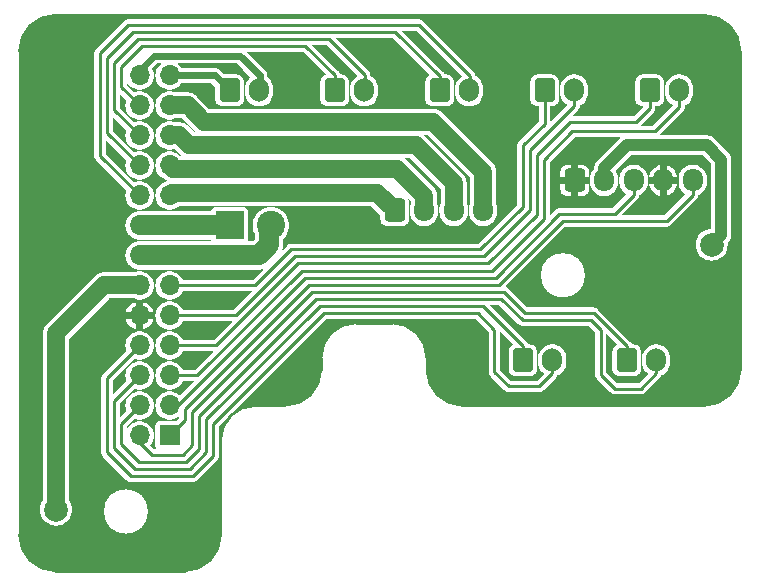
<source format=gbr>
%TF.GenerationSoftware,KiCad,Pcbnew,7.0.10*%
%TF.CreationDate,2024-04-15T19:16:32-05:00*%
%TF.ProjectId,QIDI Breakout Board,51494449-2042-4726-9561-6b6f75742042,rev?*%
%TF.SameCoordinates,PX1e84800PY243d580*%
%TF.FileFunction,Copper,L2,Bot*%
%TF.FilePolarity,Positive*%
%FSLAX46Y46*%
G04 Gerber Fmt 4.6, Leading zero omitted, Abs format (unit mm)*
G04 Created by KiCad (PCBNEW 7.0.10) date 2024-04-15 19:16:32*
%MOMM*%
%LPD*%
G01*
G04 APERTURE LIST*
G04 Aperture macros list*
%AMRoundRect*
0 Rectangle with rounded corners*
0 $1 Rounding radius*
0 $2 $3 $4 $5 $6 $7 $8 $9 X,Y pos of 4 corners*
0 Add a 4 corners polygon primitive as box body*
4,1,4,$2,$3,$4,$5,$6,$7,$8,$9,$2,$3,0*
0 Add four circle primitives for the rounded corners*
1,1,$1+$1,$2,$3*
1,1,$1+$1,$4,$5*
1,1,$1+$1,$6,$7*
1,1,$1+$1,$8,$9*
0 Add four rect primitives between the rounded corners*
20,1,$1+$1,$2,$3,$4,$5,0*
20,1,$1+$1,$4,$5,$6,$7,0*
20,1,$1+$1,$6,$7,$8,$9,0*
20,1,$1+$1,$8,$9,$2,$3,0*%
G04 Aperture macros list end*
%TA.AperFunction,ComponentPad*%
%ADD10R,1.700000X1.700000*%
%TD*%
%TA.AperFunction,ComponentPad*%
%ADD11O,1.700000X1.700000*%
%TD*%
%TA.AperFunction,ComponentPad*%
%ADD12RoundRect,0.250000X-0.600000X-0.725000X0.600000X-0.725000X0.600000X0.725000X-0.600000X0.725000X0*%
%TD*%
%TA.AperFunction,ComponentPad*%
%ADD13O,1.700000X1.950000*%
%TD*%
%TA.AperFunction,ComponentPad*%
%ADD14RoundRect,0.250000X-0.600000X-0.750000X0.600000X-0.750000X0.600000X0.750000X-0.600000X0.750000X0*%
%TD*%
%TA.AperFunction,ComponentPad*%
%ADD15O,1.700000X2.000000*%
%TD*%
%TA.AperFunction,ComponentPad*%
%ADD16R,2.400000X2.400000*%
%TD*%
%TA.AperFunction,ComponentPad*%
%ADD17C,2.400000*%
%TD*%
%TA.AperFunction,ViaPad*%
%ADD18C,2.000000*%
%TD*%
%TA.AperFunction,Conductor*%
%ADD19C,0.250000*%
%TD*%
%TA.AperFunction,Conductor*%
%ADD20C,1.000000*%
%TD*%
%TA.AperFunction,Conductor*%
%ADD21C,1.500000*%
%TD*%
%TA.AperFunction,Conductor*%
%ADD22C,1.700000*%
%TD*%
%TA.AperFunction,Conductor*%
%ADD23C,0.600000*%
%TD*%
%TA.AperFunction,Profile*%
%ADD24C,0.250000*%
%TD*%
G04 APERTURE END LIST*
D10*
%TO.P,J6,1,Pin_1*%
%TO.N,/OUT*%
X12700000Y-35560000D03*
D11*
%TO.P,J6,2,Pin_2*%
%TO.N,/SW1*%
X10160000Y-35560000D03*
%TO.P,J6,3,Pin_3*%
%TO.N,/IN*%
X12700000Y-33020000D03*
%TO.P,J6,4,Pin_4*%
%TO.N,/SW2*%
X10160000Y-33020000D03*
%TO.P,J6,5,Pin_5*%
%TO.N,/GF2*%
X12700000Y-30480000D03*
%TO.P,J6,6,Pin_6*%
%TO.N,/EXT1*%
X10160000Y-30480000D03*
%TO.P,J6,7,Pin_7*%
%TO.N,/VF2*%
X12700000Y-27940000D03*
%TO.P,J6,8,Pin_8*%
%TO.N,/EXT2*%
X10160000Y-27940000D03*
%TO.P,J6,9,Pin_9*%
%TO.N,/GF1*%
X12700000Y-25400000D03*
%TO.P,J6,10,Pin_10*%
%TO.N,GND*%
X10160000Y-25400000D03*
%TO.P,J6,11,Pin_11*%
%TO.N,/VF1*%
X12700000Y-22860000D03*
%TO.P,J6,12,Pin_12*%
%TO.N,+5V*%
X10160000Y-22860000D03*
%TO.P,J6,13,Pin_13*%
%TO.N,/Heater*%
X12700000Y-20320000D03*
%TO.P,J6,14,Pin_14*%
X10160000Y-20320000D03*
%TO.P,J6,15,Pin_15*%
%TO.N,/VBB*%
X12700000Y-17780000D03*
%TO.P,J6,16,Pin_16*%
X10160000Y-17780000D03*
%TO.P,J6,17,Pin_17*%
%TO.N,/1A*%
X12700000Y-15240000D03*
%TO.P,J6,18,Pin_18*%
%TO.N,/Ther3b*%
X10160000Y-15240000D03*
%TO.P,J6,19,Pin_19*%
%TO.N,/1B*%
X12700000Y-12700000D03*
%TO.P,J6,20,Pin_20*%
%TO.N,/Ther3a*%
X10160000Y-12700000D03*
%TO.P,J6,21,Pin_21*%
%TO.N,/2A*%
X12700000Y-10160000D03*
%TO.P,J6,22,Pin_22*%
%TO.N,/Ther2b*%
X10160000Y-10160000D03*
%TO.P,J6,23,Pin_23*%
%TO.N,/2B*%
X12700000Y-7620000D03*
%TO.P,J6,24,Pin_24*%
%TO.N,/Ther2a*%
X10160000Y-7620000D03*
%TO.P,J6,25,Pin_25*%
%TO.N,/Ther1a*%
X12700000Y-5080000D03*
%TO.P,J6,26,Pin_26*%
%TO.N,/Ther1b*%
X10160000Y-5080000D03*
%TD*%
D12*
%TO.P,J8,1,Pin_1*%
%TO.N,/1A*%
X31750000Y-16510000D03*
D13*
%TO.P,J8,2,Pin_2*%
%TO.N,/1B*%
X34250000Y-16510000D03*
%TO.P,J8,3,Pin_3*%
%TO.N,/2A*%
X36750000Y-16510000D03*
%TO.P,J8,4,Pin_4*%
%TO.N,/2B*%
X39250000Y-16510000D03*
%TD*%
D14*
%TO.P,J10,1,Pin_1*%
%TO.N,/SW1*%
X51400000Y-29200000D03*
D15*
%TO.P,J10,2,Pin_2*%
%TO.N,/SW2*%
X53900000Y-29200000D03*
%TD*%
D14*
%TO.P,J11,1,Pin_1*%
%TO.N,/EXT1*%
X42600000Y-29200000D03*
D15*
%TO.P,J11,2,Pin_2*%
%TO.N,/EXT2*%
X45100000Y-29200000D03*
%TD*%
D12*
%TO.P,J9,1,Pin_1*%
%TO.N,GND*%
X46990000Y-13970000D03*
D13*
%TO.P,J9,2,Pin_2*%
%TO.N,+5V*%
X49490000Y-13970000D03*
%TO.P,J9,3,Pin_3*%
%TO.N,/IN*%
X51990000Y-13970000D03*
%TO.P,J9,4,Pin_4*%
%TO.N,GND*%
X54490000Y-13970000D03*
%TO.P,J9,5,Pin_5*%
%TO.N,/OUT*%
X56990000Y-13970000D03*
%TD*%
D14*
%TO.P,J1,1,Pin_1*%
%TO.N,/Ther1a*%
X17780000Y-6350000D03*
D15*
%TO.P,J1,2,Pin_2*%
%TO.N,/Ther1b*%
X20280000Y-6350000D03*
%TD*%
D14*
%TO.P,J3,1,Pin_1*%
%TO.N,/Ther3a*%
X35560000Y-6350000D03*
D15*
%TO.P,J3,2,Pin_2*%
%TO.N,/Ther3b*%
X38060000Y-6350000D03*
%TD*%
D14*
%TO.P,J4,1,Pin_1*%
%TO.N,/VF1*%
X44450000Y-6350000D03*
D15*
%TO.P,J4,2,Pin_2*%
%TO.N,/GF1*%
X46950000Y-6350000D03*
%TD*%
D14*
%TO.P,J5,1,Pin_1*%
%TO.N,/VF2*%
X53340000Y-6350000D03*
D15*
%TO.P,J5,2,Pin_2*%
%TO.N,/GF2*%
X55840000Y-6350000D03*
%TD*%
D16*
%TO.P,J7,1,Pin_1*%
%TO.N,/VBB*%
X17780000Y-17780000D03*
D17*
%TO.P,J7,2,Pin_2*%
%TO.N,/Heater*%
X21280000Y-17780000D03*
%TD*%
D14*
%TO.P,J2,1,Pin_1*%
%TO.N,/Ther2a*%
X26670000Y-6350000D03*
D15*
%TO.P,J2,2,Pin_2*%
%TO.N,/Ther2b*%
X29170000Y-6350000D03*
%TD*%
D18*
%TO.N,GND*%
X51424999Y-19400000D03*
%TO.N,+5V*%
X58599999Y-19400000D03*
X3089999Y-41829999D03*
%TD*%
D19*
%TO.N,/EXT2*%
X7399999Y-36999999D02*
X7399999Y-30699999D01*
X9399999Y-38999999D02*
X7399999Y-36999999D01*
X14699999Y-38999999D02*
X9399999Y-38999999D01*
X16400000Y-37299998D02*
X14699999Y-38999999D01*
X16400000Y-34549999D02*
X16400000Y-37299998D01*
X25750000Y-25199999D02*
X16400000Y-34549999D01*
X7399999Y-30699999D02*
X10159999Y-27939999D01*
X40200000Y-26600000D02*
X38799999Y-25199999D01*
X40200000Y-30200000D02*
X40200000Y-26600000D01*
X41400000Y-31400000D02*
X40200000Y-30200000D01*
X44000000Y-31400000D02*
X41400000Y-31400000D01*
X45100000Y-30300000D02*
X44000000Y-31400000D01*
X45100000Y-29200000D02*
X45100000Y-30300000D01*
X38799999Y-25199999D02*
X25750000Y-25199999D01*
%TO.N,/EXT1*%
X7999999Y-32639999D02*
X10159999Y-30479999D01*
X7999999Y-36599999D02*
X7999999Y-32639999D01*
X9799999Y-38399999D02*
X7999999Y-36599999D01*
X14399999Y-38399999D02*
X9799999Y-38399999D01*
X15800000Y-34199999D02*
X15800000Y-36999998D01*
X25400000Y-24599999D02*
X15800000Y-34199999D01*
X39199999Y-24599999D02*
X25400000Y-24599999D01*
X42600000Y-28000000D02*
X39199999Y-24599999D01*
X15800000Y-36999998D02*
X14399999Y-38399999D01*
X42600000Y-29200000D02*
X42600000Y-28000000D01*
%TO.N,/SW2*%
X53900000Y-30300000D02*
X53900000Y-29200000D01*
X50400000Y-31600000D02*
X52600000Y-31600000D01*
X49200000Y-30400000D02*
X50400000Y-31600000D01*
X49200000Y-26600000D02*
X49200000Y-30400000D01*
X48400000Y-25800000D02*
X49200000Y-26600000D01*
X42600000Y-25800000D02*
X48400000Y-25800000D01*
X40799999Y-23999999D02*
X42600000Y-25800000D01*
X15200000Y-36720448D02*
X15200000Y-33899999D01*
X52600000Y-31600000D02*
X53900000Y-30300000D01*
X25100000Y-23999999D02*
X40799999Y-23999999D01*
X10134574Y-37799999D02*
X14120449Y-37799999D01*
X8599999Y-36265424D02*
X10134574Y-37799999D01*
X8599999Y-34579999D02*
X8599999Y-36265424D01*
X14120449Y-37799999D02*
X15200000Y-36720448D01*
X10159999Y-33019999D02*
X8599999Y-34579999D01*
X15200000Y-33899999D02*
X25100000Y-23999999D01*
%TO.N,/SW1*%
X51400000Y-28000000D02*
X51400000Y-29200000D01*
X48600000Y-25200000D02*
X51400000Y-28000000D01*
X42800000Y-25200000D02*
X48600000Y-25200000D01*
X24800000Y-23399999D02*
X40999999Y-23399999D01*
X14600000Y-36399998D02*
X14600000Y-33599999D01*
X40999999Y-23399999D02*
X42800000Y-25200000D01*
X13799999Y-37199999D02*
X14600000Y-36399998D01*
X14600000Y-33599999D02*
X24800000Y-23399999D01*
X11199999Y-37199999D02*
X13799999Y-37199999D01*
X10159999Y-36159999D02*
X11199999Y-37199999D01*
X10159999Y-35559999D02*
X10159999Y-36159999D01*
%TO.N,/OUT*%
X45999998Y-17400000D02*
X54799999Y-17400000D01*
X24500000Y-22799999D02*
X40599999Y-22799999D01*
X54799999Y-17400000D02*
X56989999Y-15210000D01*
X56989999Y-15210000D02*
X56989999Y-13969999D01*
X14000000Y-34259998D02*
X14000000Y-33299999D01*
X14000000Y-33299999D02*
X24500000Y-22799999D01*
X12699999Y-35559999D02*
X14000000Y-34259998D01*
X40599999Y-22799999D02*
X45999998Y-17400000D01*
D20*
%TO.N,+5V*%
X59399999Y-12200000D02*
X58199999Y-11000000D01*
D21*
X3089999Y-26910000D02*
X3089999Y-41829999D01*
D20*
X59399999Y-18600000D02*
X59399999Y-12200000D01*
X58199999Y-11000000D02*
X51399999Y-11000000D01*
X58599999Y-19400000D02*
X59399999Y-18600000D01*
X49489999Y-12910000D02*
X49489999Y-13969999D01*
X51399999Y-11000000D02*
X49489999Y-12910000D01*
D21*
X10159999Y-22859999D02*
X7140000Y-22859999D01*
X7140000Y-22859999D02*
X3089999Y-26910000D01*
D22*
%TO.N,/Heater*%
X10159999Y-20319999D02*
X12699999Y-20319999D01*
D20*
X12700000Y-20320000D02*
X12820000Y-20200000D01*
D22*
X20257056Y-20319999D02*
X21099999Y-19477056D01*
X21099999Y-19477056D02*
X21099999Y-17780000D01*
X12699999Y-20319999D02*
X20257056Y-20319999D01*
D21*
%TO.N,/1B*%
X34249999Y-15279374D02*
X34249999Y-16509999D01*
X12699999Y-12699999D02*
X13000000Y-13000000D01*
X13000000Y-13000000D02*
X31970625Y-13000000D01*
X31970625Y-13000000D02*
X34249999Y-15279374D01*
%TO.N,/2B*%
X15599999Y-9000000D02*
X35035000Y-9000000D01*
X39249999Y-13214999D02*
X39249999Y-16509999D01*
X12699999Y-7619999D02*
X14219998Y-7619999D01*
X14219998Y-7619999D02*
X15599999Y-9000000D01*
X35035000Y-9000000D02*
X39249999Y-13214999D01*
%TO.N,/1A*%
X12939998Y-15000000D02*
X30240000Y-15000000D01*
X30240000Y-15000000D02*
X31749999Y-16509999D01*
X12699999Y-15239999D02*
X12939998Y-15000000D01*
%TO.N,/2A*%
X14380000Y-11000000D02*
X33542500Y-11000000D01*
X36749999Y-14207499D02*
X36749999Y-16509999D01*
X33542500Y-11000000D02*
X36749999Y-14207499D01*
X12699999Y-10159999D02*
X13540000Y-10160000D01*
X13540000Y-10160000D02*
X14380000Y-11000000D01*
D19*
%TO.N,/VF1*%
X19939999Y-22860000D02*
X23000000Y-19799999D01*
X12700000Y-22860000D02*
X19939999Y-22860000D01*
X38999999Y-19799999D02*
X42599999Y-16199999D01*
X42599999Y-16199999D02*
X42599999Y-11000001D01*
X23000000Y-19799999D02*
X38999999Y-19799999D01*
X42599999Y-11000001D02*
X44450000Y-9150000D01*
X44450000Y-9150000D02*
X44450000Y-6350000D01*
%TO.N,/VF2*%
X53340000Y-7860000D02*
X53340000Y-6350000D01*
X16660000Y-27939999D02*
X23600000Y-20999999D01*
X23600000Y-20999999D02*
X39654593Y-20999999D01*
X46636396Y-9000000D02*
X52200000Y-9000000D01*
X43799999Y-16854593D02*
X43799999Y-11836397D01*
X39654593Y-20999999D02*
X43799999Y-16854593D01*
X52200000Y-9000000D02*
X53340000Y-7860000D01*
X12699999Y-27939999D02*
X16660000Y-27939999D01*
X43799999Y-11836397D02*
X46636396Y-9000000D01*
%TO.N,/IN*%
X50399999Y-16800000D02*
X51989999Y-15210000D01*
X24200000Y-22199999D02*
X40299999Y-22199999D01*
X45699998Y-16800000D02*
X50399999Y-16800000D01*
X40299999Y-22199999D02*
X45699998Y-16800000D01*
X13380000Y-33019999D02*
X24200000Y-22199999D01*
X12699999Y-33019999D02*
X13380000Y-33019999D01*
X51989999Y-15210000D02*
X51989999Y-13969999D01*
X12699999Y-33019999D02*
X12699999Y-32803641D01*
D22*
%TO.N,/VBB*%
X12699999Y-17779999D02*
X17599999Y-17780000D01*
X10159999Y-17779999D02*
X12699999Y-17779999D01*
D19*
%TO.N,/GF2*%
X53800000Y-9800000D02*
X55840000Y-7760000D01*
X23900000Y-21599999D02*
X39999999Y-21599999D01*
X46800000Y-9800000D02*
X53800000Y-9800000D01*
X39999999Y-21599999D02*
X44399999Y-17199999D01*
X44399999Y-17199999D02*
X44399999Y-12200001D01*
X44399999Y-12200001D02*
X46800000Y-9800000D01*
X55840000Y-7760000D02*
X55840000Y-6350000D01*
X12699999Y-30479999D02*
X15020000Y-30479999D01*
X15020000Y-30479999D02*
X23900000Y-21599999D01*
%TO.N,/GF1*%
X43199999Y-11400001D02*
X46950000Y-7650000D01*
X43199999Y-16509098D02*
X43199999Y-11400001D01*
X46950000Y-7650000D02*
X46950000Y-6350000D01*
X39309098Y-20399999D02*
X43199999Y-16509098D01*
X23300000Y-20399999D02*
X39309098Y-20399999D01*
X18300000Y-25399999D02*
X23300000Y-20399999D01*
X12699999Y-25399999D02*
X18300000Y-25399999D01*
D23*
%TO.N,/Ther1a*%
X16509999Y-5079999D02*
X17780000Y-6350000D01*
X12699999Y-5079999D02*
X16509999Y-5079999D01*
X17780000Y-6350000D02*
X17819999Y-6349999D01*
%TO.N,/Ther1b*%
X20320000Y-5080000D02*
X18640000Y-3400000D01*
X18640000Y-3400000D02*
X11399999Y-3400000D01*
X20320000Y-6350000D02*
X20320000Y-5080000D01*
X11399999Y-3400000D02*
X10159999Y-4640000D01*
X10159999Y-4640000D02*
X10159999Y-5079999D01*
D19*
%TO.N,/Ther2a*%
X10399998Y-2600000D02*
X8599999Y-4399999D01*
X26670000Y-6350000D02*
X26670000Y-5070000D01*
X8599999Y-4399999D02*
X8599999Y-6059999D01*
X8599999Y-6059999D02*
X10159999Y-7619999D01*
X26670000Y-5070000D02*
X24200000Y-2600000D01*
X24200000Y-2600000D02*
X10399998Y-2600000D01*
%TO.N,/Ther2b*%
X7999999Y-7999999D02*
X10159999Y-10159999D01*
X26200000Y-2000000D02*
X9999998Y-2000000D01*
X29210000Y-5010000D02*
X26200000Y-2000000D01*
X29210000Y-6350000D02*
X29210000Y-5010000D01*
X9999998Y-2000000D02*
X7999999Y-3999999D01*
X7999999Y-3999999D02*
X7999999Y-7999999D01*
%TO.N,/Ther3a*%
X9599998Y-1400000D02*
X7399999Y-3599999D01*
X35560000Y-5160000D02*
X31800000Y-1400000D01*
X7399999Y-9939999D02*
X10159999Y-12699999D01*
X31800000Y-1400000D02*
X9599998Y-1400000D01*
X7399999Y-3599999D02*
X7399999Y-9939999D01*
X35560000Y-6350000D02*
X35560000Y-5160000D01*
%TO.N,/Ther3b*%
X9199998Y-800000D02*
X6799999Y-3199999D01*
X33800000Y-800000D02*
X9199998Y-800000D01*
X6799999Y-11879999D02*
X10159999Y-15239999D01*
X6799999Y-3199999D02*
X6799999Y-11879999D01*
X38100000Y-5100000D02*
X33800000Y-800000D01*
X38100000Y-6350000D02*
X38100000Y-5100000D01*
%TD*%
%TA.AperFunction,Conductor*%
%TO.N,GND*%
G36*
X58000628Y-531D02*
G01*
X58133311Y-7485D01*
X58318957Y-17910D01*
X58321311Y-18162D01*
X58475666Y-42609D01*
X58639928Y-70519D01*
X58642107Y-70995D01*
X58796600Y-112392D01*
X58796786Y-112444D01*
X58953301Y-157535D01*
X58955235Y-158183D01*
X59105980Y-216048D01*
X59106400Y-216216D01*
X59255392Y-277931D01*
X59257075Y-278706D01*
X59371444Y-336980D01*
X59401562Y-352326D01*
X59402275Y-352705D01*
X59542182Y-430029D01*
X59542653Y-430289D01*
X59544115Y-431166D01*
X59680450Y-519703D01*
X59681267Y-520258D01*
X59811739Y-612833D01*
X59812941Y-613743D01*
X59939504Y-716232D01*
X59940361Y-716963D01*
X60059495Y-823428D01*
X60060473Y-824352D01*
X60175641Y-939519D01*
X60176564Y-940496D01*
X60283045Y-1059648D01*
X60283762Y-1060489D01*
X60323152Y-1109131D01*
X60386254Y-1187057D01*
X60387175Y-1188273D01*
X60449067Y-1275500D01*
X60478137Y-1316471D01*
X60479732Y-1318718D01*
X60480287Y-1319535D01*
X60568835Y-1455887D01*
X60569712Y-1457349D01*
X60647288Y-1597713D01*
X60647667Y-1598426D01*
X60721285Y-1742909D01*
X60722074Y-1744621D01*
X60783748Y-1893516D01*
X60783981Y-1894099D01*
X60841810Y-2044747D01*
X60842466Y-2046704D01*
X60887523Y-2203101D01*
X60887643Y-2203534D01*
X60929000Y-2357885D01*
X60929479Y-2360076D01*
X60957364Y-2524188D01*
X60957408Y-2524454D01*
X60981833Y-2678667D01*
X60982090Y-2681075D01*
X60992527Y-2866939D01*
X60992532Y-2867029D01*
X60999466Y-2999330D01*
X60999499Y-3000586D01*
X60999499Y-29999372D01*
X60999466Y-30000628D01*
X60992519Y-30133178D01*
X60992514Y-30133268D01*
X60982088Y-30318928D01*
X60981831Y-30321336D01*
X60957414Y-30475498D01*
X60957370Y-30475764D01*
X60929478Y-30639921D01*
X60928999Y-30642113D01*
X60887639Y-30796471D01*
X60887519Y-30796903D01*
X60842464Y-30953291D01*
X60841808Y-30955248D01*
X60783985Y-31105884D01*
X60783752Y-31106467D01*
X60722071Y-31255379D01*
X60721282Y-31257091D01*
X60647664Y-31401571D01*
X60647285Y-31402284D01*
X60569712Y-31542644D01*
X60568835Y-31544106D01*
X60480287Y-31680458D01*
X60479732Y-31681275D01*
X60387173Y-31811724D01*
X60386252Y-31812940D01*
X60283777Y-31939488D01*
X60283020Y-31940376D01*
X60176579Y-32059483D01*
X60175655Y-32060462D01*
X60060462Y-32175655D01*
X60059483Y-32176579D01*
X59940376Y-32283020D01*
X59939488Y-32283777D01*
X59812940Y-32386252D01*
X59811724Y-32387173D01*
X59681275Y-32479732D01*
X59680458Y-32480287D01*
X59544106Y-32568835D01*
X59542644Y-32569712D01*
X59402284Y-32647285D01*
X59401571Y-32647664D01*
X59257091Y-32721282D01*
X59255379Y-32722071D01*
X59106467Y-32783752D01*
X59105884Y-32783985D01*
X58955248Y-32841808D01*
X58953291Y-32842464D01*
X58796903Y-32887519D01*
X58796471Y-32887639D01*
X58642113Y-32928999D01*
X58639921Y-32929478D01*
X58475764Y-32957370D01*
X58475498Y-32957414D01*
X58321336Y-32981831D01*
X58318928Y-32982088D01*
X58133343Y-32992509D01*
X58133253Y-32992514D01*
X58000629Y-32999466D01*
X57999373Y-32999499D01*
X37500625Y-32999499D01*
X37499369Y-32999466D01*
X37366630Y-32992508D01*
X37366540Y-32992503D01*
X37181075Y-32982088D01*
X37178667Y-32981831D01*
X37024471Y-32957409D01*
X37024205Y-32957365D01*
X36860076Y-32929478D01*
X36857884Y-32928999D01*
X36703517Y-32887637D01*
X36703085Y-32887517D01*
X36546710Y-32842466D01*
X36544753Y-32841810D01*
X36394105Y-32783981D01*
X36393521Y-32783748D01*
X36244617Y-32722069D01*
X36242906Y-32721280D01*
X36098427Y-32647665D01*
X36097714Y-32647286D01*
X35957350Y-32569710D01*
X35955888Y-32568833D01*
X35819536Y-32480285D01*
X35818719Y-32479730D01*
X35688266Y-32387168D01*
X35687050Y-32386246D01*
X35560517Y-32283781D01*
X35559629Y-32283025D01*
X35440505Y-32176569D01*
X35439527Y-32175645D01*
X35324359Y-32060478D01*
X35323434Y-32059499D01*
X35305368Y-32039283D01*
X35216957Y-31940350D01*
X35216222Y-31939488D01*
X35113746Y-31812940D01*
X35112825Y-31811724D01*
X35020265Y-31681273D01*
X35019710Y-31680456D01*
X34967295Y-31599745D01*
X34931161Y-31544103D01*
X34930296Y-31542662D01*
X34862713Y-31420379D01*
X34852707Y-31402274D01*
X34852328Y-31401561D01*
X34796624Y-31292236D01*
X34778708Y-31257074D01*
X34777933Y-31255391D01*
X34716218Y-31106399D01*
X34716050Y-31105979D01*
X34658188Y-30955241D01*
X34657533Y-30953287D01*
X34651645Y-30932850D01*
X34612455Y-30796818D01*
X34612389Y-30796583D01*
X34570997Y-30642106D01*
X34570521Y-30639928D01*
X34542596Y-30475571D01*
X34518164Y-30321311D01*
X34517912Y-30318954D01*
X34507499Y-30133544D01*
X34500532Y-30000589D01*
X34500499Y-29999333D01*
X34500499Y-29009942D01*
X34500501Y-29009937D01*
X34500501Y-28842755D01*
X34500501Y-28842749D01*
X34467627Y-28529973D01*
X34402239Y-28222346D01*
X34305053Y-27923240D01*
X34177135Y-27635931D01*
X34019885Y-27363566D01*
X33835027Y-27109131D01*
X33730409Y-26992941D01*
X33624599Y-26875427D01*
X33624595Y-26875423D01*
X33624586Y-26875413D01*
X33624572Y-26875400D01*
X33624571Y-26875399D01*
X33390875Y-26664979D01*
X33390862Y-26664968D01*
X33136439Y-26480119D01*
X33136438Y-26480118D01*
X33136432Y-26480114D01*
X32901920Y-26344718D01*
X32864070Y-26322865D01*
X32576761Y-26194947D01*
X32576756Y-26194945D01*
X32277668Y-26097765D01*
X32277658Y-26097762D01*
X31970021Y-26032372D01*
X31832196Y-26017886D01*
X31657249Y-25999499D01*
X31500098Y-25999499D01*
X28500499Y-25999499D01*
X28499999Y-25999499D01*
X28342749Y-25999499D01*
X28180746Y-26016526D01*
X28029976Y-26032372D01*
X27722340Y-26097762D01*
X27722331Y-26097765D01*
X27423241Y-26194946D01*
X27423236Y-26194948D01*
X27135928Y-26322866D01*
X26956820Y-26426275D01*
X26863567Y-26480115D01*
X26863564Y-26480116D01*
X26863559Y-26480120D01*
X26609136Y-26664969D01*
X26609123Y-26664980D01*
X26375428Y-26875400D01*
X26375400Y-26875428D01*
X26164980Y-27109123D01*
X26164969Y-27109136D01*
X25980120Y-27363559D01*
X25980116Y-27363564D01*
X25980115Y-27363567D01*
X25929522Y-27451197D01*
X25822866Y-27635928D01*
X25694948Y-27923236D01*
X25694946Y-27923241D01*
X25597765Y-28222331D01*
X25597762Y-28222340D01*
X25532372Y-28529976D01*
X25515925Y-28686466D01*
X25499499Y-28842749D01*
X25499499Y-28842755D01*
X25499499Y-29999372D01*
X25499466Y-30000628D01*
X25492519Y-30133178D01*
X25492514Y-30133268D01*
X25482088Y-30318928D01*
X25481831Y-30321336D01*
X25457414Y-30475498D01*
X25457370Y-30475764D01*
X25429478Y-30639921D01*
X25428999Y-30642113D01*
X25387639Y-30796471D01*
X25387519Y-30796903D01*
X25342464Y-30953291D01*
X25341808Y-30955248D01*
X25283985Y-31105884D01*
X25283752Y-31106467D01*
X25222071Y-31255379D01*
X25221282Y-31257091D01*
X25147664Y-31401571D01*
X25147285Y-31402284D01*
X25069712Y-31542644D01*
X25068835Y-31544106D01*
X24980287Y-31680458D01*
X24979732Y-31681275D01*
X24887173Y-31811724D01*
X24886252Y-31812940D01*
X24783777Y-31939488D01*
X24783020Y-31940376D01*
X24676579Y-32059483D01*
X24675655Y-32060462D01*
X24560462Y-32175655D01*
X24559483Y-32176579D01*
X24440376Y-32283020D01*
X24439488Y-32283777D01*
X24312940Y-32386252D01*
X24311724Y-32387173D01*
X24181275Y-32479732D01*
X24180458Y-32480287D01*
X24044106Y-32568835D01*
X24042644Y-32569712D01*
X23902284Y-32647285D01*
X23901571Y-32647664D01*
X23757091Y-32721282D01*
X23755379Y-32722071D01*
X23606467Y-32783752D01*
X23605884Y-32783985D01*
X23455248Y-32841808D01*
X23453291Y-32842464D01*
X23296903Y-32887519D01*
X23296471Y-32887639D01*
X23142113Y-32928999D01*
X23139921Y-32929478D01*
X22975764Y-32957370D01*
X22975498Y-32957414D01*
X22821336Y-32981831D01*
X22818928Y-32982088D01*
X22633343Y-32992509D01*
X22633253Y-32992514D01*
X22500629Y-32999466D01*
X22499373Y-32999499D01*
X20000499Y-32999499D01*
X19999999Y-32999499D01*
X19842749Y-32999499D01*
X19680746Y-33016526D01*
X19529976Y-33032372D01*
X19222340Y-33097762D01*
X19222331Y-33097765D01*
X18923241Y-33194946D01*
X18923236Y-33194948D01*
X18635928Y-33322866D01*
X18498249Y-33402356D01*
X18363567Y-33480115D01*
X18363564Y-33480116D01*
X18363559Y-33480120D01*
X18109136Y-33664969D01*
X18109123Y-33664980D01*
X17875428Y-33875400D01*
X17875400Y-33875428D01*
X17664980Y-34109123D01*
X17664969Y-34109136D01*
X17480120Y-34363559D01*
X17480116Y-34363564D01*
X17480115Y-34363567D01*
X17447070Y-34420802D01*
X17322866Y-34635928D01*
X17194948Y-34923236D01*
X17194946Y-34923241D01*
X17097765Y-35222331D01*
X17097762Y-35222340D01*
X17032372Y-35529976D01*
X17015925Y-35686466D01*
X16999499Y-35842749D01*
X16999499Y-35842755D01*
X16999499Y-43999372D01*
X16999466Y-44000628D01*
X16992519Y-44133178D01*
X16992514Y-44133268D01*
X16982088Y-44318928D01*
X16981831Y-44321336D01*
X16957414Y-44475498D01*
X16957370Y-44475764D01*
X16929478Y-44639921D01*
X16928999Y-44642113D01*
X16887639Y-44796471D01*
X16887519Y-44796903D01*
X16842464Y-44953291D01*
X16841808Y-44955248D01*
X16783985Y-45105884D01*
X16783752Y-45106467D01*
X16722071Y-45255379D01*
X16721282Y-45257091D01*
X16647664Y-45401571D01*
X16647285Y-45402284D01*
X16569712Y-45542644D01*
X16568835Y-45544106D01*
X16480287Y-45680458D01*
X16479732Y-45681275D01*
X16387173Y-45811724D01*
X16386252Y-45812940D01*
X16283777Y-45939488D01*
X16283020Y-45940376D01*
X16176579Y-46059483D01*
X16175655Y-46060462D01*
X16060462Y-46175655D01*
X16059483Y-46176579D01*
X15940376Y-46283020D01*
X15939488Y-46283777D01*
X15812940Y-46386252D01*
X15811724Y-46387173D01*
X15681275Y-46479732D01*
X15680458Y-46480287D01*
X15544106Y-46568835D01*
X15542644Y-46569712D01*
X15402284Y-46647285D01*
X15401571Y-46647664D01*
X15257091Y-46721282D01*
X15255379Y-46722071D01*
X15106467Y-46783752D01*
X15105884Y-46783985D01*
X14955248Y-46841808D01*
X14953291Y-46842464D01*
X14796903Y-46887519D01*
X14796471Y-46887639D01*
X14642113Y-46928999D01*
X14639921Y-46929478D01*
X14475764Y-46957370D01*
X14475498Y-46957414D01*
X14321336Y-46981831D01*
X14318928Y-46982088D01*
X14133343Y-46992509D01*
X14133253Y-46992514D01*
X14000629Y-46999466D01*
X13999373Y-46999499D01*
X3000625Y-46999499D01*
X2999369Y-46999466D01*
X2866630Y-46992508D01*
X2866540Y-46992503D01*
X2681075Y-46982088D01*
X2678667Y-46981831D01*
X2524471Y-46957409D01*
X2524205Y-46957365D01*
X2360076Y-46929478D01*
X2357884Y-46928999D01*
X2203517Y-46887637D01*
X2203085Y-46887517D01*
X2046710Y-46842466D01*
X2044753Y-46841810D01*
X1894105Y-46783981D01*
X1893521Y-46783748D01*
X1744617Y-46722069D01*
X1742906Y-46721280D01*
X1598427Y-46647665D01*
X1597714Y-46647286D01*
X1457350Y-46569710D01*
X1455888Y-46568833D01*
X1319536Y-46480285D01*
X1318719Y-46479730D01*
X1188266Y-46387168D01*
X1187050Y-46386246D01*
X1060517Y-46283781D01*
X1059629Y-46283025D01*
X940505Y-46176569D01*
X939527Y-46175645D01*
X824359Y-46060478D01*
X823434Y-46059499D01*
X823420Y-46059483D01*
X716957Y-45940350D01*
X716222Y-45939488D01*
X613746Y-45812940D01*
X612825Y-45811724D01*
X520265Y-45681273D01*
X519710Y-45680456D01*
X431167Y-45544113D01*
X430296Y-45542662D01*
X362713Y-45420379D01*
X352707Y-45402274D01*
X352328Y-45401561D01*
X278717Y-45257091D01*
X278708Y-45257074D01*
X277933Y-45255391D01*
X216218Y-45106399D01*
X216050Y-45105979D01*
X158188Y-44955241D01*
X157533Y-44953287D01*
X112455Y-44796818D01*
X112389Y-44796583D01*
X70997Y-44642106D01*
X70521Y-44639928D01*
X42596Y-44475571D01*
X18164Y-44321311D01*
X17912Y-44318954D01*
X7499Y-44133544D01*
X532Y-44000589D01*
X499Y-43999333D01*
X499Y-41829999D01*
X1734340Y-41829999D01*
X1754936Y-42065408D01*
X1816095Y-42293661D01*
X1915960Y-42507822D01*
X1915962Y-42507825D01*
X1915964Y-42507829D01*
X2051504Y-42701400D01*
X2218598Y-42868494D01*
X2412169Y-43004034D01*
X2412174Y-43004036D01*
X2412175Y-43004037D01*
X2584338Y-43084318D01*
X2626336Y-43103902D01*
X2854591Y-43165062D01*
X3089999Y-43185658D01*
X3325407Y-43165062D01*
X3553662Y-43103902D01*
X3767829Y-43004034D01*
X3961400Y-42868494D01*
X4128494Y-42701400D01*
X4264034Y-42507829D01*
X4363902Y-42293662D01*
X4425062Y-42065407D01*
X4430785Y-41999998D01*
X6994389Y-41999998D01*
X7002486Y-42113210D01*
X7002547Y-42114922D01*
X7002547Y-42142860D01*
X7006523Y-42170516D01*
X7006706Y-42172219D01*
X7014802Y-42285423D01*
X7014803Y-42285427D01*
X7038927Y-42396330D01*
X7039231Y-42398014D01*
X7043208Y-42425670D01*
X7043209Y-42425673D01*
X7051078Y-42452475D01*
X7051501Y-42454134D01*
X7075628Y-42565039D01*
X7075629Y-42565043D01*
X7115292Y-42671384D01*
X7115833Y-42673008D01*
X7117768Y-42679600D01*
X7123706Y-42699820D01*
X7123707Y-42699822D01*
X7123708Y-42699824D01*
X7135310Y-42725230D01*
X7135966Y-42726813D01*
X7175634Y-42833165D01*
X7230023Y-42932771D01*
X7230790Y-42934303D01*
X7242398Y-42959719D01*
X7242401Y-42959726D01*
X7257504Y-42983226D01*
X7258378Y-42984699D01*
X7312772Y-43084312D01*
X7312779Y-43084323D01*
X7380788Y-43175174D01*
X7381764Y-43176580D01*
X7396870Y-43200083D01*
X7396872Y-43200086D01*
X7415167Y-43221200D01*
X7416242Y-43222533D01*
X7484259Y-43313393D01*
X7484264Y-43313398D01*
X7564514Y-43393649D01*
X7565681Y-43394902D01*
X7583979Y-43416019D01*
X7605086Y-43434308D01*
X7605094Y-43434315D01*
X7606347Y-43435482D01*
X7686599Y-43515733D01*
X7686604Y-43515738D01*
X7777463Y-43583754D01*
X7778796Y-43584829D01*
X7799909Y-43603123D01*
X7799918Y-43603130D01*
X7810232Y-43609757D01*
X7823428Y-43618238D01*
X7824806Y-43619195D01*
X7915684Y-43687225D01*
X8015293Y-43741616D01*
X8015297Y-43741618D01*
X8016759Y-43742485D01*
X8040277Y-43757599D01*
X8065684Y-43769202D01*
X8065693Y-43769206D01*
X8067225Y-43769973D01*
X8166832Y-43824363D01*
X8166833Y-43824363D01*
X8166838Y-43824366D01*
X8273200Y-43864037D01*
X8274749Y-43864679D01*
X8300178Y-43876292D01*
X8323818Y-43883233D01*
X8326987Y-43884164D01*
X8328612Y-43884705D01*
X8352227Y-43893512D01*
X8434953Y-43924368D01*
X8545880Y-43948498D01*
X8547498Y-43948912D01*
X8574325Y-43956789D01*
X8601991Y-43960766D01*
X8603649Y-43961065D01*
X8714571Y-43985195D01*
X8827818Y-43993294D01*
X8829438Y-43993468D01*
X8857138Y-43997451D01*
X8857139Y-43997451D01*
X8885075Y-43997451D01*
X8886786Y-43997511D01*
X8999999Y-44005609D01*
X9071447Y-44000499D01*
X9071448Y-44000499D01*
X9110923Y-43997675D01*
X9113213Y-43997512D01*
X9114924Y-43997451D01*
X9142859Y-43997451D01*
X9142860Y-43997451D01*
X9170538Y-43993471D01*
X9172196Y-43993293D01*
X9285428Y-43985195D01*
X9396349Y-43961065D01*
X9398011Y-43960766D01*
X9425673Y-43956789D01*
X9452512Y-43948908D01*
X9454105Y-43948501D01*
X9565046Y-43924368D01*
X9671439Y-43884685D01*
X9672980Y-43884172D01*
X9699820Y-43876292D01*
X9725269Y-43864669D01*
X9726775Y-43864045D01*
X9833161Y-43824366D01*
X9932807Y-43769954D01*
X9934268Y-43769222D01*
X9959721Y-43757599D01*
X9983251Y-43742477D01*
X9984635Y-43741654D01*
X10084315Y-43687225D01*
X10175233Y-43619163D01*
X10176539Y-43618257D01*
X10200085Y-43603126D01*
X10221221Y-43584811D01*
X10222497Y-43583783D01*
X10313395Y-43515738D01*
X10393683Y-43435449D01*
X10394865Y-43434348D01*
X10416019Y-43416019D01*
X10434348Y-43394865D01*
X10435449Y-43393683D01*
X10515739Y-43313394D01*
X10583781Y-43222499D01*
X10584817Y-43221214D01*
X10603126Y-43200085D01*
X10618256Y-43176541D01*
X10619162Y-43175236D01*
X10687226Y-43084314D01*
X10741660Y-42984624D01*
X10742469Y-42983262D01*
X10757599Y-42959721D01*
X10769217Y-42934280D01*
X10769956Y-42932805D01*
X10824367Y-42833160D01*
X10864051Y-42726762D01*
X10864670Y-42725267D01*
X10876292Y-42699820D01*
X10884170Y-42672989D01*
X10884686Y-42671438D01*
X10924369Y-42565045D01*
X10948504Y-42454095D01*
X10948911Y-42452500D01*
X10956789Y-42425673D01*
X10960768Y-42397996D01*
X10961064Y-42396358D01*
X10985196Y-42285427D01*
X10993296Y-42172159D01*
X10993469Y-42170549D01*
X10997451Y-42142860D01*
X10998124Y-42105113D01*
X10998176Y-42103932D01*
X11005610Y-41999999D01*
X10998176Y-41896069D01*
X10998124Y-41894880D01*
X10997451Y-41857138D01*
X10993470Y-41829454D01*
X10993296Y-41827832D01*
X10985196Y-41714571D01*
X10961062Y-41603631D01*
X10960765Y-41601982D01*
X10956789Y-41574325D01*
X10948915Y-41547507D01*
X10948501Y-41545888D01*
X10924369Y-41434953D01*
X10884701Y-41328599D01*
X10884160Y-41326974D01*
X10876292Y-41300178D01*
X10864683Y-41274759D01*
X10864043Y-41273214D01*
X10824367Y-41166838D01*
X10769968Y-41067214D01*
X10769201Y-41065682D01*
X10757600Y-41040280D01*
X10757599Y-41040277D01*
X10742480Y-41016752D01*
X10741635Y-41015326D01*
X10709114Y-40955769D01*
X10687229Y-40915688D01*
X10686892Y-40915238D01*
X10619181Y-40824787D01*
X10618239Y-40823429D01*
X10603126Y-40799913D01*
X10603122Y-40799908D01*
X10584837Y-40778805D01*
X10583762Y-40777472D01*
X10515739Y-40686604D01*
X10515734Y-40686599D01*
X10435476Y-40606340D01*
X10434309Y-40605087D01*
X10416022Y-40583983D01*
X10416019Y-40583979D01*
X10394909Y-40565687D01*
X10393656Y-40564520D01*
X10313399Y-40484264D01*
X10313394Y-40484259D01*
X10222526Y-40416236D01*
X10221193Y-40415161D01*
X10200088Y-40396874D01*
X10200085Y-40396872D01*
X10176565Y-40381756D01*
X10175196Y-40380805D01*
X10124554Y-40342896D01*
X10084317Y-40312774D01*
X10084313Y-40312772D01*
X9984693Y-40258375D01*
X9983220Y-40257501D01*
X9959721Y-40242399D01*
X9959714Y-40242395D01*
X9934309Y-40230793D01*
X9932777Y-40230026D01*
X9833165Y-40175634D01*
X9833163Y-40175633D01*
X9833161Y-40175632D01*
X9786329Y-40158164D01*
X9726809Y-40135964D01*
X9725227Y-40135308D01*
X9699829Y-40123709D01*
X9699812Y-40123703D01*
X9673013Y-40115833D01*
X9671389Y-40115293D01*
X9565044Y-40075629D01*
X9565040Y-40075628D01*
X9454144Y-40051504D01*
X9452485Y-40051081D01*
X9425673Y-40043209D01*
X9425656Y-40043205D01*
X9398017Y-40039230D01*
X9396333Y-40038927D01*
X9285428Y-40014803D01*
X9285424Y-40014802D01*
X9172216Y-40006705D01*
X9170513Y-40006522D01*
X9142861Y-40002547D01*
X9142860Y-40002547D01*
X9114924Y-40002547D01*
X9113212Y-40002486D01*
X9071448Y-39999499D01*
X9071447Y-39999499D01*
X9071445Y-39999498D01*
X8999999Y-39994389D01*
X8886787Y-40002486D01*
X8885075Y-40002547D01*
X8857137Y-40002547D01*
X8829481Y-40006523D01*
X8827778Y-40006706D01*
X8714574Y-40014802D01*
X8714570Y-40014803D01*
X8603666Y-40038927D01*
X8601982Y-40039231D01*
X8574327Y-40043208D01*
X8574320Y-40043210D01*
X8547507Y-40051082D01*
X8545849Y-40051505D01*
X8434958Y-40075628D01*
X8434954Y-40075629D01*
X8328612Y-40115292D01*
X8326988Y-40115832D01*
X8300185Y-40123703D01*
X8300180Y-40123705D01*
X8274770Y-40135309D01*
X8273189Y-40135964D01*
X8166830Y-40175635D01*
X8067230Y-40230020D01*
X8065700Y-40230786D01*
X8040279Y-40242397D01*
X8040274Y-40242400D01*
X8016759Y-40257510D01*
X8015287Y-40258383D01*
X7915685Y-40312772D01*
X7915674Y-40312779D01*
X7824829Y-40380784D01*
X7823424Y-40381760D01*
X7799910Y-40396873D01*
X7778804Y-40415162D01*
X7777471Y-40416237D01*
X7686604Y-40484259D01*
X7686599Y-40484264D01*
X7606354Y-40564508D01*
X7605102Y-40565674D01*
X7583984Y-40583974D01*
X7583974Y-40583984D01*
X7565674Y-40605102D01*
X7564508Y-40606354D01*
X7484264Y-40686599D01*
X7484259Y-40686604D01*
X7416237Y-40777471D01*
X7415162Y-40778804D01*
X7396873Y-40799910D01*
X7381760Y-40823424D01*
X7380784Y-40824829D01*
X7312779Y-40915674D01*
X7312772Y-40915685D01*
X7258383Y-41015287D01*
X7257510Y-41016759D01*
X7242400Y-41040274D01*
X7242397Y-41040279D01*
X7230786Y-41065700D01*
X7230020Y-41067230D01*
X7175635Y-41166830D01*
X7135964Y-41273189D01*
X7135309Y-41274770D01*
X7123705Y-41300180D01*
X7123703Y-41300185D01*
X7115832Y-41326988D01*
X7115292Y-41328612D01*
X7075629Y-41434954D01*
X7075628Y-41434958D01*
X7051505Y-41545849D01*
X7051082Y-41547507D01*
X7043210Y-41574320D01*
X7043208Y-41574327D01*
X7039231Y-41601982D01*
X7038927Y-41603666D01*
X7014803Y-41714570D01*
X7014802Y-41714574D01*
X7006706Y-41827778D01*
X7006523Y-41829481D01*
X7002547Y-41857137D01*
X7002547Y-41885074D01*
X7002486Y-41886786D01*
X6994389Y-41999998D01*
X4430785Y-41999998D01*
X4445658Y-41829999D01*
X4425062Y-41594591D01*
X4363902Y-41366336D01*
X4264034Y-41152170D01*
X4194839Y-41053348D01*
X4190499Y-41039582D01*
X4190499Y-36965728D01*
X6920832Y-36965728D01*
X6924438Y-37016138D01*
X6924499Y-37017850D01*
X6924499Y-37034009D01*
X6926799Y-37050011D01*
X6926982Y-37051713D01*
X6930588Y-37102116D01*
X6935711Y-37115851D01*
X6936979Y-37120821D01*
X6939067Y-37135339D01*
X6939067Y-37135341D01*
X6960055Y-37181296D01*
X6960711Y-37182879D01*
X6978370Y-37230225D01*
X6978371Y-37230227D01*
X6987159Y-37241968D01*
X6989775Y-37246377D01*
X6995868Y-37259717D01*
X6995869Y-37259718D01*
X7028954Y-37297901D01*
X7030028Y-37299233D01*
X7039717Y-37312175D01*
X7039724Y-37312183D01*
X7051154Y-37323614D01*
X7052321Y-37324867D01*
X7085410Y-37363054D01*
X7097744Y-37370980D01*
X7101740Y-37374199D01*
X9025797Y-39298256D01*
X9029013Y-39302247D01*
X9036944Y-39314588D01*
X9075128Y-39347674D01*
X9075129Y-39347675D01*
X9076382Y-39348842D01*
X9087814Y-39360273D01*
X9087819Y-39360278D01*
X9100756Y-39369962D01*
X9102089Y-39371037D01*
X9134301Y-39398947D01*
X9140281Y-39404129D01*
X9153626Y-39410223D01*
X9158023Y-39412833D01*
X9169773Y-39421628D01*
X9217132Y-39439291D01*
X9218685Y-39439935D01*
X9264657Y-39460930D01*
X9279177Y-39463017D01*
X9284146Y-39464286D01*
X9297877Y-39469408D01*
X9297880Y-39469408D01*
X9297884Y-39469410D01*
X9348293Y-39473015D01*
X9349968Y-39473195D01*
X9365988Y-39475499D01*
X9382147Y-39475499D01*
X9383858Y-39475559D01*
X9434270Y-39479166D01*
X9448602Y-39476047D01*
X9453704Y-39475499D01*
X14646294Y-39475499D01*
X14651395Y-39476047D01*
X14665728Y-39479166D01*
X14716139Y-39475559D01*
X14717851Y-39475499D01*
X14734008Y-39475499D01*
X14734010Y-39475499D01*
X14750034Y-39473194D01*
X14751700Y-39473015D01*
X14802114Y-39469410D01*
X14815852Y-39464285D01*
X14820821Y-39463017D01*
X14835341Y-39460930D01*
X14881330Y-39439926D01*
X14882864Y-39439291D01*
X14930225Y-39421628D01*
X14941969Y-39412835D01*
X14946371Y-39410223D01*
X14959717Y-39404129D01*
X14997915Y-39371029D01*
X14999233Y-39369968D01*
X14999241Y-39369962D01*
X15012179Y-39360278D01*
X15023626Y-39348829D01*
X15024837Y-39347701D01*
X15063054Y-39314588D01*
X15070984Y-39302245D01*
X15074196Y-39298259D01*
X16698257Y-37674197D01*
X16702250Y-37670982D01*
X16714585Y-37663056D01*
X16714586Y-37663055D01*
X16714586Y-37663054D01*
X16714589Y-37663053D01*
X16747708Y-37624829D01*
X16748836Y-37623618D01*
X16760278Y-37612178D01*
X16769968Y-37599232D01*
X16771037Y-37597907D01*
X16804130Y-37559716D01*
X16810222Y-37546373D01*
X16812838Y-37541964D01*
X16821628Y-37530225D01*
X16839290Y-37482868D01*
X16839925Y-37481334D01*
X16860931Y-37435340D01*
X16863018Y-37420817D01*
X16864286Y-37415851D01*
X16869411Y-37402113D01*
X16873015Y-37351704D01*
X16873198Y-37350017D01*
X16875499Y-37334015D01*
X16875500Y-37334014D01*
X16875500Y-37317841D01*
X16875561Y-37316129D01*
X16875843Y-37312183D01*
X16879166Y-37265728D01*
X16876048Y-37251393D01*
X16875500Y-37246293D01*
X16875500Y-34756900D01*
X16882529Y-34739929D01*
X25939930Y-25682528D01*
X25956901Y-25675499D01*
X38593098Y-25675499D01*
X38610069Y-25682528D01*
X39717471Y-26789929D01*
X39724500Y-26806900D01*
X39724500Y-30146289D01*
X39723952Y-30151389D01*
X39720833Y-30165728D01*
X39720833Y-30165729D01*
X39724439Y-30216139D01*
X39724500Y-30217851D01*
X39724500Y-30234010D01*
X39726800Y-30250012D01*
X39726983Y-30251714D01*
X39730589Y-30302117D01*
X39735712Y-30315852D01*
X39736980Y-30320822D01*
X39739068Y-30335340D01*
X39739068Y-30335342D01*
X39760056Y-30381297D01*
X39760712Y-30382880D01*
X39778371Y-30430226D01*
X39778372Y-30430228D01*
X39787160Y-30441969D01*
X39789776Y-30446378D01*
X39795869Y-30459718D01*
X39795870Y-30459719D01*
X39828955Y-30497902D01*
X39830029Y-30499234D01*
X39839718Y-30512176D01*
X39839725Y-30512184D01*
X39851155Y-30523615D01*
X39852322Y-30524868D01*
X39885411Y-30563055D01*
X39897745Y-30570981D01*
X39901741Y-30574200D01*
X41025796Y-31698254D01*
X41029012Y-31702246D01*
X41036945Y-31714589D01*
X41075129Y-31747675D01*
X41075137Y-31747682D01*
X41076387Y-31748845D01*
X41087820Y-31760278D01*
X41093560Y-31764575D01*
X41100762Y-31769967D01*
X41102094Y-31771041D01*
X41140279Y-31804128D01*
X41140280Y-31804128D01*
X41140282Y-31804130D01*
X41153629Y-31810225D01*
X41158030Y-31812836D01*
X41169774Y-31821628D01*
X41217124Y-31839289D01*
X41218679Y-31839933D01*
X41264658Y-31860931D01*
X41279176Y-31863018D01*
X41284147Y-31864287D01*
X41297878Y-31869409D01*
X41297881Y-31869409D01*
X41297885Y-31869411D01*
X41348289Y-31873015D01*
X41349960Y-31873195D01*
X41365989Y-31875500D01*
X41382157Y-31875500D01*
X41383868Y-31875560D01*
X41434270Y-31879166D01*
X41448603Y-31876048D01*
X41453704Y-31875500D01*
X43946295Y-31875500D01*
X43951396Y-31876048D01*
X43965729Y-31879167D01*
X44016140Y-31875560D01*
X44017852Y-31875500D01*
X44034009Y-31875500D01*
X44034011Y-31875500D01*
X44050035Y-31873195D01*
X44051701Y-31873016D01*
X44102115Y-31869411D01*
X44115853Y-31864286D01*
X44120822Y-31863018D01*
X44135342Y-31860931D01*
X44181331Y-31839927D01*
X44182865Y-31839292D01*
X44230226Y-31821629D01*
X44241970Y-31812836D01*
X44246372Y-31810224D01*
X44259718Y-31804130D01*
X44297916Y-31771030D01*
X44299234Y-31769969D01*
X44299237Y-31769967D01*
X44312180Y-31760279D01*
X44323627Y-31748830D01*
X44324838Y-31747702D01*
X44363055Y-31714589D01*
X44370985Y-31702246D01*
X44374197Y-31698260D01*
X45398260Y-30674197D01*
X45402246Y-30670985D01*
X45414589Y-30663055D01*
X45447702Y-30624838D01*
X45448830Y-30623627D01*
X45460279Y-30612180D01*
X45469972Y-30599229D01*
X45471030Y-30597916D01*
X45504130Y-30559718D01*
X45510224Y-30546372D01*
X45512836Y-30541970D01*
X45521629Y-30530226D01*
X45539292Y-30482865D01*
X45539931Y-30481321D01*
X45543819Y-30472808D01*
X45556976Y-30460402D01*
X45637401Y-30429247D01*
X45826562Y-30312124D01*
X45990981Y-30162236D01*
X46125058Y-29984689D01*
X46224229Y-29785528D01*
X46285115Y-29571536D01*
X46300500Y-29405503D01*
X46300500Y-28994497D01*
X46285115Y-28828464D01*
X46224229Y-28614472D01*
X46125058Y-28415311D01*
X46125056Y-28415309D01*
X46125055Y-28415306D01*
X45990985Y-28237768D01*
X45990980Y-28237763D01*
X45826561Y-28087875D01*
X45637399Y-27970752D01*
X45637398Y-27970751D01*
X45429940Y-27890382D01*
X45211243Y-27849500D01*
X44988757Y-27849500D01*
X44770059Y-27890382D01*
X44562601Y-27970751D01*
X44562600Y-27970752D01*
X44373438Y-28087875D01*
X44209019Y-28237763D01*
X44209014Y-28237768D01*
X44074944Y-28415306D01*
X44054447Y-28456470D01*
X43975771Y-28614472D01*
X43914885Y-28828464D01*
X43899500Y-28994497D01*
X43899500Y-29405503D01*
X43914885Y-29571536D01*
X43942265Y-29667768D01*
X43975771Y-29785527D01*
X44074944Y-29984693D01*
X44209014Y-30162231D01*
X44209019Y-30162236D01*
X44373433Y-30312120D01*
X44373434Y-30312121D01*
X44373438Y-30312124D01*
X44373604Y-30312227D01*
X44373641Y-30312278D01*
X44374316Y-30312787D01*
X44374254Y-30312868D01*
X44374258Y-30312872D01*
X44374222Y-30312911D01*
X44374158Y-30312996D01*
X44384330Y-30327138D01*
X44381371Y-30345267D01*
X44377938Y-30349601D01*
X43810070Y-30917471D01*
X43793099Y-30924500D01*
X41606900Y-30924500D01*
X41589929Y-30917471D01*
X40682529Y-30010070D01*
X40675500Y-29993099D01*
X40675500Y-26805901D01*
X40682529Y-26788930D01*
X40699500Y-26781901D01*
X40716471Y-26788930D01*
X41781959Y-27854418D01*
X41788988Y-27871389D01*
X41781959Y-27888360D01*
X41774173Y-27893562D01*
X41697162Y-27925462D01*
X41697158Y-27925464D01*
X41571720Y-28021716D01*
X41571716Y-28021720D01*
X41475464Y-28147158D01*
X41475461Y-28147164D01*
X41414957Y-28293232D01*
X41414956Y-28293236D01*
X41414956Y-28293237D01*
X41414956Y-28293238D01*
X41399500Y-28410639D01*
X41399500Y-28410640D01*
X41399500Y-28410643D01*
X41399500Y-29989355D01*
X41414956Y-30106762D01*
X41414957Y-30106767D01*
X41475461Y-30252835D01*
X41475464Y-30252841D01*
X41571718Y-30378282D01*
X41697159Y-30474536D01*
X41700124Y-30475764D01*
X41843232Y-30535042D01*
X41843234Y-30535042D01*
X41843238Y-30535044D01*
X41960639Y-30550500D01*
X43239360Y-30550499D01*
X43356762Y-30535044D01*
X43502841Y-30474536D01*
X43628282Y-30378282D01*
X43724536Y-30252841D01*
X43785044Y-30106762D01*
X43800500Y-29989361D01*
X43800499Y-28410640D01*
X43785044Y-28293238D01*
X43762065Y-28237763D01*
X43724538Y-28147164D01*
X43724535Y-28147158D01*
X43628282Y-28021718D01*
X43502841Y-27925464D01*
X43502835Y-27925461D01*
X43356767Y-27864957D01*
X43356763Y-27864956D01*
X43333281Y-27861864D01*
X43239361Y-27849500D01*
X43239357Y-27849500D01*
X43069432Y-27849500D01*
X43052461Y-27842471D01*
X43047601Y-27835471D01*
X43039932Y-27818680D01*
X43039293Y-27817136D01*
X43021629Y-27769774D01*
X43012834Y-27758024D01*
X43010224Y-27753627D01*
X43004130Y-27740282D01*
X42985225Y-27718464D01*
X42971038Y-27702090D01*
X42969963Y-27700757D01*
X42960279Y-27687820D01*
X42960274Y-27687815D01*
X42948843Y-27676383D01*
X42947676Y-27675130D01*
X42914589Y-27636945D01*
X42902248Y-27629014D01*
X42898257Y-27625798D01*
X39788929Y-24516470D01*
X39781900Y-24499499D01*
X39788929Y-24482528D01*
X39805900Y-24475499D01*
X40593098Y-24475499D01*
X40610069Y-24482528D01*
X42225798Y-26098257D01*
X42229014Y-26102248D01*
X42236945Y-26114589D01*
X42274702Y-26147305D01*
X42275130Y-26147676D01*
X42276383Y-26148843D01*
X42287815Y-26160274D01*
X42287820Y-26160279D01*
X42299335Y-26168899D01*
X42300757Y-26169963D01*
X42302090Y-26171038D01*
X42329682Y-26194945D01*
X42340282Y-26204130D01*
X42353627Y-26210224D01*
X42358024Y-26212834D01*
X42369774Y-26221629D01*
X42417136Y-26239294D01*
X42418691Y-26239938D01*
X42464658Y-26260931D01*
X42479167Y-26263016D01*
X42484141Y-26264286D01*
X42497877Y-26269410D01*
X42497881Y-26269410D01*
X42497885Y-26269412D01*
X42548302Y-26273017D01*
X42549974Y-26273197D01*
X42565989Y-26275500D01*
X42582143Y-26275500D01*
X42583854Y-26275560D01*
X42634271Y-26279167D01*
X42648603Y-26276048D01*
X42653705Y-26275500D01*
X48193099Y-26275500D01*
X48210070Y-26282529D01*
X48717471Y-26789930D01*
X48724500Y-26806901D01*
X48724500Y-30346289D01*
X48723952Y-30351389D01*
X48720833Y-30365728D01*
X48720833Y-30365729D01*
X48724439Y-30416139D01*
X48724500Y-30417851D01*
X48724500Y-30434010D01*
X48726800Y-30450012D01*
X48726983Y-30451714D01*
X48730589Y-30502117D01*
X48735712Y-30515852D01*
X48736980Y-30520822D01*
X48739068Y-30535340D01*
X48739068Y-30535342D01*
X48760056Y-30581297D01*
X48760712Y-30582880D01*
X48778371Y-30630226D01*
X48778372Y-30630228D01*
X48787160Y-30641969D01*
X48789776Y-30646378D01*
X48795869Y-30659718D01*
X48795870Y-30659719D01*
X48828955Y-30697902D01*
X48830029Y-30699234D01*
X48839718Y-30712176D01*
X48839725Y-30712184D01*
X48851155Y-30723615D01*
X48852322Y-30724868D01*
X48885411Y-30763055D01*
X48897745Y-30770981D01*
X48901741Y-30774200D01*
X50025796Y-31898254D01*
X50029012Y-31902246D01*
X50036945Y-31914589D01*
X50075129Y-31947675D01*
X50075137Y-31947682D01*
X50076387Y-31948845D01*
X50087820Y-31960278D01*
X50093560Y-31964575D01*
X50100762Y-31969967D01*
X50102094Y-31971041D01*
X50140279Y-32004128D01*
X50140280Y-32004128D01*
X50140282Y-32004130D01*
X50153629Y-32010225D01*
X50158030Y-32012836D01*
X50169774Y-32021628D01*
X50217124Y-32039289D01*
X50218679Y-32039933D01*
X50264658Y-32060931D01*
X50279176Y-32063018D01*
X50284147Y-32064287D01*
X50297878Y-32069409D01*
X50297881Y-32069409D01*
X50297885Y-32069411D01*
X50348289Y-32073015D01*
X50349960Y-32073195D01*
X50365989Y-32075500D01*
X50382157Y-32075500D01*
X50383868Y-32075560D01*
X50434270Y-32079166D01*
X50448603Y-32076048D01*
X50453704Y-32075500D01*
X52546295Y-32075500D01*
X52551396Y-32076048D01*
X52565729Y-32079167D01*
X52616140Y-32075560D01*
X52617852Y-32075500D01*
X52634009Y-32075500D01*
X52634011Y-32075500D01*
X52650035Y-32073195D01*
X52651701Y-32073016D01*
X52702115Y-32069411D01*
X52715853Y-32064286D01*
X52720822Y-32063018D01*
X52735342Y-32060931D01*
X52781331Y-32039927D01*
X52782865Y-32039292D01*
X52830226Y-32021629D01*
X52841970Y-32012836D01*
X52846372Y-32010224D01*
X52859718Y-32004130D01*
X52897916Y-31971030D01*
X52899234Y-31969969D01*
X52899237Y-31969967D01*
X52912180Y-31960279D01*
X52923627Y-31948830D01*
X52924838Y-31947702D01*
X52963055Y-31914589D01*
X52970985Y-31902246D01*
X52974197Y-31898260D01*
X54198260Y-30674197D01*
X54202246Y-30670985D01*
X54214589Y-30663055D01*
X54247702Y-30624838D01*
X54248830Y-30623627D01*
X54260279Y-30612180D01*
X54269972Y-30599229D01*
X54271030Y-30597916D01*
X54304130Y-30559718D01*
X54310224Y-30546372D01*
X54312836Y-30541970D01*
X54321629Y-30530226D01*
X54339288Y-30482874D01*
X54339941Y-30481301D01*
X54340854Y-30479300D01*
X54343818Y-30472810D01*
X54356976Y-30460402D01*
X54437401Y-30429247D01*
X54626562Y-30312124D01*
X54790981Y-30162236D01*
X54925058Y-29984689D01*
X55024229Y-29785528D01*
X55085115Y-29571536D01*
X55100500Y-29405503D01*
X55100500Y-28994497D01*
X55085115Y-28828464D01*
X55024229Y-28614472D01*
X54925058Y-28415311D01*
X54925056Y-28415309D01*
X54925055Y-28415306D01*
X54790985Y-28237768D01*
X54790980Y-28237763D01*
X54626561Y-28087875D01*
X54437399Y-27970752D01*
X54437398Y-27970751D01*
X54229940Y-27890382D01*
X54011243Y-27849500D01*
X53788757Y-27849500D01*
X53570059Y-27890382D01*
X53362601Y-27970751D01*
X53362600Y-27970752D01*
X53173438Y-28087875D01*
X53009019Y-28237763D01*
X53009014Y-28237768D01*
X52874944Y-28415306D01*
X52854447Y-28456470D01*
X52775771Y-28614472D01*
X52714885Y-28828464D01*
X52699500Y-28994497D01*
X52699500Y-29405503D01*
X52714885Y-29571536D01*
X52742265Y-29667768D01*
X52775771Y-29785527D01*
X52874944Y-29984693D01*
X53009014Y-30162231D01*
X53009019Y-30162236D01*
X53173433Y-30312120D01*
X53173434Y-30312121D01*
X53173438Y-30312124D01*
X53173604Y-30312227D01*
X53173641Y-30312278D01*
X53174316Y-30312787D01*
X53174254Y-30312868D01*
X53174258Y-30312872D01*
X53174222Y-30312911D01*
X53174158Y-30312996D01*
X53184330Y-30327138D01*
X53181371Y-30345267D01*
X53177938Y-30349601D01*
X52410070Y-31117471D01*
X52393099Y-31124500D01*
X50606900Y-31124500D01*
X50589929Y-31117471D01*
X49682529Y-30210070D01*
X49675500Y-30193099D01*
X49675500Y-27005901D01*
X49682529Y-26988930D01*
X49699500Y-26981901D01*
X49716471Y-26988930D01*
X50581959Y-27854418D01*
X50588988Y-27871389D01*
X50581959Y-27888360D01*
X50574173Y-27893562D01*
X50497162Y-27925462D01*
X50497158Y-27925464D01*
X50371720Y-28021716D01*
X50371716Y-28021720D01*
X50275464Y-28147158D01*
X50275461Y-28147164D01*
X50214957Y-28293232D01*
X50214956Y-28293236D01*
X50214956Y-28293237D01*
X50214956Y-28293238D01*
X50199500Y-28410639D01*
X50199500Y-28410640D01*
X50199500Y-28410643D01*
X50199500Y-29989355D01*
X50214956Y-30106762D01*
X50214957Y-30106767D01*
X50275461Y-30252835D01*
X50275464Y-30252841D01*
X50371718Y-30378282D01*
X50497159Y-30474536D01*
X50500124Y-30475764D01*
X50643232Y-30535042D01*
X50643234Y-30535042D01*
X50643238Y-30535044D01*
X50760639Y-30550500D01*
X52039360Y-30550499D01*
X52156762Y-30535044D01*
X52302841Y-30474536D01*
X52428282Y-30378282D01*
X52524536Y-30252841D01*
X52585044Y-30106762D01*
X52600500Y-29989361D01*
X52600499Y-28410640D01*
X52585044Y-28293238D01*
X52562065Y-28237763D01*
X52524538Y-28147164D01*
X52524535Y-28147158D01*
X52428282Y-28021718D01*
X52302841Y-27925464D01*
X52302835Y-27925461D01*
X52156767Y-27864957D01*
X52156763Y-27864956D01*
X52133281Y-27861864D01*
X52039361Y-27849500D01*
X52039357Y-27849500D01*
X51869432Y-27849500D01*
X51852461Y-27842471D01*
X51847601Y-27835471D01*
X51839931Y-27818677D01*
X51839292Y-27817133D01*
X51821629Y-27769774D01*
X51812834Y-27758024D01*
X51810224Y-27753627D01*
X51804130Y-27740282D01*
X51785225Y-27718464D01*
X51771038Y-27702090D01*
X51769963Y-27700757D01*
X51760279Y-27687820D01*
X51760274Y-27687815D01*
X51748843Y-27676383D01*
X51747676Y-27675130D01*
X51714589Y-27636945D01*
X51702248Y-27629014D01*
X51698257Y-27625798D01*
X48974200Y-24901741D01*
X48970981Y-24897745D01*
X48963055Y-24885411D01*
X48924868Y-24852322D01*
X48923615Y-24851155D01*
X48912184Y-24839725D01*
X48912180Y-24839721D01*
X48912176Y-24839718D01*
X48899234Y-24830029D01*
X48897902Y-24828955D01*
X48859719Y-24795870D01*
X48859718Y-24795869D01*
X48846378Y-24789776D01*
X48841969Y-24787160D01*
X48830228Y-24778372D01*
X48830226Y-24778371D01*
X48782880Y-24760712D01*
X48781297Y-24760056D01*
X48735341Y-24739068D01*
X48720822Y-24736980D01*
X48715852Y-24735712D01*
X48702117Y-24730589D01*
X48651714Y-24726983D01*
X48650012Y-24726800D01*
X48634011Y-24724500D01*
X48617852Y-24724500D01*
X48616140Y-24724439D01*
X48565729Y-24720833D01*
X48565725Y-24720833D01*
X48551397Y-24723951D01*
X48546295Y-24724500D01*
X43006901Y-24724500D01*
X42989930Y-24717471D01*
X41374199Y-23101740D01*
X41370980Y-23097744D01*
X41363054Y-23085410D01*
X41324867Y-23052321D01*
X41323614Y-23051154D01*
X41312183Y-23039724D01*
X41312179Y-23039720D01*
X41312175Y-23039717D01*
X41299233Y-23030028D01*
X41297901Y-23028954D01*
X41259718Y-22995869D01*
X41259717Y-22995868D01*
X41246377Y-22989775D01*
X41241968Y-22987159D01*
X41230227Y-22978371D01*
X41230225Y-22978370D01*
X41182879Y-22960711D01*
X41181296Y-22960055D01*
X41165443Y-22952815D01*
X41152926Y-22939371D01*
X41153582Y-22921014D01*
X41158439Y-22914016D01*
X42072456Y-21999999D01*
X43994389Y-21999999D01*
X43997805Y-22047768D01*
X44002486Y-22113210D01*
X44002547Y-22114922D01*
X44002547Y-22142860D01*
X44006523Y-22170516D01*
X44006706Y-22172219D01*
X44014802Y-22285423D01*
X44014803Y-22285427D01*
X44038927Y-22396330D01*
X44039231Y-22398014D01*
X44043208Y-22425670D01*
X44043209Y-22425673D01*
X44051078Y-22452475D01*
X44051501Y-22454134D01*
X44075628Y-22565039D01*
X44075629Y-22565043D01*
X44115292Y-22671384D01*
X44115833Y-22673008D01*
X44123706Y-22699820D01*
X44123707Y-22699822D01*
X44123708Y-22699824D01*
X44135310Y-22725230D01*
X44135966Y-22726813D01*
X44175634Y-22833165D01*
X44230023Y-22932771D01*
X44230790Y-22934303D01*
X44242398Y-22959719D01*
X44242401Y-22959726D01*
X44257504Y-22983226D01*
X44258378Y-22984699D01*
X44312772Y-23084312D01*
X44312779Y-23084323D01*
X44380786Y-23175171D01*
X44381763Y-23176577D01*
X44394715Y-23196729D01*
X44396872Y-23200085D01*
X44415180Y-23221214D01*
X44416238Y-23222527D01*
X44458638Y-23279166D01*
X44484261Y-23313395D01*
X44484264Y-23313398D01*
X44484265Y-23313399D01*
X44564514Y-23393649D01*
X44565681Y-23394902D01*
X44583979Y-23416019D01*
X44605078Y-23434301D01*
X44605094Y-23434315D01*
X44606347Y-23435482D01*
X44686600Y-23515734D01*
X44686605Y-23515739D01*
X44777465Y-23583756D01*
X44778798Y-23584831D01*
X44799909Y-23603123D01*
X44799918Y-23603130D01*
X44809832Y-23609500D01*
X44823426Y-23618237D01*
X44824802Y-23619192D01*
X44915685Y-23687226D01*
X44977469Y-23720963D01*
X45015301Y-23741621D01*
X45016774Y-23742495D01*
X45016779Y-23742498D01*
X45040277Y-23757599D01*
X45065706Y-23769212D01*
X45067204Y-23769962D01*
X45138535Y-23808911D01*
X45166833Y-23824364D01*
X45166834Y-23824364D01*
X45166839Y-23824367D01*
X45273213Y-23864042D01*
X45274751Y-23864680D01*
X45300178Y-23876292D01*
X45327008Y-23884170D01*
X45328569Y-23884689D01*
X45434954Y-23924369D01*
X45545895Y-23948502D01*
X45547497Y-23948911D01*
X45574325Y-23956789D01*
X45602006Y-23960768D01*
X45603639Y-23961064D01*
X45681993Y-23978108D01*
X45714561Y-23985194D01*
X45714567Y-23985194D01*
X45714572Y-23985196D01*
X45827827Y-23993296D01*
X45829454Y-23993470D01*
X45857138Y-23997451D01*
X45857139Y-23997451D01*
X45885062Y-23997451D01*
X45886773Y-23997511D01*
X45928552Y-24000500D01*
X45928562Y-24000500D01*
X45928968Y-24000529D01*
X45928974Y-24000529D01*
X45999999Y-24005609D01*
X46071433Y-24000500D01*
X46071448Y-24000500D01*
X46113226Y-23997511D01*
X46114938Y-23997451D01*
X46142859Y-23997451D01*
X46142860Y-23997451D01*
X46170524Y-23993473D01*
X46172182Y-23993295D01*
X46285428Y-23985196D01*
X46396367Y-23961062D01*
X46398020Y-23960764D01*
X46425673Y-23956789D01*
X46452488Y-23948915D01*
X46454096Y-23948504D01*
X46565046Y-23924369D01*
X46671430Y-23884689D01*
X46673005Y-23884165D01*
X46699820Y-23876292D01*
X46725257Y-23864674D01*
X46726763Y-23864051D01*
X46833161Y-23824367D01*
X46932817Y-23769950D01*
X46934302Y-23769207D01*
X46959721Y-23757599D01*
X46983248Y-23742478D01*
X46984655Y-23741644D01*
X47062079Y-23699367D01*
X47084314Y-23687227D01*
X47104346Y-23672231D01*
X47175234Y-23619164D01*
X47176558Y-23618245D01*
X47200085Y-23603126D01*
X47221211Y-23584819D01*
X47222489Y-23583790D01*
X47313395Y-23515739D01*
X47393691Y-23435442D01*
X47394886Y-23434330D01*
X47416019Y-23416019D01*
X47434330Y-23394886D01*
X47435442Y-23393691D01*
X47515739Y-23313395D01*
X47583790Y-23222489D01*
X47584819Y-23221211D01*
X47603126Y-23200085D01*
X47618245Y-23176558D01*
X47619164Y-23175234D01*
X47680073Y-23093869D01*
X47687227Y-23084314D01*
X47705333Y-23051154D01*
X47741644Y-22984655D01*
X47742478Y-22983248D01*
X47757599Y-22959721D01*
X47769207Y-22934302D01*
X47769950Y-22932817D01*
X47824367Y-22833161D01*
X47864051Y-22726763D01*
X47864674Y-22725257D01*
X47876292Y-22699820D01*
X47884165Y-22673005D01*
X47884689Y-22671430D01*
X47924369Y-22565046D01*
X47948504Y-22454096D01*
X47948919Y-22452475D01*
X47956789Y-22425673D01*
X47960766Y-22398014D01*
X47961062Y-22396367D01*
X47985196Y-22285428D01*
X47993295Y-22172182D01*
X47993473Y-22170524D01*
X47997451Y-22142860D01*
X47998124Y-22105117D01*
X47998176Y-22103931D01*
X48005610Y-22000000D01*
X47998176Y-21896070D01*
X47998124Y-21894882D01*
X47997451Y-21857138D01*
X47993471Y-21829457D01*
X47993296Y-21827826D01*
X47985196Y-21714572D01*
X47961064Y-21603640D01*
X47960765Y-21601982D01*
X47956789Y-21574325D01*
X47948911Y-21547497D01*
X47948502Y-21545895D01*
X47924369Y-21434954D01*
X47884689Y-21328569D01*
X47884170Y-21327008D01*
X47876292Y-21300178D01*
X47864680Y-21274751D01*
X47864042Y-21273213D01*
X47824367Y-21166839D01*
X47769962Y-21067204D01*
X47769209Y-21065700D01*
X47757599Y-21040277D01*
X47757596Y-21040272D01*
X47757596Y-21040271D01*
X47742495Y-21016774D01*
X47741621Y-21015301D01*
X47708524Y-20954689D01*
X47687226Y-20915685D01*
X47619193Y-20824803D01*
X47618237Y-20823426D01*
X47606031Y-20804433D01*
X47603130Y-20799918D01*
X47603123Y-20799909D01*
X47584831Y-20778798D01*
X47583756Y-20777465D01*
X47515739Y-20686605D01*
X47515734Y-20686600D01*
X47435482Y-20606347D01*
X47434315Y-20605094D01*
X47416022Y-20583983D01*
X47416019Y-20583979D01*
X47394894Y-20565674D01*
X47393649Y-20564514D01*
X47313399Y-20484265D01*
X47313394Y-20484260D01*
X47222531Y-20416240D01*
X47221198Y-20415165D01*
X47200088Y-20396874D01*
X47200075Y-20396864D01*
X47176583Y-20381767D01*
X47175175Y-20380790D01*
X47084316Y-20312774D01*
X47084312Y-20312772D01*
X46984699Y-20258378D01*
X46983226Y-20257504D01*
X46959726Y-20242401D01*
X46959719Y-20242398D01*
X46934303Y-20230790D01*
X46932771Y-20230023D01*
X46833165Y-20175634D01*
X46726813Y-20135966D01*
X46725230Y-20135310D01*
X46699824Y-20123708D01*
X46699825Y-20123708D01*
X46699820Y-20123706D01*
X46679600Y-20117768D01*
X46673008Y-20115833D01*
X46671384Y-20115292D01*
X46565043Y-20075629D01*
X46565039Y-20075628D01*
X46454134Y-20051501D01*
X46452475Y-20051078D01*
X46425673Y-20043209D01*
X46425670Y-20043208D01*
X46398014Y-20039231D01*
X46396330Y-20038927D01*
X46285427Y-20014803D01*
X46285423Y-20014802D01*
X46172219Y-20006706D01*
X46170516Y-20006523D01*
X46142861Y-20002547D01*
X46142860Y-20002547D01*
X46114923Y-20002547D01*
X46113211Y-20002486D01*
X45999999Y-19994389D01*
X45886787Y-20002486D01*
X45885075Y-20002547D01*
X45857137Y-20002547D01*
X45829481Y-20006523D01*
X45827778Y-20006706D01*
X45714574Y-20014802D01*
X45714570Y-20014803D01*
X45603666Y-20038927D01*
X45601982Y-20039231D01*
X45574327Y-20043208D01*
X45574320Y-20043210D01*
X45547507Y-20051082D01*
X45545849Y-20051505D01*
X45434958Y-20075628D01*
X45434954Y-20075629D01*
X45328612Y-20115292D01*
X45326988Y-20115832D01*
X45300185Y-20123703D01*
X45300180Y-20123705D01*
X45274770Y-20135309D01*
X45273189Y-20135964D01*
X45166830Y-20175635D01*
X45067230Y-20230020D01*
X45065700Y-20230786D01*
X45040279Y-20242397D01*
X45040274Y-20242400D01*
X45016759Y-20257510D01*
X45015287Y-20258383D01*
X44915685Y-20312772D01*
X44915674Y-20312779D01*
X44824829Y-20380784D01*
X44823424Y-20381760D01*
X44799910Y-20396873D01*
X44778804Y-20415162D01*
X44777471Y-20416237D01*
X44686604Y-20484259D01*
X44686599Y-20484264D01*
X44606354Y-20564508D01*
X44605102Y-20565674D01*
X44583984Y-20583974D01*
X44583974Y-20583984D01*
X44565674Y-20605102D01*
X44564508Y-20606354D01*
X44484264Y-20686599D01*
X44484259Y-20686604D01*
X44416237Y-20777471D01*
X44415162Y-20778804D01*
X44396873Y-20799910D01*
X44381760Y-20823424D01*
X44380784Y-20824829D01*
X44312779Y-20915674D01*
X44312772Y-20915685D01*
X44258383Y-21015287D01*
X44257510Y-21016759D01*
X44242400Y-21040274D01*
X44242397Y-21040279D01*
X44230786Y-21065700D01*
X44230020Y-21067230D01*
X44175635Y-21166830D01*
X44135964Y-21273189D01*
X44135309Y-21274770D01*
X44123705Y-21300180D01*
X44123703Y-21300185D01*
X44115832Y-21326988D01*
X44115292Y-21328612D01*
X44075629Y-21434954D01*
X44075628Y-21434958D01*
X44051505Y-21545849D01*
X44051082Y-21547507D01*
X44043210Y-21574320D01*
X44043208Y-21574327D01*
X44039231Y-21601982D01*
X44038927Y-21603666D01*
X44014803Y-21714570D01*
X44014802Y-21714574D01*
X44006706Y-21827778D01*
X44006523Y-21829481D01*
X44002547Y-21857137D01*
X44002547Y-21885074D01*
X44002486Y-21886786D01*
X43994389Y-21999999D01*
X42072456Y-21999999D01*
X46189928Y-17882529D01*
X46206899Y-17875500D01*
X54746294Y-17875500D01*
X54751395Y-17876048D01*
X54765728Y-17879167D01*
X54816139Y-17875560D01*
X54817851Y-17875500D01*
X54834008Y-17875500D01*
X54834010Y-17875500D01*
X54850034Y-17873195D01*
X54851700Y-17873016D01*
X54902114Y-17869411D01*
X54915852Y-17864286D01*
X54920821Y-17863018D01*
X54935341Y-17860931D01*
X54981330Y-17839927D01*
X54982864Y-17839292D01*
X55030225Y-17821629D01*
X55041969Y-17812836D01*
X55046371Y-17810224D01*
X55059717Y-17804130D01*
X55097915Y-17771030D01*
X55099233Y-17769969D01*
X55112179Y-17760279D01*
X55123626Y-17748830D01*
X55124837Y-17747702D01*
X55163054Y-17714589D01*
X55170984Y-17702246D01*
X55174196Y-17698260D01*
X57288259Y-15584197D01*
X57292245Y-15580985D01*
X57304588Y-15573055D01*
X57337701Y-15534838D01*
X57338829Y-15533627D01*
X57350278Y-15522180D01*
X57359971Y-15509229D01*
X57361029Y-15507916D01*
X57394129Y-15469718D01*
X57400223Y-15456372D01*
X57402835Y-15451970D01*
X57411628Y-15440226D01*
X57429292Y-15392862D01*
X57429927Y-15391328D01*
X57450930Y-15345342D01*
X57453017Y-15330823D01*
X57454286Y-15325855D01*
X57459409Y-15312121D01*
X57459409Y-15312118D01*
X57459411Y-15312114D01*
X57463016Y-15261693D01*
X57463199Y-15260006D01*
X57465498Y-15244017D01*
X57465499Y-15244016D01*
X57465499Y-15227856D01*
X57465560Y-15226146D01*
X57465697Y-15224220D01*
X57466530Y-15212579D01*
X57474750Y-15196155D01*
X57481793Y-15191915D01*
X57527401Y-15174247D01*
X57716562Y-15057124D01*
X57880981Y-14907236D01*
X58015058Y-14729689D01*
X58114229Y-14530528D01*
X58175115Y-14316536D01*
X58190500Y-14150503D01*
X58190500Y-13789497D01*
X58175115Y-13623464D01*
X58114229Y-13409472D01*
X58015058Y-13210311D01*
X58015056Y-13210309D01*
X58015055Y-13210306D01*
X57880985Y-13032768D01*
X57880980Y-13032763D01*
X57716561Y-12882875D01*
X57573832Y-12794502D01*
X57527401Y-12765753D01*
X57527399Y-12765752D01*
X57527398Y-12765751D01*
X57319940Y-12685382D01*
X57101243Y-12644500D01*
X56878757Y-12644500D01*
X56660059Y-12685382D01*
X56452601Y-12765751D01*
X56452600Y-12765752D01*
X56263438Y-12882875D01*
X56099019Y-13032763D01*
X56099014Y-13032768D01*
X55964944Y-13210306D01*
X55865771Y-13409472D01*
X55804885Y-13623463D01*
X55789500Y-13789493D01*
X55789500Y-14150506D01*
X55801303Y-14277875D01*
X55804885Y-14316536D01*
X55865771Y-14530528D01*
X55936855Y-14673283D01*
X55964944Y-14729693D01*
X56099014Y-14907231D01*
X56099019Y-14907236D01*
X56263438Y-15057124D01*
X56365504Y-15120321D01*
X56376233Y-15135231D01*
X56373275Y-15153360D01*
X56369841Y-15157697D01*
X54610069Y-16917471D01*
X54593098Y-16924500D01*
X51005900Y-16924500D01*
X50988929Y-16917471D01*
X50981900Y-16900500D01*
X50988929Y-16883529D01*
X51299988Y-16572470D01*
X52288259Y-15584197D01*
X52292245Y-15580985D01*
X52304588Y-15573055D01*
X52337701Y-15534838D01*
X52338829Y-15533627D01*
X52350278Y-15522180D01*
X52359971Y-15509229D01*
X52361029Y-15507916D01*
X52394129Y-15469718D01*
X52400223Y-15456372D01*
X52402835Y-15451970D01*
X52411628Y-15440226D01*
X52429292Y-15392862D01*
X52429927Y-15391328D01*
X52450930Y-15345342D01*
X52453017Y-15330823D01*
X52454286Y-15325855D01*
X52459409Y-15312121D01*
X52459409Y-15312118D01*
X52459411Y-15312114D01*
X52463016Y-15261693D01*
X52463199Y-15260006D01*
X52465498Y-15244017D01*
X52465499Y-15244016D01*
X52465499Y-15227856D01*
X52465560Y-15226146D01*
X52465697Y-15224220D01*
X52466530Y-15212579D01*
X52474750Y-15196155D01*
X52481793Y-15191915D01*
X52527401Y-15174247D01*
X52716562Y-15057124D01*
X52880981Y-14907236D01*
X53015058Y-14729689D01*
X53114229Y-14530528D01*
X53175115Y-14316536D01*
X53190500Y-14150503D01*
X53190500Y-13789497D01*
X53179427Y-13670000D01*
X53301075Y-13670000D01*
X54118164Y-13670000D01*
X54053481Y-13770649D01*
X54015000Y-13901705D01*
X54015000Y-14038295D01*
X54053481Y-14169351D01*
X54118164Y-14270000D01*
X53301076Y-14270000D01*
X53305379Y-14316444D01*
X53366240Y-14530349D01*
X53465370Y-14729429D01*
X53599385Y-14906893D01*
X53599390Y-14906898D01*
X53763740Y-15056723D01*
X53952814Y-15173793D01*
X53952825Y-15173798D01*
X54160197Y-15254135D01*
X54190000Y-15259705D01*
X54190000Y-14338564D01*
X54230555Y-14373705D01*
X54354801Y-14430446D01*
X54456025Y-14445000D01*
X54523975Y-14445000D01*
X54625199Y-14430446D01*
X54749445Y-14373705D01*
X54790000Y-14338564D01*
X54790000Y-15259704D01*
X54819802Y-15254135D01*
X55027174Y-15173798D01*
X55027185Y-15173793D01*
X55216259Y-15056723D01*
X55380609Y-14906898D01*
X55380614Y-14906893D01*
X55514629Y-14729429D01*
X55613759Y-14530349D01*
X55674620Y-14316444D01*
X55678924Y-14270000D01*
X54861836Y-14270000D01*
X54926519Y-14169351D01*
X54965000Y-14038295D01*
X54965000Y-13901705D01*
X54926519Y-13770649D01*
X54861836Y-13670000D01*
X55678924Y-13670000D01*
X55674620Y-13623555D01*
X55613759Y-13409650D01*
X55514629Y-13210570D01*
X55380614Y-13033106D01*
X55380609Y-13033101D01*
X55216259Y-12883276D01*
X55027185Y-12766206D01*
X55027174Y-12766201D01*
X54819802Y-12685864D01*
X54790000Y-12680292D01*
X54790000Y-13601435D01*
X54749445Y-13566295D01*
X54625199Y-13509554D01*
X54523975Y-13495000D01*
X54456025Y-13495000D01*
X54354801Y-13509554D01*
X54230555Y-13566295D01*
X54190000Y-13601435D01*
X54190000Y-12680292D01*
X54160197Y-12685864D01*
X53952825Y-12766201D01*
X53952814Y-12766206D01*
X53763740Y-12883276D01*
X53599390Y-13033101D01*
X53599385Y-13033106D01*
X53465370Y-13210570D01*
X53366240Y-13409650D01*
X53305379Y-13623555D01*
X53301075Y-13670000D01*
X53179427Y-13670000D01*
X53175115Y-13623464D01*
X53114229Y-13409472D01*
X53015058Y-13210311D01*
X53015056Y-13210309D01*
X53015055Y-13210306D01*
X52880985Y-13032768D01*
X52880980Y-13032763D01*
X52716561Y-12882875D01*
X52573832Y-12794502D01*
X52527401Y-12765753D01*
X52527399Y-12765752D01*
X52527398Y-12765751D01*
X52319940Y-12685382D01*
X52101243Y-12644500D01*
X51878757Y-12644500D01*
X51660059Y-12685382D01*
X51452601Y-12765751D01*
X51452600Y-12765752D01*
X51263438Y-12882875D01*
X51099019Y-13032763D01*
X51099014Y-13032768D01*
X50964944Y-13210306D01*
X50865771Y-13409472D01*
X50804885Y-13623463D01*
X50789500Y-13789493D01*
X50789500Y-14150506D01*
X50801303Y-14277875D01*
X50804885Y-14316536D01*
X50865771Y-14530528D01*
X50936855Y-14673283D01*
X50964944Y-14729693D01*
X51099014Y-14907231D01*
X51099019Y-14907236D01*
X51263438Y-15057124D01*
X51365504Y-15120321D01*
X51376233Y-15135231D01*
X51373275Y-15153360D01*
X51369841Y-15157697D01*
X50210069Y-16317471D01*
X50193098Y-16324500D01*
X45753703Y-16324500D01*
X45748601Y-16323951D01*
X45734270Y-16320833D01*
X45734269Y-16320833D01*
X45690676Y-16323951D01*
X45683853Y-16324439D01*
X45682141Y-16324500D01*
X45665986Y-16324500D01*
X45649990Y-16326799D01*
X45648289Y-16326982D01*
X45597881Y-16330588D01*
X45597876Y-16330589D01*
X45584139Y-16335713D01*
X45579170Y-16336981D01*
X45564661Y-16339067D01*
X45564651Y-16339071D01*
X45518702Y-16360054D01*
X45517121Y-16360710D01*
X45469771Y-16378371D01*
X45458028Y-16387161D01*
X45453619Y-16389777D01*
X45440280Y-16395869D01*
X45440276Y-16395872D01*
X45402101Y-16428950D01*
X45400770Y-16430023D01*
X45387824Y-16439716D01*
X45387812Y-16439725D01*
X45376388Y-16451149D01*
X45375136Y-16452315D01*
X45336942Y-16485411D01*
X45336941Y-16485412D01*
X45329012Y-16497749D01*
X45325794Y-16501743D01*
X44916470Y-16911068D01*
X44899499Y-16918097D01*
X44882528Y-16911068D01*
X44875499Y-16894097D01*
X44875499Y-13669999D01*
X45790000Y-13669999D01*
X45790001Y-13670000D01*
X46618164Y-13670000D01*
X46553481Y-13770649D01*
X46515000Y-13901705D01*
X46515000Y-14038295D01*
X46553481Y-14169351D01*
X46618164Y-14270000D01*
X45790002Y-14270000D01*
X45790001Y-14270001D01*
X45790001Y-14734318D01*
X45805444Y-14851631D01*
X45805445Y-14851636D01*
X45865898Y-14997583D01*
X45865904Y-14997594D01*
X45962069Y-15122918D01*
X45962081Y-15122930D01*
X46087405Y-15219095D01*
X46087416Y-15219101D01*
X46233363Y-15279554D01*
X46233367Y-15279555D01*
X46350681Y-15294999D01*
X46689998Y-15294999D01*
X46690000Y-15294998D01*
X46690000Y-14338564D01*
X46730555Y-14373705D01*
X46854801Y-14430446D01*
X46956025Y-14445000D01*
X47023975Y-14445000D01*
X47125199Y-14430446D01*
X47249445Y-14373705D01*
X47290000Y-14338564D01*
X47290000Y-15294998D01*
X47290001Y-15294999D01*
X47629319Y-15294999D01*
X47746631Y-15279555D01*
X47746636Y-15279554D01*
X47892583Y-15219101D01*
X47892594Y-15219095D01*
X48017918Y-15122930D01*
X48017930Y-15122918D01*
X48114095Y-14997594D01*
X48114101Y-14997583D01*
X48174554Y-14851636D01*
X48174555Y-14851632D01*
X48190000Y-14734318D01*
X48190000Y-14270001D01*
X48189999Y-14270000D01*
X47361836Y-14270000D01*
X47426519Y-14169351D01*
X47465000Y-14038295D01*
X47465000Y-13901705D01*
X47426519Y-13770649D01*
X47361836Y-13670000D01*
X48189998Y-13670000D01*
X48189999Y-13669999D01*
X48189999Y-13205681D01*
X48174555Y-13088368D01*
X48174554Y-13088363D01*
X48114101Y-12942416D01*
X48114095Y-12942405D01*
X48017930Y-12817081D01*
X48017918Y-12817069D01*
X47892594Y-12720904D01*
X47892583Y-12720898D01*
X47746636Y-12660445D01*
X47746632Y-12660444D01*
X47629319Y-12645000D01*
X47290001Y-12645000D01*
X47290000Y-12645001D01*
X47290000Y-13601435D01*
X47249445Y-13566295D01*
X47125199Y-13509554D01*
X47023975Y-13495000D01*
X46956025Y-13495000D01*
X46854801Y-13509554D01*
X46730555Y-13566295D01*
X46690000Y-13601435D01*
X46690000Y-12645001D01*
X46689999Y-12645000D01*
X46350681Y-12645000D01*
X46233368Y-12660444D01*
X46233363Y-12660445D01*
X46087416Y-12720898D01*
X46087405Y-12720904D01*
X45962081Y-12817069D01*
X45962069Y-12817081D01*
X45865904Y-12942405D01*
X45865898Y-12942416D01*
X45805445Y-13088363D01*
X45805444Y-13088367D01*
X45790000Y-13205681D01*
X45790000Y-13669999D01*
X44875499Y-13669999D01*
X44875499Y-12406902D01*
X44882528Y-12389931D01*
X46989930Y-10282529D01*
X47006901Y-10275500D01*
X50868164Y-10275500D01*
X50885135Y-10282529D01*
X50892164Y-10299500D01*
X50885135Y-10316471D01*
X50882689Y-10318605D01*
X50882268Y-10318924D01*
X50875468Y-10325365D01*
X50871894Y-10328159D01*
X50864009Y-10333200D01*
X50864007Y-10333202D01*
X50806986Y-10390222D01*
X50806521Y-10390674D01*
X50747961Y-10446147D01*
X50747952Y-10446157D01*
X50742709Y-10453890D01*
X50739817Y-10457391D01*
X48913727Y-12283481D01*
X48912294Y-12284801D01*
X48868899Y-12321662D01*
X48868894Y-12321667D01*
X48820109Y-12385843D01*
X48819709Y-12386355D01*
X48769158Y-12449244D01*
X48764997Y-12457633D01*
X48762605Y-12461489D01*
X48756944Y-12468937D01*
X48723064Y-12542164D01*
X48722783Y-12542749D01*
X48686964Y-12614976D01*
X48684706Y-12624051D01*
X48683199Y-12628330D01*
X48679268Y-12636830D01*
X48679267Y-12636833D01*
X48677469Y-12645001D01*
X48661929Y-12715597D01*
X48661781Y-12716229D01*
X48642315Y-12794502D01*
X48642314Y-12794509D01*
X48642060Y-12803864D01*
X48641509Y-12808367D01*
X48639499Y-12817500D01*
X48639499Y-12898150D01*
X48639490Y-12898800D01*
X48637306Y-12979431D01*
X48637306Y-12979437D01*
X48637782Y-12981915D01*
X48634076Y-12999906D01*
X48630381Y-13004172D01*
X48599019Y-13032762D01*
X48599014Y-13032768D01*
X48464944Y-13210306D01*
X48365771Y-13409472D01*
X48304885Y-13623463D01*
X48289500Y-13789493D01*
X48289500Y-14150506D01*
X48301303Y-14277875D01*
X48304885Y-14316536D01*
X48365771Y-14530528D01*
X48436855Y-14673283D01*
X48464944Y-14729693D01*
X48599014Y-14907231D01*
X48599019Y-14907236D01*
X48763438Y-15057124D01*
X48952599Y-15174247D01*
X48952600Y-15174247D01*
X48952601Y-15174248D01*
X49008364Y-15195850D01*
X49160060Y-15254618D01*
X49378757Y-15295500D01*
X49601243Y-15295500D01*
X49819940Y-15254618D01*
X50027401Y-15174247D01*
X50216562Y-15057124D01*
X50380981Y-14907236D01*
X50515058Y-14729689D01*
X50614229Y-14530528D01*
X50675115Y-14316536D01*
X50690500Y-14150503D01*
X50690500Y-13789497D01*
X50675115Y-13623464D01*
X50614229Y-13409472D01*
X50515058Y-13210311D01*
X50515056Y-13210309D01*
X50515055Y-13210306D01*
X50474903Y-13157136D01*
X50470285Y-13139357D01*
X50477083Y-13125703D01*
X51745258Y-11857529D01*
X51762229Y-11850500D01*
X57837768Y-11850500D01*
X57854739Y-11857529D01*
X58542470Y-12545260D01*
X58549499Y-12562231D01*
X58549499Y-18026766D01*
X58542470Y-18043737D01*
X58527591Y-18050675D01*
X58364589Y-18064937D01*
X58136336Y-18126096D01*
X57922176Y-18225961D01*
X57728597Y-18361505D01*
X57561504Y-18528598D01*
X57425960Y-18722177D01*
X57326095Y-18936337D01*
X57264936Y-19164590D01*
X57244340Y-19400000D01*
X57264936Y-19635409D01*
X57326095Y-19863662D01*
X57425960Y-20077823D01*
X57425962Y-20077826D01*
X57425964Y-20077830D01*
X57561504Y-20271401D01*
X57728598Y-20438495D01*
X57922169Y-20574035D01*
X57922174Y-20574037D01*
X57922175Y-20574038D01*
X57988775Y-20605094D01*
X58136336Y-20673903D01*
X58364591Y-20735063D01*
X58599999Y-20755659D01*
X58835407Y-20735063D01*
X59063662Y-20673903D01*
X59277829Y-20574035D01*
X59471400Y-20438495D01*
X59638494Y-20271401D01*
X59774034Y-20077830D01*
X59873902Y-19863663D01*
X59935062Y-19635408D01*
X59955658Y-19400000D01*
X59944334Y-19270574D01*
X59949858Y-19253057D01*
X59951261Y-19251524D01*
X59976275Y-19226510D01*
X59977683Y-19225213D01*
X60021099Y-19188337D01*
X60069948Y-19124075D01*
X60070249Y-19123689D01*
X60120841Y-19060754D01*
X60124998Y-19052368D01*
X60127392Y-19048508D01*
X60133053Y-19041064D01*
X60166934Y-18967828D01*
X60167167Y-18967342D01*
X60203036Y-18895021D01*
X60205294Y-18885936D01*
X60206798Y-18881665D01*
X60210731Y-18873167D01*
X60228074Y-18794373D01*
X60228214Y-18793779D01*
X60247681Y-18715503D01*
X60247681Y-18715500D01*
X60247683Y-18715494D01*
X60247936Y-18706140D01*
X60248488Y-18701630D01*
X60250499Y-18692497D01*
X60250499Y-18611847D01*
X60250508Y-18611197D01*
X60252692Y-18530568D01*
X60250929Y-18521379D01*
X60250499Y-18516857D01*
X60250499Y-12235542D01*
X60250578Y-12233594D01*
X60252273Y-12212776D01*
X60255200Y-12176833D01*
X60244304Y-12096866D01*
X60244239Y-12096339D01*
X60239215Y-12050136D01*
X60235514Y-12016094D01*
X60235513Y-12016092D01*
X60235513Y-12016090D01*
X60232524Y-12007221D01*
X60231488Y-12002805D01*
X60230226Y-11993532D01*
X60207515Y-11931713D01*
X60202412Y-11917823D01*
X60202196Y-11917210D01*
X60199965Y-11910590D01*
X60176443Y-11840779D01*
X60171620Y-11832762D01*
X60169657Y-11828666D01*
X60166431Y-11819884D01*
X60122996Y-11751931D01*
X60122653Y-11751378D01*
X60081070Y-11682266D01*
X60081069Y-11682264D01*
X60074630Y-11675466D01*
X60071834Y-11671889D01*
X60069596Y-11668389D01*
X60066798Y-11664011D01*
X60066796Y-11664009D01*
X60009774Y-11606986D01*
X60009321Y-11606521D01*
X59953851Y-11547962D01*
X59953850Y-11547961D01*
X59953848Y-11547959D01*
X59946101Y-11542706D01*
X59942602Y-11539815D01*
X59384935Y-10982148D01*
X58826516Y-10423728D01*
X58825195Y-10422294D01*
X58788336Y-10378899D01*
X58724154Y-10330110D01*
X58723642Y-10329710D01*
X58721712Y-10328159D01*
X58660753Y-10279158D01*
X58652365Y-10274997D01*
X58648510Y-10272606D01*
X58641063Y-10266946D01*
X58590754Y-10243670D01*
X58567847Y-10233072D01*
X58567262Y-10232791D01*
X58495017Y-10196962D01*
X58485946Y-10194706D01*
X58481663Y-10193198D01*
X58473169Y-10189268D01*
X58394401Y-10171930D01*
X58393768Y-10171782D01*
X58315496Y-10152316D01*
X58315490Y-10152315D01*
X58306134Y-10152061D01*
X58301630Y-10151509D01*
X58292504Y-10149501D01*
X58292498Y-10149500D01*
X58292496Y-10149500D01*
X58292492Y-10149500D01*
X58211848Y-10149500D01*
X58211198Y-10149491D01*
X58130567Y-10147307D01*
X58130563Y-10147307D01*
X58121378Y-10149070D01*
X58116856Y-10149500D01*
X54184572Y-10149500D01*
X54167601Y-10142471D01*
X54160572Y-10125500D01*
X54164380Y-10112527D01*
X54166231Y-10109646D01*
X54170985Y-10102246D01*
X54174197Y-10098260D01*
X56138260Y-8134197D01*
X56142246Y-8130985D01*
X56154589Y-8123055D01*
X56187702Y-8084838D01*
X56188830Y-8083627D01*
X56200279Y-8072180D01*
X56209972Y-8059229D01*
X56211030Y-8057916D01*
X56244130Y-8019718D01*
X56250224Y-8006372D01*
X56252836Y-8001970D01*
X56261629Y-7990226D01*
X56279293Y-7942862D01*
X56279928Y-7941328D01*
X56300931Y-7895342D01*
X56303018Y-7880823D01*
X56304287Y-7875855D01*
X56309410Y-7862121D01*
X56309410Y-7862118D01*
X56309412Y-7862114D01*
X56313017Y-7811693D01*
X56313200Y-7810006D01*
X56315499Y-7794017D01*
X56315500Y-7794016D01*
X56315500Y-7777856D01*
X56315561Y-7776144D01*
X56316124Y-7768269D01*
X56319167Y-7725729D01*
X56316048Y-7711389D01*
X56315500Y-7706289D01*
X56315500Y-7619667D01*
X56322529Y-7602696D01*
X56330827Y-7597289D01*
X56377401Y-7579247D01*
X56566562Y-7462124D01*
X56730981Y-7312236D01*
X56826768Y-7185394D01*
X56865055Y-7134693D01*
X56865055Y-7134692D01*
X56865058Y-7134689D01*
X56964229Y-6935528D01*
X57025115Y-6721536D01*
X57040500Y-6555503D01*
X57040500Y-6144497D01*
X57025115Y-5978464D01*
X56964229Y-5764472D01*
X56865058Y-5565311D01*
X56865056Y-5565309D01*
X56865055Y-5565306D01*
X56730985Y-5387768D01*
X56730980Y-5387763D01*
X56566561Y-5237875D01*
X56449052Y-5165117D01*
X56377401Y-5120753D01*
X56377399Y-5120752D01*
X56377398Y-5120751D01*
X56169940Y-5040382D01*
X55951243Y-4999500D01*
X55728757Y-4999500D01*
X55510059Y-5040382D01*
X55302601Y-5120751D01*
X55302600Y-5120752D01*
X55113438Y-5237875D01*
X54949019Y-5387763D01*
X54949014Y-5387768D01*
X54814944Y-5565306D01*
X54715771Y-5764472D01*
X54654885Y-5978463D01*
X54639500Y-6144493D01*
X54639500Y-6555506D01*
X54653304Y-6704474D01*
X54654885Y-6721536D01*
X54715771Y-6935528D01*
X54814942Y-7134689D01*
X54814944Y-7134693D01*
X54949014Y-7312231D01*
X54949019Y-7312236D01*
X55113438Y-7462124D01*
X55302602Y-7579249D01*
X55303252Y-7579573D01*
X55303399Y-7579742D01*
X55303542Y-7579831D01*
X55303514Y-7579875D01*
X55315304Y-7593435D01*
X55314024Y-7611759D01*
X55309516Y-7618023D01*
X53610070Y-9317471D01*
X53593099Y-9324500D01*
X52605900Y-9324500D01*
X52588929Y-9317471D01*
X52581900Y-9300500D01*
X52588929Y-9283529D01*
X52839234Y-9033224D01*
X53638257Y-8234199D01*
X53642250Y-8230984D01*
X53654585Y-8223058D01*
X53654586Y-8223057D01*
X53654586Y-8223056D01*
X53654589Y-8223055D01*
X53687708Y-8184831D01*
X53688836Y-8183620D01*
X53700278Y-8172180D01*
X53709968Y-8159234D01*
X53711037Y-8157909D01*
X53744130Y-8119718D01*
X53750222Y-8106375D01*
X53752838Y-8101966D01*
X53761628Y-8090227D01*
X53779290Y-8042870D01*
X53779925Y-8041336D01*
X53800931Y-7995342D01*
X53803018Y-7980819D01*
X53804286Y-7975853D01*
X53809411Y-7962115D01*
X53813015Y-7911706D01*
X53813198Y-7910019D01*
X53815160Y-7896376D01*
X53815499Y-7894016D01*
X53815500Y-7894016D01*
X53815500Y-7877843D01*
X53815561Y-7876131D01*
X53816563Y-7862121D01*
X53819166Y-7825730D01*
X53816835Y-7815015D01*
X53816048Y-7811395D01*
X53815500Y-7806295D01*
X53815500Y-7724499D01*
X53822529Y-7707528D01*
X53839500Y-7700499D01*
X53979356Y-7700499D01*
X53979360Y-7700499D01*
X54096762Y-7685044D01*
X54099242Y-7684017D01*
X54138289Y-7667843D01*
X54242841Y-7624536D01*
X54368282Y-7528282D01*
X54464536Y-7402841D01*
X54525044Y-7256762D01*
X54540500Y-7139361D01*
X54540499Y-5560640D01*
X54525044Y-5443238D01*
X54502065Y-5387763D01*
X54464538Y-5297164D01*
X54464535Y-5297158D01*
X54419047Y-5237877D01*
X54368282Y-5171718D01*
X54242841Y-5075464D01*
X54242835Y-5075461D01*
X54096767Y-5014957D01*
X54096763Y-5014956D01*
X54070906Y-5011552D01*
X53979361Y-4999500D01*
X53979356Y-4999500D01*
X52700644Y-4999500D01*
X52583237Y-5014956D01*
X52583232Y-5014957D01*
X52437164Y-5075461D01*
X52437158Y-5075464D01*
X52311720Y-5171716D01*
X52311716Y-5171720D01*
X52215464Y-5297158D01*
X52215461Y-5297164D01*
X52154957Y-5443232D01*
X52154956Y-5443236D01*
X52154956Y-5443237D01*
X52154956Y-5443238D01*
X52139500Y-5560639D01*
X52139500Y-5560640D01*
X52139500Y-5560643D01*
X52139500Y-7139355D01*
X52154956Y-7256762D01*
X52154957Y-7256767D01*
X52215461Y-7402835D01*
X52215464Y-7402841D01*
X52311718Y-7528282D01*
X52437159Y-7624536D01*
X52437164Y-7624538D01*
X52583232Y-7685042D01*
X52583234Y-7685042D01*
X52583238Y-7685044D01*
X52700639Y-7700500D01*
X52769099Y-7700499D01*
X52786068Y-7707528D01*
X52793098Y-7724499D01*
X52786069Y-7741469D01*
X52786069Y-7741470D01*
X52010070Y-8517471D01*
X51993099Y-8524500D01*
X46805900Y-8524500D01*
X46788929Y-8517471D01*
X46781900Y-8500500D01*
X46788929Y-8483529D01*
X46840227Y-8432231D01*
X47248257Y-8024199D01*
X47252250Y-8020984D01*
X47264585Y-8013058D01*
X47264586Y-8013057D01*
X47264586Y-8013056D01*
X47264589Y-8013055D01*
X47297708Y-7974831D01*
X47298836Y-7973620D01*
X47310278Y-7962180D01*
X47319972Y-7949229D01*
X47321031Y-7947916D01*
X47354130Y-7909718D01*
X47360223Y-7896373D01*
X47362838Y-7891966D01*
X47371628Y-7880226D01*
X47389292Y-7832864D01*
X47389928Y-7831329D01*
X47410931Y-7785342D01*
X47413018Y-7770819D01*
X47414286Y-7765853D01*
X47419411Y-7752115D01*
X47423015Y-7701706D01*
X47423198Y-7700019D01*
X47425351Y-7685044D01*
X47425499Y-7684016D01*
X47425500Y-7684016D01*
X47425500Y-7667843D01*
X47425561Y-7666131D01*
X47426027Y-7659617D01*
X47429105Y-7616579D01*
X47437326Y-7600156D01*
X47444368Y-7595917D01*
X47487401Y-7579247D01*
X47676562Y-7462124D01*
X47840981Y-7312236D01*
X47936768Y-7185394D01*
X47975055Y-7134693D01*
X47975055Y-7134692D01*
X47975058Y-7134689D01*
X48074229Y-6935528D01*
X48135115Y-6721536D01*
X48150500Y-6555503D01*
X48150500Y-6144497D01*
X48135115Y-5978464D01*
X48074229Y-5764472D01*
X47975058Y-5565311D01*
X47975056Y-5565309D01*
X47975055Y-5565306D01*
X47840985Y-5387768D01*
X47840980Y-5387763D01*
X47676561Y-5237875D01*
X47559052Y-5165117D01*
X47487401Y-5120753D01*
X47487399Y-5120752D01*
X47487398Y-5120751D01*
X47279940Y-5040382D01*
X47061243Y-4999500D01*
X46838757Y-4999500D01*
X46620059Y-5040382D01*
X46412601Y-5120751D01*
X46412600Y-5120752D01*
X46223438Y-5237875D01*
X46059019Y-5387763D01*
X46059014Y-5387768D01*
X45924944Y-5565306D01*
X45825771Y-5764472D01*
X45764885Y-5978463D01*
X45749500Y-6144493D01*
X45749500Y-6555506D01*
X45763304Y-6704474D01*
X45764885Y-6721536D01*
X45825771Y-6935528D01*
X45924942Y-7134689D01*
X45924944Y-7134693D01*
X46059014Y-7312231D01*
X46059019Y-7312236D01*
X46223438Y-7462124D01*
X46347123Y-7538706D01*
X46357850Y-7553615D01*
X46354893Y-7571744D01*
X46351459Y-7576081D01*
X44966471Y-8961070D01*
X44949500Y-8968099D01*
X44932529Y-8961070D01*
X44925500Y-8944099D01*
X44925500Y-7724499D01*
X44932529Y-7707528D01*
X44949500Y-7700499D01*
X45089356Y-7700499D01*
X45089360Y-7700499D01*
X45206762Y-7685044D01*
X45209242Y-7684017D01*
X45248289Y-7667843D01*
X45352841Y-7624536D01*
X45478282Y-7528282D01*
X45574536Y-7402841D01*
X45635044Y-7256762D01*
X45650500Y-7139361D01*
X45650499Y-5560640D01*
X45635044Y-5443238D01*
X45612065Y-5387763D01*
X45574538Y-5297164D01*
X45574535Y-5297158D01*
X45529047Y-5237877D01*
X45478282Y-5171718D01*
X45352841Y-5075464D01*
X45352835Y-5075461D01*
X45206767Y-5014957D01*
X45206763Y-5014956D01*
X45180906Y-5011552D01*
X45089361Y-4999500D01*
X45089356Y-4999500D01*
X43810644Y-4999500D01*
X43693237Y-5014956D01*
X43693232Y-5014957D01*
X43547164Y-5075461D01*
X43547158Y-5075464D01*
X43421720Y-5171716D01*
X43421716Y-5171720D01*
X43325464Y-5297158D01*
X43325461Y-5297164D01*
X43264957Y-5443232D01*
X43264956Y-5443236D01*
X43264956Y-5443237D01*
X43264956Y-5443238D01*
X43249500Y-5560639D01*
X43249500Y-5560640D01*
X43249500Y-5560643D01*
X43249500Y-7139355D01*
X43264956Y-7256762D01*
X43264957Y-7256767D01*
X43325461Y-7402835D01*
X43325464Y-7402841D01*
X43421718Y-7528282D01*
X43547159Y-7624536D01*
X43547164Y-7624538D01*
X43693232Y-7685042D01*
X43693234Y-7685042D01*
X43693238Y-7685044D01*
X43810639Y-7700500D01*
X43950500Y-7700499D01*
X43967470Y-7707528D01*
X43974500Y-7724499D01*
X43974500Y-8943098D01*
X43967471Y-8960069D01*
X42301742Y-10625797D01*
X42297748Y-10629015D01*
X42285411Y-10636944D01*
X42285410Y-10636945D01*
X42252314Y-10675139D01*
X42251148Y-10676391D01*
X42239724Y-10687815D01*
X42239715Y-10687827D01*
X42230022Y-10700773D01*
X42228949Y-10702104D01*
X42195871Y-10740279D01*
X42195868Y-10740283D01*
X42189776Y-10753622D01*
X42187160Y-10758031D01*
X42178370Y-10769775D01*
X42160711Y-10817119D01*
X42160055Y-10818702D01*
X42139068Y-10864658D01*
X42139067Y-10864660D01*
X42136979Y-10879179D01*
X42135711Y-10884148D01*
X42130588Y-10897883D01*
X42126981Y-10948286D01*
X42126798Y-10949986D01*
X42124499Y-10965987D01*
X42124499Y-10982148D01*
X42124438Y-10983860D01*
X42120832Y-11034271D01*
X42120832Y-11034275D01*
X42123950Y-11048604D01*
X42124499Y-11053706D01*
X42124499Y-15993098D01*
X42117470Y-16010069D01*
X38810069Y-19317470D01*
X38793098Y-19324499D01*
X23053705Y-19324499D01*
X23048603Y-19323950D01*
X23034272Y-19320832D01*
X23034271Y-19320832D01*
X22990682Y-19323950D01*
X22983860Y-19324438D01*
X22982148Y-19324499D01*
X22965987Y-19324499D01*
X22949985Y-19326798D01*
X22948285Y-19326981D01*
X22897882Y-19330588D01*
X22884147Y-19335711D01*
X22879178Y-19336979D01*
X22864659Y-19339067D01*
X22864657Y-19339068D01*
X22818701Y-19360055D01*
X22817118Y-19360711D01*
X22769774Y-19378370D01*
X22758030Y-19387160D01*
X22753621Y-19389776D01*
X22740282Y-19395868D01*
X22740278Y-19395871D01*
X22702103Y-19428949D01*
X22700772Y-19430022D01*
X22687826Y-19439715D01*
X22687814Y-19439724D01*
X22676390Y-19451148D01*
X22675138Y-19452314D01*
X22636944Y-19485410D01*
X22636943Y-19485411D01*
X22629014Y-19497748D01*
X22625796Y-19501742D01*
X22294937Y-19832601D01*
X22277966Y-19839630D01*
X22260995Y-19832601D01*
X22253966Y-19815630D01*
X22255209Y-19808009D01*
X22273617Y-19753089D01*
X22277241Y-19727097D01*
X22277927Y-19723848D01*
X22285114Y-19698592D01*
X22292769Y-19615967D01*
X22292897Y-19614871D01*
X22295887Y-19593437D01*
X22304355Y-19532737D01*
X22303200Y-19507764D01*
X22300525Y-19449894D01*
X22300499Y-19448785D01*
X22300499Y-18958517D01*
X22307528Y-18941546D01*
X22308902Y-18940275D01*
X22379759Y-18879759D01*
X22538259Y-18694179D01*
X22539291Y-18692496D01*
X22588906Y-18611530D01*
X22665777Y-18486089D01*
X22759172Y-18260612D01*
X22816146Y-18023302D01*
X22835294Y-17780000D01*
X22833683Y-17759536D01*
X22826108Y-17663279D01*
X22816146Y-17536698D01*
X22759172Y-17299388D01*
X22756753Y-17293549D01*
X22665778Y-17073913D01*
X22665775Y-17073908D01*
X22538263Y-16865826D01*
X22538261Y-16865824D01*
X22538260Y-16865823D01*
X22538259Y-16865821D01*
X22379759Y-16680241D01*
X22194179Y-16521741D01*
X22194177Y-16521739D01*
X22194175Y-16521738D01*
X22194173Y-16521736D01*
X21986091Y-16394224D01*
X21986086Y-16394221D01*
X21760614Y-16300828D01*
X21760610Y-16300827D01*
X21523305Y-16243854D01*
X21523296Y-16243853D01*
X21280000Y-16224706D01*
X21036703Y-16243853D01*
X21036694Y-16243854D01*
X20799389Y-16300827D01*
X20799385Y-16300828D01*
X20573913Y-16394221D01*
X20573908Y-16394224D01*
X20365826Y-16521736D01*
X20365824Y-16521738D01*
X20180243Y-16680239D01*
X20180239Y-16680243D01*
X20021738Y-16865824D01*
X20021736Y-16865826D01*
X19894224Y-17073908D01*
X19894221Y-17073913D01*
X19800828Y-17299385D01*
X19800827Y-17299389D01*
X19743854Y-17536694D01*
X19743853Y-17536703D01*
X19724706Y-17779999D01*
X19724706Y-17780000D01*
X19743853Y-18023296D01*
X19743854Y-18023305D01*
X19800827Y-18260610D01*
X19800828Y-18260614D01*
X19894221Y-18486086D01*
X19895962Y-18488926D01*
X19899499Y-18501467D01*
X19899499Y-18969851D01*
X19892470Y-18986822D01*
X19766822Y-19112470D01*
X19749851Y-19119499D01*
X19340391Y-19119499D01*
X19323420Y-19112470D01*
X19316391Y-19095499D01*
X19318829Y-19084959D01*
X19320573Y-19081393D01*
X19330500Y-19013260D01*
X19330500Y-16546740D01*
X19323944Y-16501743D01*
X19320574Y-16478609D01*
X19320573Y-16478608D01*
X19307719Y-16452315D01*
X19269198Y-16373517D01*
X19186483Y-16290802D01*
X19186481Y-16290801D01*
X19186480Y-16290800D01*
X19081391Y-16239426D01*
X19081390Y-16239425D01*
X19013263Y-16229500D01*
X19013260Y-16229500D01*
X16546740Y-16229500D01*
X16546736Y-16229500D01*
X16478609Y-16239425D01*
X16478608Y-16239426D01*
X16373519Y-16290800D01*
X16290800Y-16373519D01*
X16239426Y-16478608D01*
X16239425Y-16478609D01*
X16229500Y-16546736D01*
X16229500Y-16555499D01*
X16222471Y-16572470D01*
X16205500Y-16579499D01*
X10103974Y-16579499D01*
X10103930Y-16579500D01*
X10048756Y-16579500D01*
X9995077Y-16589533D01*
X9992883Y-16589840D01*
X9938460Y-16594884D01*
X9885893Y-16609840D01*
X9883737Y-16610347D01*
X9830057Y-16620382D01*
X9830056Y-16620382D01*
X9779140Y-16640107D01*
X9777040Y-16640812D01*
X9724471Y-16655770D01*
X9724468Y-16655771D01*
X9675545Y-16680131D01*
X9673518Y-16681026D01*
X9622602Y-16700752D01*
X9622599Y-16700753D01*
X9576168Y-16729501D01*
X9574233Y-16730579D01*
X9550344Y-16742474D01*
X9525310Y-16754941D01*
X9525308Y-16754942D01*
X9525307Y-16754943D01*
X9481701Y-16787871D01*
X9479873Y-16789123D01*
X9433436Y-16817877D01*
X9393081Y-16854665D01*
X9391376Y-16856081D01*
X9347762Y-16889017D01*
X9347762Y-16889018D01*
X9310947Y-16929402D01*
X9309380Y-16930969D01*
X9269019Y-16967763D01*
X9269018Y-16967763D01*
X9236101Y-17011352D01*
X9234685Y-17013057D01*
X9197876Y-17053435D01*
X9169106Y-17099898D01*
X9167854Y-17101726D01*
X9134942Y-17145310D01*
X9110595Y-17194205D01*
X9109516Y-17196141D01*
X9080755Y-17242592D01*
X9080751Y-17242599D01*
X9061012Y-17293549D01*
X9060117Y-17295575D01*
X9035772Y-17344467D01*
X9020821Y-17397013D01*
X9020116Y-17399115D01*
X9000381Y-17450057D01*
X8990341Y-17503762D01*
X8989834Y-17505918D01*
X8974885Y-17558461D01*
X8974885Y-17558462D01*
X8969843Y-17612859D01*
X8969536Y-17615053D01*
X8959499Y-17668754D01*
X8959499Y-17723394D01*
X8959397Y-17725608D01*
X8956185Y-17760277D01*
X8954357Y-17780000D01*
X8959397Y-17834390D01*
X8959499Y-17836604D01*
X8959499Y-17891242D01*
X8969536Y-17944940D01*
X8969843Y-17947135D01*
X8974885Y-18001538D01*
X8989835Y-18054084D01*
X8990342Y-18056241D01*
X9000381Y-18109939D01*
X9020114Y-18160876D01*
X9020819Y-18162978D01*
X9035771Y-18215527D01*
X9060123Y-18264433D01*
X9061018Y-18266461D01*
X9080750Y-18317397D01*
X9080751Y-18317398D01*
X9109509Y-18363845D01*
X9110588Y-18365781D01*
X9134944Y-18414693D01*
X9167859Y-18458278D01*
X9169112Y-18460107D01*
X9197874Y-18506560D01*
X9234684Y-18546939D01*
X9236093Y-18548636D01*
X9251367Y-18568861D01*
X9269019Y-18592237D01*
X9294749Y-18615692D01*
X9309396Y-18629044D01*
X9310958Y-18630607D01*
X9347756Y-18670974D01*
X9347760Y-18670978D01*
X9347763Y-18670980D01*
X9391363Y-18703905D01*
X9393058Y-18705313D01*
X9433438Y-18742124D01*
X9479890Y-18770885D01*
X9481708Y-18772129D01*
X9525310Y-18805057D01*
X9574216Y-18829409D01*
X9576152Y-18830488D01*
X9622599Y-18859247D01*
X9673555Y-18878987D01*
X9675555Y-18879870D01*
X9724471Y-18904228D01*
X9777030Y-18919181D01*
X9779110Y-18919879D01*
X9821591Y-18936337D01*
X9830065Y-18939620D01*
X9883755Y-18949655D01*
X9885916Y-18950162D01*
X9938463Y-18965114D01*
X9992863Y-18970154D01*
X9995054Y-18970460D01*
X10048757Y-18980500D01*
X10272418Y-18980500D01*
X10272438Y-18980499D01*
X12587562Y-18980499D01*
X12587582Y-18980500D01*
X12588757Y-18980500D01*
X12812418Y-18980500D01*
X12812438Y-18980499D01*
X16205500Y-18980499D01*
X16222471Y-18987528D01*
X16229500Y-19004499D01*
X16229500Y-19013263D01*
X16239425Y-19081389D01*
X16239427Y-19081393D01*
X16241170Y-19084958D01*
X16242309Y-19103291D01*
X16230151Y-19117060D01*
X16219609Y-19119499D01*
X10103974Y-19119499D01*
X10103930Y-19119500D01*
X10048756Y-19119500D01*
X9995077Y-19129533D01*
X9992883Y-19129840D01*
X9938460Y-19134884D01*
X9885893Y-19149840D01*
X9883737Y-19150347D01*
X9830057Y-19160382D01*
X9830056Y-19160382D01*
X9779140Y-19180107D01*
X9777040Y-19180812D01*
X9724471Y-19195770D01*
X9724468Y-19195771D01*
X9675545Y-19220131D01*
X9673518Y-19221026D01*
X9622602Y-19240752D01*
X9622599Y-19240753D01*
X9576168Y-19269501D01*
X9574233Y-19270579D01*
X9550344Y-19282474D01*
X9525310Y-19294941D01*
X9525308Y-19294942D01*
X9525307Y-19294943D01*
X9481701Y-19327871D01*
X9479873Y-19329123D01*
X9433436Y-19357877D01*
X9393081Y-19394665D01*
X9391376Y-19396081D01*
X9347762Y-19429017D01*
X9347762Y-19429018D01*
X9310947Y-19469402D01*
X9309380Y-19470969D01*
X9269019Y-19507763D01*
X9269018Y-19507763D01*
X9236101Y-19551352D01*
X9234685Y-19553057D01*
X9197876Y-19593435D01*
X9169106Y-19639898D01*
X9167854Y-19641726D01*
X9134941Y-19685312D01*
X9110592Y-19734207D01*
X9109515Y-19736142D01*
X9080751Y-19782599D01*
X9061012Y-19833549D01*
X9060117Y-19835575D01*
X9035772Y-19884467D01*
X9020821Y-19937013D01*
X9020116Y-19939115D01*
X9000381Y-19990057D01*
X8990341Y-20043762D01*
X8989834Y-20045918D01*
X8974885Y-20098461D01*
X8974885Y-20098462D01*
X8969843Y-20152859D01*
X8969536Y-20155053D01*
X8959499Y-20208754D01*
X8959499Y-20263394D01*
X8959397Y-20265608D01*
X8954357Y-20319999D01*
X8959397Y-20374390D01*
X8959499Y-20376604D01*
X8959499Y-20431242D01*
X8969536Y-20484940D01*
X8969843Y-20487135D01*
X8974885Y-20541538D01*
X8989835Y-20594084D01*
X8990342Y-20596241D01*
X9000381Y-20649939D01*
X9020114Y-20700876D01*
X9020819Y-20702978D01*
X9035771Y-20755528D01*
X9047358Y-20778798D01*
X9060123Y-20804433D01*
X9061018Y-20806461D01*
X9080750Y-20857397D01*
X9080751Y-20857398D01*
X9109509Y-20903845D01*
X9110588Y-20905781D01*
X9134944Y-20954693D01*
X9167859Y-20998278D01*
X9169112Y-21000107D01*
X9197874Y-21046560D01*
X9234684Y-21086939D01*
X9236093Y-21088636D01*
X9251367Y-21108861D01*
X9269019Y-21132237D01*
X9294749Y-21155692D01*
X9309396Y-21169044D01*
X9310958Y-21170607D01*
X9347756Y-21210974D01*
X9347760Y-21210978D01*
X9347763Y-21210980D01*
X9391363Y-21243905D01*
X9393058Y-21245313D01*
X9433438Y-21282124D01*
X9479890Y-21310885D01*
X9481708Y-21312129D01*
X9525310Y-21345057D01*
X9574216Y-21369409D01*
X9576152Y-21370488D01*
X9622599Y-21399247D01*
X9673555Y-21418987D01*
X9675555Y-21419870D01*
X9724471Y-21444228D01*
X9777030Y-21459181D01*
X9779110Y-21459879D01*
X9818685Y-21475211D01*
X9830065Y-21479620D01*
X9883755Y-21489655D01*
X9885916Y-21490162D01*
X9938463Y-21505114D01*
X9992863Y-21510154D01*
X9995054Y-21510460D01*
X10048757Y-21520500D01*
X10272418Y-21520500D01*
X10272438Y-21520499D01*
X12587562Y-21520499D01*
X12587582Y-21520500D01*
X12588757Y-21520500D01*
X12812418Y-21520500D01*
X12812438Y-21520499D01*
X20228786Y-21520499D01*
X20229893Y-21520524D01*
X20237674Y-21520884D01*
X20312731Y-21524355D01*
X20312732Y-21524354D01*
X20312737Y-21524355D01*
X20394877Y-21512896D01*
X20395967Y-21512769D01*
X20478592Y-21505114D01*
X20503851Y-21497926D01*
X20507097Y-21497241D01*
X20533089Y-21493617D01*
X20588003Y-21475211D01*
X20606326Y-21476483D01*
X20618385Y-21490339D01*
X20617113Y-21508664D01*
X20612600Y-21514938D01*
X19750069Y-22377471D01*
X19733098Y-22384500D01*
X13819185Y-22384500D01*
X13802214Y-22377471D01*
X13797701Y-22371198D01*
X13725058Y-22225311D01*
X13725056Y-22225309D01*
X13725055Y-22225306D01*
X13590985Y-22047768D01*
X13590980Y-22047763D01*
X13426561Y-21897875D01*
X13257476Y-21793183D01*
X13237401Y-21780753D01*
X13237399Y-21780752D01*
X13237398Y-21780751D01*
X13029940Y-21700382D01*
X12811243Y-21659500D01*
X12588757Y-21659500D01*
X12370059Y-21700382D01*
X12162601Y-21780751D01*
X12162600Y-21780752D01*
X11973438Y-21897875D01*
X11809019Y-22047763D01*
X11809014Y-22047768D01*
X11674944Y-22225306D01*
X11575771Y-22424472D01*
X11514885Y-22638463D01*
X11511833Y-22671405D01*
X11494357Y-22860000D01*
X11514885Y-23081536D01*
X11575771Y-23295528D01*
X11616076Y-23376471D01*
X11674944Y-23494693D01*
X11809014Y-23672231D01*
X11809019Y-23672236D01*
X11973438Y-23822124D01*
X12162599Y-23939247D01*
X12162600Y-23939247D01*
X12162601Y-23939248D01*
X12187555Y-23948915D01*
X12370060Y-24019618D01*
X12588757Y-24060500D01*
X12811243Y-24060500D01*
X13029940Y-24019618D01*
X13237401Y-23939247D01*
X13426562Y-23822124D01*
X13590981Y-23672236D01*
X13725058Y-23494689D01*
X13797701Y-23348801D01*
X13811558Y-23336744D01*
X13819185Y-23335500D01*
X19634098Y-23335500D01*
X19651069Y-23342529D01*
X19658098Y-23359500D01*
X19651069Y-23376471D01*
X18110070Y-24917470D01*
X18093099Y-24924499D01*
X13819185Y-24924499D01*
X13802214Y-24917470D01*
X13797701Y-24911197D01*
X13725058Y-24765311D01*
X13725056Y-24765309D01*
X13725055Y-24765306D01*
X13590985Y-24587768D01*
X13590980Y-24587763D01*
X13426561Y-24437875D01*
X13310214Y-24365837D01*
X13237401Y-24320753D01*
X13237399Y-24320752D01*
X13237398Y-24320751D01*
X13029940Y-24240382D01*
X12811243Y-24199500D01*
X12588757Y-24199500D01*
X12370059Y-24240382D01*
X12162601Y-24320751D01*
X12162600Y-24320752D01*
X11973438Y-24437875D01*
X11809019Y-24587763D01*
X11809014Y-24587768D01*
X11674944Y-24765306D01*
X11602299Y-24911197D01*
X11575771Y-24964472D01*
X11514885Y-25178464D01*
X11494357Y-25400000D01*
X11514885Y-25621536D01*
X11575771Y-25835528D01*
X11616076Y-25916470D01*
X11674944Y-26034693D01*
X11809014Y-26212231D01*
X11809019Y-26212236D01*
X11973438Y-26362124D01*
X12162599Y-26479247D01*
X12162600Y-26479247D01*
X12162601Y-26479248D01*
X12164852Y-26480120D01*
X12370060Y-26559618D01*
X12588757Y-26600500D01*
X12811243Y-26600500D01*
X13029940Y-26559618D01*
X13237401Y-26479247D01*
X13426562Y-26362124D01*
X13590981Y-26212236D01*
X13592504Y-26210220D01*
X13725055Y-26034693D01*
X13725055Y-26034692D01*
X13725058Y-26034689D01*
X13797702Y-25888800D01*
X13811559Y-25876743D01*
X13819186Y-25875499D01*
X17994099Y-25875499D01*
X18011070Y-25882528D01*
X18018099Y-25899499D01*
X18011070Y-25916470D01*
X16470070Y-27457470D01*
X16453099Y-27464499D01*
X13819185Y-27464499D01*
X13802214Y-27457470D01*
X13797701Y-27451197D01*
X13725058Y-27305311D01*
X13725056Y-27305309D01*
X13725055Y-27305306D01*
X13590985Y-27127768D01*
X13590980Y-27127763D01*
X13426561Y-26977875D01*
X13237399Y-26860752D01*
X13237398Y-26860751D01*
X13029940Y-26780382D01*
X12811243Y-26739500D01*
X12588757Y-26739500D01*
X12370059Y-26780382D01*
X12162601Y-26860751D01*
X12162600Y-26860752D01*
X11973438Y-26977875D01*
X11809019Y-27127763D01*
X11809014Y-27127768D01*
X11674944Y-27305306D01*
X11575771Y-27504472D01*
X11514885Y-27718463D01*
X11505743Y-27817121D01*
X11494357Y-27940000D01*
X11514885Y-28161536D01*
X11575771Y-28375528D01*
X11674942Y-28574689D01*
X11674944Y-28574693D01*
X11809014Y-28752231D01*
X11809019Y-28752236D01*
X11973438Y-28902124D01*
X12162599Y-29019247D01*
X12162600Y-29019247D01*
X12162601Y-29019248D01*
X12218364Y-29040850D01*
X12370060Y-29099618D01*
X12588757Y-29140500D01*
X12811243Y-29140500D01*
X13029940Y-29099618D01*
X13237401Y-29019247D01*
X13426562Y-28902124D01*
X13590981Y-28752236D01*
X13725058Y-28574689D01*
X13797702Y-28428800D01*
X13811559Y-28416743D01*
X13819186Y-28415499D01*
X16354099Y-28415499D01*
X16371070Y-28422528D01*
X16378099Y-28439499D01*
X16371070Y-28456470D01*
X14830070Y-29997470D01*
X14813099Y-30004499D01*
X13819185Y-30004499D01*
X13802214Y-29997470D01*
X13797701Y-29991197D01*
X13796787Y-29989361D01*
X13725058Y-29845311D01*
X13725056Y-29845309D01*
X13725055Y-29845306D01*
X13590985Y-29667768D01*
X13590980Y-29667763D01*
X13426561Y-29517875D01*
X13245077Y-29405506D01*
X13237401Y-29400753D01*
X13237399Y-29400752D01*
X13237398Y-29400751D01*
X13029940Y-29320382D01*
X12811243Y-29279500D01*
X12588757Y-29279500D01*
X12370059Y-29320382D01*
X12162601Y-29400751D01*
X12162600Y-29400752D01*
X11973438Y-29517875D01*
X11809019Y-29667763D01*
X11809014Y-29667768D01*
X11674944Y-29845306D01*
X11575771Y-30044472D01*
X11514885Y-30258463D01*
X11501636Y-30401449D01*
X11494357Y-30480000D01*
X11514885Y-30701536D01*
X11575771Y-30915528D01*
X11670558Y-31105884D01*
X11674944Y-31114693D01*
X11809014Y-31292231D01*
X11809019Y-31292236D01*
X11973438Y-31442124D01*
X12162599Y-31559247D01*
X12162600Y-31559247D01*
X12162601Y-31559248D01*
X12218364Y-31580850D01*
X12370060Y-31639618D01*
X12588757Y-31680500D01*
X12811243Y-31680500D01*
X13029940Y-31639618D01*
X13237401Y-31559247D01*
X13426562Y-31442124D01*
X13590981Y-31292236D01*
X13617524Y-31257088D01*
X13725055Y-31114693D01*
X13725055Y-31114692D01*
X13725058Y-31114689D01*
X13797702Y-30968800D01*
X13811559Y-30956743D01*
X13819186Y-30955499D01*
X14714099Y-30955499D01*
X14731070Y-30962528D01*
X14738099Y-30979499D01*
X14731070Y-30996470D01*
X13569936Y-32157602D01*
X13552965Y-32164631D01*
X13536796Y-32158367D01*
X13426561Y-32057875D01*
X13284583Y-31969967D01*
X13237401Y-31940753D01*
X13237399Y-31940752D01*
X13237398Y-31940751D01*
X13029940Y-31860382D01*
X12811243Y-31819500D01*
X12588757Y-31819500D01*
X12370059Y-31860382D01*
X12162601Y-31940751D01*
X12162600Y-31940752D01*
X11973438Y-32057875D01*
X11809019Y-32207763D01*
X11809014Y-32207768D01*
X11674944Y-32385306D01*
X11575771Y-32584472D01*
X11514885Y-32798463D01*
X11511969Y-32829928D01*
X11494357Y-33020000D01*
X11514885Y-33241536D01*
X11575771Y-33455528D01*
X11634441Y-33573353D01*
X11674944Y-33654693D01*
X11809014Y-33832231D01*
X11809019Y-33832236D01*
X11973438Y-33982124D01*
X12162599Y-34099247D01*
X12162600Y-34099247D01*
X12162601Y-34099248D01*
X12188092Y-34109123D01*
X12370060Y-34179618D01*
X12588757Y-34220500D01*
X12811243Y-34220500D01*
X13029940Y-34179618D01*
X13237401Y-34099247D01*
X13426562Y-33982124D01*
X13484331Y-33929459D01*
X13501608Y-33923222D01*
X13518236Y-33931027D01*
X13524500Y-33947196D01*
X13524500Y-34053097D01*
X13517471Y-34070068D01*
X13235068Y-34352471D01*
X13218097Y-34359500D01*
X11816736Y-34359500D01*
X11748609Y-34369425D01*
X11748608Y-34369426D01*
X11643519Y-34420800D01*
X11560800Y-34503519D01*
X11509426Y-34608608D01*
X11509425Y-34608609D01*
X11499500Y-34676736D01*
X11499500Y-36443263D01*
X11509425Y-36511390D01*
X11509426Y-36511391D01*
X11560800Y-36616480D01*
X11560801Y-36616481D01*
X11560802Y-36616483D01*
X11627848Y-36683529D01*
X11634877Y-36700499D01*
X11627848Y-36717470D01*
X11610877Y-36724499D01*
X11406900Y-36724499D01*
X11389929Y-36717470D01*
X11063044Y-36390585D01*
X11056015Y-36373614D01*
X11060863Y-36359151D01*
X11185055Y-36194693D01*
X11185055Y-36194692D01*
X11185058Y-36194689D01*
X11284229Y-35995528D01*
X11345115Y-35781536D01*
X11365643Y-35560000D01*
X11345115Y-35338464D01*
X11284229Y-35124472D01*
X11185058Y-34925311D01*
X11185056Y-34925309D01*
X11185055Y-34925306D01*
X11050985Y-34747768D01*
X11050980Y-34747763D01*
X10886561Y-34597875D01*
X10770214Y-34525837D01*
X10697401Y-34480753D01*
X10697399Y-34480752D01*
X10697398Y-34480751D01*
X10489940Y-34400382D01*
X10271243Y-34359500D01*
X10048757Y-34359500D01*
X9830059Y-34400382D01*
X9622601Y-34480751D01*
X9622600Y-34480752D01*
X9433438Y-34597875D01*
X9269019Y-34747763D01*
X9269014Y-34747768D01*
X9134944Y-34925306D01*
X9120983Y-34953344D01*
X9107126Y-34965402D01*
X9088801Y-34964130D01*
X9076743Y-34950273D01*
X9075499Y-34942646D01*
X9075499Y-34786899D01*
X9082527Y-34769929D01*
X9705682Y-34146773D01*
X9722652Y-34139745D01*
X9731319Y-34141365D01*
X9830060Y-34179618D01*
X10048757Y-34220500D01*
X10271243Y-34220500D01*
X10489940Y-34179618D01*
X10697401Y-34099247D01*
X10886562Y-33982124D01*
X11050981Y-33832236D01*
X11185058Y-33654689D01*
X11284229Y-33455528D01*
X11345115Y-33241536D01*
X11365643Y-33020000D01*
X11345115Y-32798464D01*
X11284229Y-32584472D01*
X11185058Y-32385311D01*
X11185056Y-32385309D01*
X11185055Y-32385306D01*
X11050985Y-32207768D01*
X11050980Y-32207763D01*
X10886561Y-32057875D01*
X10744583Y-31969967D01*
X10697401Y-31940753D01*
X10697399Y-31940752D01*
X10697398Y-31940751D01*
X10489940Y-31860382D01*
X10271243Y-31819500D01*
X10048757Y-31819500D01*
X9830059Y-31860382D01*
X9622601Y-31940751D01*
X9622600Y-31940752D01*
X9433438Y-32057875D01*
X9269019Y-32207763D01*
X9269014Y-32207768D01*
X9134944Y-32385306D01*
X9035771Y-32584472D01*
X8974885Y-32798463D01*
X8954357Y-33020000D01*
X8974885Y-33241536D01*
X9035508Y-33454603D01*
X9033391Y-33472850D01*
X9029395Y-33478142D01*
X8516470Y-33991068D01*
X8499499Y-33998097D01*
X8482528Y-33991068D01*
X8475499Y-33974097D01*
X8475499Y-32846899D01*
X8482528Y-32829928D01*
X9083395Y-32229061D01*
X9705682Y-31606773D01*
X9722652Y-31599745D01*
X9731319Y-31601365D01*
X9830060Y-31639618D01*
X10048757Y-31680500D01*
X10271243Y-31680500D01*
X10489940Y-31639618D01*
X10697401Y-31559247D01*
X10886562Y-31442124D01*
X11050981Y-31292236D01*
X11077524Y-31257088D01*
X11185055Y-31114693D01*
X11185055Y-31114692D01*
X11185058Y-31114689D01*
X11284229Y-30915528D01*
X11345115Y-30701536D01*
X11365643Y-30480000D01*
X11345115Y-30258464D01*
X11284229Y-30044472D01*
X11185058Y-29845311D01*
X11185056Y-29845309D01*
X11185055Y-29845306D01*
X11050985Y-29667768D01*
X11050980Y-29667763D01*
X10886561Y-29517875D01*
X10705077Y-29405506D01*
X10697401Y-29400753D01*
X10697399Y-29400752D01*
X10697398Y-29400751D01*
X10489940Y-29320382D01*
X10271243Y-29279500D01*
X10048757Y-29279500D01*
X9830059Y-29320382D01*
X9622601Y-29400751D01*
X9622600Y-29400752D01*
X9433438Y-29517875D01*
X9269019Y-29667763D01*
X9269014Y-29667768D01*
X9134944Y-29845306D01*
X9035771Y-30044472D01*
X8974885Y-30258463D01*
X8961636Y-30401449D01*
X8954357Y-30480000D01*
X8974885Y-30701536D01*
X8984199Y-30734273D01*
X9035508Y-30914603D01*
X9033391Y-30932850D01*
X9029395Y-30938142D01*
X7916470Y-32051068D01*
X7899499Y-32058097D01*
X7882528Y-32051068D01*
X7875499Y-32034097D01*
X7875499Y-30906899D01*
X7882528Y-30889928D01*
X8787767Y-29984689D01*
X9705682Y-29066773D01*
X9722652Y-29059745D01*
X9731319Y-29061365D01*
X9830060Y-29099618D01*
X10048757Y-29140500D01*
X10271243Y-29140500D01*
X10489940Y-29099618D01*
X10697401Y-29019247D01*
X10886562Y-28902124D01*
X11050981Y-28752236D01*
X11185058Y-28574689D01*
X11284229Y-28375528D01*
X11345115Y-28161536D01*
X11365643Y-27940000D01*
X11345115Y-27718464D01*
X11284229Y-27504472D01*
X11185058Y-27305311D01*
X11185056Y-27305309D01*
X11185055Y-27305306D01*
X11050985Y-27127768D01*
X11050980Y-27127763D01*
X10886561Y-26977875D01*
X10697399Y-26860752D01*
X10697398Y-26860751D01*
X10489940Y-26780382D01*
X10271243Y-26739500D01*
X10048757Y-26739500D01*
X9830059Y-26780382D01*
X9622601Y-26860751D01*
X9622600Y-26860752D01*
X9433438Y-26977875D01*
X9269019Y-27127763D01*
X9269014Y-27127768D01*
X9134944Y-27305306D01*
X9035771Y-27504472D01*
X8974885Y-27718463D01*
X8954357Y-27940000D01*
X8974885Y-28161536D01*
X9035508Y-28374604D01*
X9033391Y-28392851D01*
X9029395Y-28398143D01*
X7101742Y-30325795D01*
X7097748Y-30329013D01*
X7085411Y-30336942D01*
X7085410Y-30336943D01*
X7052314Y-30375137D01*
X7051148Y-30376389D01*
X7039724Y-30387813D01*
X7039715Y-30387825D01*
X7030022Y-30400771D01*
X7028949Y-30402102D01*
X6995871Y-30440277D01*
X6995868Y-30440281D01*
X6989776Y-30453620D01*
X6987160Y-30458029D01*
X6978370Y-30469773D01*
X6960711Y-30517117D01*
X6960055Y-30518700D01*
X6939068Y-30564656D01*
X6939067Y-30564658D01*
X6936979Y-30579177D01*
X6935711Y-30584146D01*
X6930588Y-30597881D01*
X6926981Y-30648284D01*
X6926798Y-30649984D01*
X6924499Y-30665985D01*
X6924499Y-30682146D01*
X6924438Y-30683858D01*
X6920832Y-30734269D01*
X6920832Y-30734273D01*
X6923950Y-30748602D01*
X6924499Y-30753704D01*
X6924499Y-36946288D01*
X6923951Y-36951388D01*
X6920832Y-36965727D01*
X6920832Y-36965728D01*
X4190499Y-36965728D01*
X4190499Y-27375784D01*
X4197528Y-27358813D01*
X5856341Y-25700000D01*
X8997731Y-25700000D01*
X9036240Y-25835349D01*
X9135370Y-26034429D01*
X9269385Y-26211893D01*
X9269390Y-26211898D01*
X9433740Y-26361723D01*
X9622814Y-26478793D01*
X9622825Y-26478798D01*
X9830197Y-26559135D01*
X9860000Y-26564705D01*
X9860000Y-25801643D01*
X9886900Y-25824952D01*
X10017685Y-25884680D01*
X10124237Y-25900000D01*
X10195763Y-25900000D01*
X10302315Y-25884680D01*
X10433100Y-25824952D01*
X10460000Y-25801643D01*
X10460000Y-26564704D01*
X10489802Y-26559135D01*
X10697174Y-26478798D01*
X10697185Y-26478793D01*
X10886259Y-26361723D01*
X11050609Y-26211898D01*
X11050614Y-26211893D01*
X11184629Y-26034429D01*
X11283759Y-25835349D01*
X11322269Y-25700000D01*
X10561554Y-25700000D01*
X10619493Y-25609844D01*
X10660000Y-25471889D01*
X10660000Y-25328111D01*
X10619493Y-25190156D01*
X10561554Y-25100000D01*
X11322269Y-25100000D01*
X11283759Y-24964650D01*
X11184629Y-24765570D01*
X11050614Y-24588106D01*
X11050609Y-24588101D01*
X10886259Y-24438276D01*
X10697185Y-24321206D01*
X10697174Y-24321201D01*
X10489802Y-24240864D01*
X10460000Y-24235292D01*
X10460000Y-24998356D01*
X10433100Y-24975048D01*
X10302315Y-24915320D01*
X10195763Y-24900000D01*
X10124237Y-24900000D01*
X10017685Y-24915320D01*
X9886900Y-24975048D01*
X9860000Y-24998356D01*
X9860000Y-24235292D01*
X9830197Y-24240864D01*
X9622825Y-24321201D01*
X9622814Y-24321206D01*
X9433740Y-24438276D01*
X9269390Y-24588101D01*
X9269385Y-24588106D01*
X9135370Y-24765570D01*
X9036240Y-24964650D01*
X8997731Y-25100000D01*
X9758446Y-25100000D01*
X9700507Y-25190156D01*
X9660000Y-25328111D01*
X9660000Y-25471889D01*
X9700507Y-25609844D01*
X9758446Y-25700000D01*
X8997731Y-25700000D01*
X5856341Y-25700000D01*
X7588813Y-23967528D01*
X7605784Y-23960499D01*
X9672971Y-23960499D01*
X9681641Y-23962120D01*
X9830060Y-24019618D01*
X10048757Y-24060500D01*
X10271243Y-24060500D01*
X10489940Y-24019618D01*
X10697401Y-23939247D01*
X10886562Y-23822124D01*
X11050981Y-23672236D01*
X11185058Y-23494689D01*
X11284229Y-23295528D01*
X11345115Y-23081536D01*
X11365643Y-22860000D01*
X11345115Y-22638464D01*
X11284229Y-22424472D01*
X11185058Y-22225311D01*
X11185056Y-22225309D01*
X11185055Y-22225306D01*
X11050985Y-22047768D01*
X11050980Y-22047763D01*
X10886561Y-21897875D01*
X10717476Y-21793183D01*
X10697401Y-21780753D01*
X10697399Y-21780752D01*
X10697398Y-21780751D01*
X10489940Y-21700382D01*
X10271243Y-21659500D01*
X10048757Y-21659500D01*
X9830059Y-21700382D01*
X9681646Y-21757878D01*
X9672976Y-21759499D01*
X7233888Y-21759499D01*
X7229909Y-21759167D01*
X7227665Y-21758789D01*
X7218866Y-21757310D01*
X7218865Y-21757310D01*
X7127210Y-21759492D01*
X7126639Y-21759499D01*
X7087568Y-21759499D01*
X7075365Y-21760664D01*
X7073655Y-21760766D01*
X7008757Y-21762311D01*
X7008754Y-21762312D01*
X6971525Y-21770410D01*
X6968705Y-21770849D01*
X6930789Y-21774469D01*
X6930780Y-21774471D01*
X6868492Y-21792760D01*
X6866833Y-21793183D01*
X6803397Y-21806982D01*
X6768367Y-21821982D01*
X6765683Y-21822947D01*
X6729123Y-21833683D01*
X6671420Y-21863430D01*
X6669871Y-21864160D01*
X6610186Y-21889719D01*
X6578637Y-21911072D01*
X6576183Y-21912528D01*
X6542317Y-21929988D01*
X6491276Y-21970127D01*
X6489899Y-21971132D01*
X6474831Y-21981331D01*
X6436135Y-22007521D01*
X6436134Y-22007522D01*
X6409193Y-22034462D01*
X6407060Y-22036356D01*
X6377112Y-22059908D01*
X6334602Y-22108966D01*
X6333435Y-22110220D01*
X2378212Y-26065443D01*
X2375164Y-26068020D01*
X2366054Y-26074508D01*
X2366039Y-26074521D01*
X2302754Y-26140891D01*
X2302356Y-26141299D01*
X2274760Y-26168896D01*
X2266947Y-26178357D01*
X2265812Y-26179635D01*
X2221013Y-26226621D01*
X2221012Y-26226621D01*
X2200415Y-26258670D01*
X2198732Y-26260974D01*
X2174480Y-26290347D01*
X2174474Y-26290356D01*
X2143356Y-26347343D01*
X2142482Y-26348816D01*
X2107386Y-26403426D01*
X2107385Y-26403429D01*
X2093224Y-26438798D01*
X2092009Y-26441378D01*
X2073749Y-26474820D01*
X2053981Y-26536657D01*
X2053402Y-26538268D01*
X2029275Y-26598539D01*
X2029272Y-26598547D01*
X2022064Y-26635946D01*
X2021359Y-26638710D01*
X2009755Y-26675011D01*
X2002048Y-26739473D01*
X2001784Y-26741165D01*
X1989499Y-26804906D01*
X1989499Y-26843018D01*
X1989329Y-26845867D01*
X1984807Y-26883686D01*
X1989438Y-26948446D01*
X1989499Y-26950158D01*
X1989499Y-41039582D01*
X1985159Y-41053348D01*
X1915960Y-41152176D01*
X1816095Y-41366336D01*
X1754936Y-41594589D01*
X1734340Y-41829999D01*
X499Y-41829999D01*
X499Y-11845728D01*
X6320832Y-11845728D01*
X6324438Y-11896138D01*
X6324499Y-11897850D01*
X6324499Y-11914009D01*
X6326799Y-11930011D01*
X6326982Y-11931713D01*
X6330588Y-11982116D01*
X6335711Y-11995851D01*
X6336979Y-12000821D01*
X6339067Y-12015339D01*
X6339067Y-12015341D01*
X6360055Y-12061296D01*
X6360711Y-12062879D01*
X6378370Y-12110225D01*
X6378371Y-12110227D01*
X6387159Y-12121968D01*
X6389775Y-12126377D01*
X6395868Y-12139717D01*
X6395869Y-12139718D01*
X6428954Y-12177901D01*
X6430028Y-12179233D01*
X6439717Y-12192175D01*
X6439724Y-12192183D01*
X6451154Y-12203614D01*
X6452321Y-12204867D01*
X6485410Y-12243054D01*
X6497744Y-12250980D01*
X6501740Y-12254199D01*
X9029396Y-14781855D01*
X9036425Y-14798826D01*
X9035509Y-14805391D01*
X8974885Y-15018464D01*
X8954357Y-15240000D01*
X8974885Y-15461536D01*
X9035771Y-15675528D01*
X9070683Y-15745640D01*
X9134944Y-15874693D01*
X9269014Y-16052231D01*
X9269019Y-16052236D01*
X9433438Y-16202124D01*
X9622599Y-16319247D01*
X9622600Y-16319247D01*
X9622601Y-16319248D01*
X9678364Y-16340850D01*
X9830060Y-16399618D01*
X10048757Y-16440500D01*
X10271243Y-16440500D01*
X10489940Y-16399618D01*
X10697401Y-16319247D01*
X10886562Y-16202124D01*
X11050981Y-16052236D01*
X11185058Y-15874689D01*
X11284229Y-15675528D01*
X11345115Y-15461536D01*
X11365643Y-15240000D01*
X11494357Y-15240000D01*
X11514885Y-15461536D01*
X11575771Y-15675528D01*
X11610683Y-15745640D01*
X11674944Y-15874693D01*
X11809014Y-16052231D01*
X11809019Y-16052236D01*
X11973438Y-16202124D01*
X12162599Y-16319247D01*
X12162600Y-16319247D01*
X12162601Y-16319248D01*
X12218364Y-16340850D01*
X12370060Y-16399618D01*
X12588757Y-16440500D01*
X12811243Y-16440500D01*
X13029940Y-16399618D01*
X13237401Y-16319247D01*
X13426562Y-16202124D01*
X13531167Y-16106764D01*
X13547336Y-16100500D01*
X29774216Y-16100500D01*
X29791187Y-16107529D01*
X30542471Y-16858813D01*
X30549500Y-16875784D01*
X30549500Y-17274355D01*
X30564956Y-17391762D01*
X30564957Y-17391767D01*
X30625461Y-17537835D01*
X30625464Y-17537841D01*
X30721718Y-17663282D01*
X30847159Y-17759536D01*
X30847164Y-17759538D01*
X30993232Y-17820042D01*
X30993234Y-17820042D01*
X30993238Y-17820044D01*
X31110639Y-17835500D01*
X32389360Y-17835499D01*
X32506762Y-17820044D01*
X32652841Y-17759536D01*
X32778282Y-17663282D01*
X32874536Y-17537841D01*
X32935044Y-17391762D01*
X32950500Y-17274361D01*
X32950499Y-15745640D01*
X32935044Y-15628238D01*
X32915469Y-15580981D01*
X32905219Y-15556234D01*
X32905219Y-15537866D01*
X32918208Y-15524877D01*
X32936576Y-15524877D01*
X32944359Y-15530076D01*
X33142470Y-15728187D01*
X33149499Y-15745157D01*
X33149499Y-15896174D01*
X33146983Y-15906871D01*
X33125772Y-15949469D01*
X33125770Y-15949475D01*
X33064885Y-16163463D01*
X33049500Y-16329493D01*
X33049500Y-16690506D01*
X33055471Y-16754941D01*
X33064885Y-16856536D01*
X33125771Y-17070528D01*
X33163009Y-17145311D01*
X33224944Y-17269693D01*
X33359014Y-17447231D01*
X33359019Y-17447236D01*
X33523438Y-17597124D01*
X33712599Y-17714247D01*
X33712600Y-17714247D01*
X33712601Y-17714248D01*
X33741925Y-17725608D01*
X33920060Y-17794618D01*
X34138757Y-17835500D01*
X34361243Y-17835500D01*
X34579940Y-17794618D01*
X34787401Y-17714247D01*
X34976562Y-17597124D01*
X35140981Y-17447236D01*
X35275058Y-17269689D01*
X35374229Y-17070528D01*
X35435115Y-16856536D01*
X35450500Y-16690503D01*
X35450500Y-16329497D01*
X35435115Y-16163464D01*
X35374229Y-15949472D01*
X35366519Y-15933989D01*
X35353015Y-15906867D01*
X35350499Y-15896170D01*
X35350499Y-15373263D01*
X35350831Y-15369284D01*
X35350907Y-15368830D01*
X35352688Y-15358241D01*
X35350506Y-15266585D01*
X35350499Y-15266014D01*
X35350499Y-15226944D01*
X35349749Y-15219095D01*
X35349330Y-15214719D01*
X35349230Y-15213041D01*
X35347686Y-15148130D01*
X35347685Y-15148121D01*
X35339588Y-15110906D01*
X35339148Y-15108084D01*
X35335528Y-15070160D01*
X35331700Y-15057124D01*
X35317230Y-15007845D01*
X35316815Y-15006220D01*
X35303012Y-14942762D01*
X35288012Y-14907735D01*
X35287047Y-14905050D01*
X35276317Y-14868505D01*
X35276316Y-14868503D01*
X35276315Y-14868499D01*
X35246554Y-14810772D01*
X35245834Y-14809241D01*
X35220280Y-14749567D01*
X35220278Y-14749562D01*
X35198924Y-14718011D01*
X35197468Y-14715556D01*
X35180011Y-14681693D01*
X35180010Y-14681692D01*
X35139877Y-14630659D01*
X35138866Y-14629275D01*
X35126701Y-14611302D01*
X35102477Y-14575510D01*
X35102476Y-14575509D01*
X35075530Y-14548562D01*
X35073636Y-14546428D01*
X35050094Y-14516491D01*
X35050090Y-14516487D01*
X35001030Y-14473976D01*
X34999776Y-14472809D01*
X32815182Y-12288215D01*
X32812603Y-12285165D01*
X32806113Y-12276051D01*
X32806110Y-12276047D01*
X32739753Y-12212776D01*
X32739345Y-12212377D01*
X32711732Y-12184765D01*
X32711726Y-12184759D01*
X32702265Y-12176947D01*
X32700985Y-12175811D01*
X32665387Y-12141869D01*
X32657957Y-12125071D01*
X32664580Y-12107938D01*
X32681379Y-12100507D01*
X32681950Y-12100500D01*
X33076716Y-12100500D01*
X33093687Y-12107529D01*
X35642470Y-14656312D01*
X35649499Y-14673283D01*
X35649499Y-15896174D01*
X35646983Y-15906871D01*
X35625772Y-15949469D01*
X35625770Y-15949475D01*
X35564885Y-16163463D01*
X35549500Y-16329493D01*
X35549500Y-16690506D01*
X35555471Y-16754941D01*
X35564885Y-16856536D01*
X35625771Y-17070528D01*
X35663009Y-17145311D01*
X35724944Y-17269693D01*
X35859014Y-17447231D01*
X35859019Y-17447236D01*
X36023438Y-17597124D01*
X36212599Y-17714247D01*
X36212600Y-17714247D01*
X36212601Y-17714248D01*
X36241925Y-17725608D01*
X36420060Y-17794618D01*
X36638757Y-17835500D01*
X36861243Y-17835500D01*
X37079940Y-17794618D01*
X37287401Y-17714247D01*
X37476562Y-17597124D01*
X37640981Y-17447236D01*
X37775058Y-17269689D01*
X37874229Y-17070528D01*
X37935115Y-16856536D01*
X37950500Y-16690503D01*
X37950500Y-16329497D01*
X37935115Y-16163464D01*
X37874229Y-15949472D01*
X37866519Y-15933989D01*
X37853015Y-15906867D01*
X37850499Y-15896170D01*
X37850499Y-14301388D01*
X37850831Y-14297409D01*
X37850907Y-14296955D01*
X37852688Y-14286366D01*
X37850506Y-14194710D01*
X37850499Y-14194139D01*
X37850499Y-14155069D01*
X37850011Y-14149968D01*
X37849330Y-14142844D01*
X37849230Y-14141166D01*
X37847686Y-14076255D01*
X37847685Y-14076246D01*
X37839588Y-14039031D01*
X37839148Y-14036209D01*
X37835528Y-13998285D01*
X37830926Y-13982613D01*
X37817230Y-13935970D01*
X37816815Y-13934345D01*
X37803012Y-13870887D01*
X37788012Y-13835860D01*
X37787047Y-13833175D01*
X37776317Y-13796630D01*
X37776316Y-13796628D01*
X37776315Y-13796624D01*
X37746554Y-13738897D01*
X37745834Y-13737366D01*
X37720280Y-13677692D01*
X37720278Y-13677687D01*
X37698924Y-13646136D01*
X37697468Y-13643681D01*
X37680011Y-13609818D01*
X37680010Y-13609817D01*
X37639877Y-13558784D01*
X37638866Y-13557400D01*
X37626701Y-13539427D01*
X37602477Y-13503635D01*
X37593842Y-13495000D01*
X37575530Y-13476687D01*
X37573636Y-13474553D01*
X37550094Y-13444616D01*
X37550090Y-13444612D01*
X37501030Y-13402101D01*
X37499776Y-13400934D01*
X34387057Y-10288215D01*
X34384478Y-10285165D01*
X34382601Y-10282529D01*
X34377986Y-10276048D01*
X34311628Y-10212776D01*
X34311220Y-10212377D01*
X34283607Y-10184765D01*
X34283601Y-10184759D01*
X34274140Y-10176947D01*
X34272860Y-10175811D01*
X34268714Y-10171858D01*
X34237262Y-10141869D01*
X34229832Y-10125071D01*
X34236455Y-10107938D01*
X34253254Y-10100507D01*
X34253825Y-10100500D01*
X34569216Y-10100500D01*
X34586187Y-10107529D01*
X38142470Y-13663812D01*
X38149499Y-13680783D01*
X38149499Y-15896174D01*
X38146983Y-15906871D01*
X38125772Y-15949469D01*
X38125770Y-15949475D01*
X38064885Y-16163463D01*
X38049500Y-16329493D01*
X38049500Y-16690506D01*
X38055471Y-16754941D01*
X38064885Y-16856536D01*
X38125771Y-17070528D01*
X38163009Y-17145311D01*
X38224944Y-17269693D01*
X38359014Y-17447231D01*
X38359019Y-17447236D01*
X38523438Y-17597124D01*
X38712599Y-17714247D01*
X38712600Y-17714247D01*
X38712601Y-17714248D01*
X38741925Y-17725608D01*
X38920060Y-17794618D01*
X39138757Y-17835500D01*
X39361243Y-17835500D01*
X39579940Y-17794618D01*
X39787401Y-17714247D01*
X39976562Y-17597124D01*
X40140981Y-17447236D01*
X40275058Y-17269689D01*
X40374229Y-17070528D01*
X40435115Y-16856536D01*
X40450500Y-16690503D01*
X40450500Y-16329497D01*
X40435115Y-16163464D01*
X40374229Y-15949472D01*
X40366519Y-15933989D01*
X40353015Y-15906867D01*
X40350499Y-15896170D01*
X40350499Y-13308888D01*
X40350831Y-13304909D01*
X40350907Y-13304455D01*
X40352688Y-13293866D01*
X40350506Y-13202210D01*
X40350499Y-13201639D01*
X40350499Y-13162569D01*
X40349980Y-13157136D01*
X40349330Y-13150344D01*
X40349230Y-13148666D01*
X40347686Y-13083755D01*
X40347685Y-13083746D01*
X40339588Y-13046531D01*
X40339148Y-13043709D01*
X40335528Y-13005785D01*
X40335527Y-13005781D01*
X40317230Y-12943470D01*
X40316815Y-12941845D01*
X40303012Y-12878387D01*
X40288012Y-12843360D01*
X40287047Y-12840675D01*
X40276317Y-12804130D01*
X40276316Y-12804128D01*
X40276315Y-12804124D01*
X40246554Y-12746397D01*
X40245834Y-12744867D01*
X40220278Y-12685187D01*
X40198918Y-12653627D01*
X40197472Y-12651188D01*
X40180010Y-12617317D01*
X40178169Y-12614976D01*
X40139880Y-12566288D01*
X40138869Y-12564904D01*
X40123478Y-12542164D01*
X40102477Y-12511134D01*
X40102476Y-12511133D01*
X40075527Y-12484183D01*
X40073632Y-12482048D01*
X40050094Y-12452116D01*
X40001037Y-12409607D01*
X39999783Y-12408440D01*
X35879557Y-8288215D01*
X35876978Y-8285165D01*
X35870488Y-8276051D01*
X35870485Y-8276047D01*
X35804128Y-8212776D01*
X35803720Y-8212377D01*
X35776107Y-8184765D01*
X35776101Y-8184759D01*
X35766640Y-8176947D01*
X35765360Y-8175811D01*
X35747984Y-8159243D01*
X35718378Y-8131014D01*
X35686327Y-8110415D01*
X35684033Y-8108740D01*
X35654645Y-8084476D01*
X35654644Y-8084475D01*
X35597655Y-8053357D01*
X35596194Y-8052490D01*
X35541572Y-8017387D01*
X35506196Y-8003224D01*
X35503625Y-8002012D01*
X35482047Y-7990230D01*
X35470186Y-7983753D01*
X35470180Y-7983751D01*
X35408341Y-7963982D01*
X35406729Y-7963403D01*
X35346456Y-7939274D01*
X35309054Y-7932065D01*
X35306290Y-7931360D01*
X35269988Y-7919756D01*
X35205526Y-7912049D01*
X35203833Y-7911785D01*
X35140093Y-7899500D01*
X35140085Y-7899500D01*
X35101980Y-7899500D01*
X35099131Y-7899330D01*
X35061313Y-7894808D01*
X35061310Y-7894808D01*
X35061309Y-7894808D01*
X34998077Y-7899330D01*
X34996553Y-7899439D01*
X34994841Y-7899500D01*
X16065783Y-7899500D01*
X16048812Y-7892471D01*
X15064555Y-6908214D01*
X15061976Y-6905164D01*
X15055486Y-6896050D01*
X15055483Y-6896046D01*
X14989126Y-6832775D01*
X14988718Y-6832376D01*
X14961105Y-6804764D01*
X14961099Y-6804758D01*
X14951638Y-6796946D01*
X14950358Y-6795810D01*
X14903376Y-6751013D01*
X14871325Y-6730414D01*
X14869031Y-6728739D01*
X14839643Y-6704475D01*
X14839642Y-6704474D01*
X14782653Y-6673356D01*
X14781192Y-6672489D01*
X14726570Y-6637386D01*
X14691194Y-6623223D01*
X14688623Y-6622011D01*
X14662886Y-6607958D01*
X14655184Y-6603752D01*
X14655178Y-6603750D01*
X14593339Y-6583981D01*
X14591727Y-6583402D01*
X14531454Y-6559273D01*
X14494052Y-6552064D01*
X14491288Y-6551359D01*
X14454986Y-6539755D01*
X14390524Y-6532048D01*
X14388831Y-6531784D01*
X14325091Y-6519499D01*
X14325083Y-6519499D01*
X14286978Y-6519499D01*
X14284129Y-6519329D01*
X14246311Y-6514807D01*
X14246308Y-6514807D01*
X14246307Y-6514807D01*
X14183075Y-6519329D01*
X14181551Y-6519438D01*
X14179839Y-6519499D01*
X13187024Y-6519499D01*
X13178354Y-6517878D01*
X13029940Y-6460382D01*
X12811243Y-6419500D01*
X12588757Y-6419500D01*
X12370059Y-6460382D01*
X12162601Y-6540751D01*
X12162600Y-6540752D01*
X11973438Y-6657875D01*
X11809019Y-6807763D01*
X11809014Y-6807768D01*
X11674944Y-6985306D01*
X11575771Y-7184472D01*
X11514885Y-7398463D01*
X11498427Y-7576081D01*
X11494357Y-7620000D01*
X11514885Y-7841536D01*
X11575771Y-8055528D01*
X11640120Y-8184758D01*
X11674944Y-8254693D01*
X11809014Y-8432231D01*
X11809019Y-8432236D01*
X11973438Y-8582124D01*
X12162599Y-8699247D01*
X12162600Y-8699247D01*
X12162601Y-8699248D01*
X12217457Y-8720499D01*
X12370060Y-8779618D01*
X12588757Y-8820500D01*
X12811243Y-8820500D01*
X13029940Y-8779618D01*
X13178359Y-8722120D01*
X13187029Y-8720499D01*
X13754214Y-8720499D01*
X13771185Y-8727528D01*
X14755438Y-9711781D01*
X14758017Y-9714830D01*
X14764513Y-9723952D01*
X14830868Y-9787221D01*
X14831277Y-9787620D01*
X14858896Y-9815239D01*
X14858903Y-9815245D01*
X14868356Y-9823051D01*
X14869634Y-9824184D01*
X14905236Y-9858130D01*
X14912667Y-9874929D01*
X14906044Y-9892062D01*
X14889245Y-9899493D01*
X14888674Y-9899500D01*
X14845784Y-9899500D01*
X14828813Y-9892471D01*
X14384558Y-9448216D01*
X14381979Y-9445166D01*
X14375489Y-9436052D01*
X14375486Y-9436048D01*
X14309129Y-9372777D01*
X14308721Y-9372378D01*
X14281101Y-9344759D01*
X14281089Y-9344748D01*
X14271648Y-9336954D01*
X14270365Y-9335816D01*
X14233326Y-9300500D01*
X14223379Y-9291015D01*
X14191329Y-9270417D01*
X14189035Y-9268742D01*
X14159645Y-9244476D01*
X14159644Y-9244475D01*
X14102658Y-9213359D01*
X14101185Y-9212485D01*
X14046575Y-9177389D01*
X14011203Y-9163227D01*
X14008623Y-9162011D01*
X13975179Y-9143750D01*
X13913343Y-9123983D01*
X13911731Y-9123404D01*
X13851457Y-9099274D01*
X13814046Y-9092064D01*
X13811285Y-9091359D01*
X13805067Y-9089371D01*
X13774997Y-9079758D01*
X13774988Y-9079756D01*
X13710528Y-9072050D01*
X13708835Y-9071786D01*
X13645094Y-9059500D01*
X13645084Y-9059499D01*
X13606978Y-9059499D01*
X13604130Y-9059329D01*
X13566312Y-9054808D01*
X13566310Y-9054808D01*
X13566309Y-9054808D01*
X13523372Y-9057878D01*
X13501553Y-9059438D01*
X13499842Y-9059499D01*
X13187025Y-9059499D01*
X13178355Y-9057878D01*
X13029940Y-9000382D01*
X12811243Y-8959500D01*
X12588757Y-8959500D01*
X12370059Y-9000382D01*
X12162601Y-9080751D01*
X12162600Y-9080752D01*
X11973438Y-9197875D01*
X11809019Y-9347763D01*
X11809014Y-9347768D01*
X11674944Y-9525306D01*
X11575771Y-9724472D01*
X11528088Y-9892062D01*
X11514885Y-9938464D01*
X11494357Y-10160000D01*
X11514885Y-10381536D01*
X11575771Y-10595528D01*
X11621725Y-10687815D01*
X11674944Y-10794693D01*
X11809014Y-10972231D01*
X11809019Y-10972236D01*
X11973438Y-11122124D01*
X12162599Y-11239247D01*
X12162600Y-11239247D01*
X12162601Y-11239248D01*
X12218364Y-11260850D01*
X12370060Y-11319618D01*
X12588757Y-11360500D01*
X12811243Y-11360500D01*
X13029940Y-11319618D01*
X13097047Y-11293620D01*
X13115409Y-11294044D01*
X13122686Y-11299028D01*
X13535439Y-11711781D01*
X13538018Y-11714830D01*
X13544514Y-11723952D01*
X13573858Y-11751931D01*
X13610869Y-11787221D01*
X13611278Y-11787620D01*
X13638897Y-11815239D01*
X13638904Y-11815245D01*
X13648357Y-11823051D01*
X13649635Y-11824184D01*
X13685237Y-11858130D01*
X13692668Y-11874929D01*
X13686045Y-11892062D01*
X13669246Y-11899493D01*
X13668675Y-11899500D01*
X13611794Y-11899500D01*
X13594823Y-11892471D01*
X13592643Y-11889964D01*
X13590981Y-11887764D01*
X13590980Y-11887762D01*
X13426561Y-11737875D01*
X13237399Y-11620752D01*
X13237398Y-11620751D01*
X13029940Y-11540382D01*
X12811243Y-11499500D01*
X12588757Y-11499500D01*
X12370059Y-11540382D01*
X12162601Y-11620751D01*
X12162600Y-11620752D01*
X11973438Y-11737875D01*
X11809019Y-11887763D01*
X11809014Y-11887768D01*
X11674944Y-12065306D01*
X11575771Y-12264472D01*
X11514885Y-12478463D01*
X11502235Y-12614979D01*
X11494357Y-12700000D01*
X11514885Y-12921536D01*
X11575771Y-13135528D01*
X11660113Y-13304909D01*
X11674944Y-13334693D01*
X11809014Y-13512231D01*
X11809019Y-13512236D01*
X11973438Y-13662124D01*
X12162599Y-13779247D01*
X12162600Y-13779247D01*
X12162601Y-13779248D01*
X12189047Y-13789493D01*
X12258277Y-13816313D01*
X12264884Y-13820183D01*
X12268357Y-13823050D01*
X12269625Y-13824175D01*
X12316622Y-13868986D01*
X12316624Y-13868987D01*
X12348665Y-13889579D01*
X12350970Y-13891262D01*
X12380347Y-13915517D01*
X12380355Y-13915523D01*
X12437340Y-13946639D01*
X12438798Y-13947504D01*
X12466085Y-13965041D01*
X12476562Y-13980128D01*
X12473300Y-13998205D01*
X12462558Y-14007292D01*
X12410187Y-14029720D01*
X12378635Y-14051073D01*
X12376182Y-14052529D01*
X12342315Y-14069989D01*
X12292154Y-14109436D01*
X12285988Y-14112950D01*
X12162603Y-14160751D01*
X12162593Y-14160756D01*
X11973438Y-14277875D01*
X11809019Y-14427763D01*
X11809014Y-14427768D01*
X11674944Y-14605306D01*
X11575771Y-14804472D01*
X11546390Y-14907737D01*
X11514885Y-15018464D01*
X11494357Y-15240000D01*
X11365643Y-15240000D01*
X11345115Y-15018464D01*
X11284229Y-14804472D01*
X11185058Y-14605311D01*
X11185056Y-14605309D01*
X11185055Y-14605306D01*
X11050985Y-14427768D01*
X11050980Y-14427763D01*
X10886561Y-14277875D01*
X10736172Y-14184759D01*
X10697401Y-14160753D01*
X10697399Y-14160752D01*
X10697398Y-14160751D01*
X10489940Y-14080382D01*
X10271243Y-14039500D01*
X10048757Y-14039500D01*
X9830059Y-14080382D01*
X9731324Y-14118632D01*
X9712960Y-14118208D01*
X9705683Y-14113224D01*
X7282528Y-11690069D01*
X7275499Y-11673098D01*
X7275499Y-10545899D01*
X7282528Y-10528928D01*
X7299499Y-10521899D01*
X7316470Y-10528928D01*
X9029396Y-12241854D01*
X9036425Y-12258825D01*
X9035509Y-12265392D01*
X9030362Y-12283481D01*
X8974885Y-12478463D01*
X8962235Y-12614979D01*
X8954357Y-12700000D01*
X8974885Y-12921536D01*
X9035771Y-13135528D01*
X9120113Y-13304909D01*
X9134944Y-13334693D01*
X9269014Y-13512231D01*
X9269019Y-13512236D01*
X9433438Y-13662124D01*
X9622599Y-13779247D01*
X9622600Y-13779247D01*
X9622601Y-13779248D01*
X9678364Y-13800850D01*
X9830060Y-13859618D01*
X10048757Y-13900500D01*
X10271243Y-13900500D01*
X10489940Y-13859618D01*
X10697401Y-13779247D01*
X10886562Y-13662124D01*
X11050981Y-13512236D01*
X11053007Y-13509554D01*
X11185055Y-13334693D01*
X11185055Y-13334692D01*
X11185058Y-13334689D01*
X11284229Y-13135528D01*
X11345115Y-12921536D01*
X11365643Y-12700000D01*
X11345115Y-12478464D01*
X11284229Y-12264472D01*
X11185058Y-12065311D01*
X11185056Y-12065309D01*
X11185055Y-12065306D01*
X11050985Y-11887768D01*
X11050980Y-11887763D01*
X10886561Y-11737875D01*
X10697399Y-11620752D01*
X10697398Y-11620751D01*
X10489940Y-11540382D01*
X10271243Y-11499500D01*
X10048757Y-11499500D01*
X9830059Y-11540382D01*
X9731323Y-11578632D01*
X9712959Y-11578208D01*
X9705682Y-11573224D01*
X7882528Y-9750069D01*
X7875499Y-9733098D01*
X7875499Y-8605899D01*
X7882528Y-8588928D01*
X7899499Y-8581899D01*
X7916470Y-8588928D01*
X9029396Y-9701854D01*
X9036425Y-9718825D01*
X9035509Y-9725393D01*
X8988088Y-9892062D01*
X8974885Y-9938464D01*
X8954357Y-10160000D01*
X8974885Y-10381536D01*
X9035771Y-10595528D01*
X9081725Y-10687815D01*
X9134944Y-10794693D01*
X9269014Y-10972231D01*
X9269019Y-10972236D01*
X9433438Y-11122124D01*
X9622599Y-11239247D01*
X9622600Y-11239247D01*
X9622601Y-11239248D01*
X9678364Y-11260850D01*
X9830060Y-11319618D01*
X10048757Y-11360500D01*
X10271243Y-11360500D01*
X10489940Y-11319618D01*
X10697401Y-11239247D01*
X10886562Y-11122124D01*
X11050981Y-10972236D01*
X11067784Y-10949986D01*
X11185055Y-10794693D01*
X11185055Y-10794692D01*
X11185058Y-10794689D01*
X11284229Y-10595528D01*
X11345115Y-10381536D01*
X11365643Y-10160000D01*
X11345115Y-9938464D01*
X11284229Y-9724472D01*
X11185058Y-9525311D01*
X11185056Y-9525309D01*
X11185055Y-9525306D01*
X11050985Y-9347768D01*
X11050980Y-9347763D01*
X10886561Y-9197875D01*
X10727315Y-9099275D01*
X10697401Y-9080753D01*
X10697399Y-9080752D01*
X10697398Y-9080751D01*
X10489940Y-9000382D01*
X10271243Y-8959500D01*
X10048757Y-8959500D01*
X9830059Y-9000382D01*
X9731323Y-9038632D01*
X9712959Y-9038208D01*
X9705682Y-9033224D01*
X8482528Y-7810069D01*
X8475499Y-7793098D01*
X8475499Y-6665900D01*
X8482528Y-6648929D01*
X8499499Y-6641900D01*
X8516470Y-6648929D01*
X9029396Y-7161855D01*
X9036425Y-7178826D01*
X9035509Y-7185391D01*
X9015201Y-7256767D01*
X8974885Y-7398463D01*
X8958427Y-7576081D01*
X8954357Y-7620000D01*
X8974885Y-7841536D01*
X9035771Y-8055528D01*
X9100120Y-8184758D01*
X9134944Y-8254693D01*
X9269014Y-8432231D01*
X9269019Y-8432236D01*
X9433438Y-8582124D01*
X9622599Y-8699247D01*
X9622600Y-8699247D01*
X9622601Y-8699248D01*
X9677457Y-8720499D01*
X9830060Y-8779618D01*
X10048757Y-8820500D01*
X10271243Y-8820500D01*
X10489940Y-8779618D01*
X10697401Y-8699247D01*
X10886562Y-8582124D01*
X11050981Y-8432236D01*
X11168929Y-8276048D01*
X11185055Y-8254693D01*
X11185055Y-8254692D01*
X11185058Y-8254689D01*
X11284229Y-8055528D01*
X11345115Y-7841536D01*
X11365643Y-7620000D01*
X11345115Y-7398464D01*
X11284229Y-7184472D01*
X11185058Y-6985311D01*
X11185056Y-6985309D01*
X11185055Y-6985306D01*
X11050985Y-6807768D01*
X11050980Y-6807763D01*
X10886561Y-6657875D01*
X10766282Y-6583402D01*
X10697401Y-6540753D01*
X10697399Y-6540752D01*
X10697398Y-6540751D01*
X10489940Y-6460382D01*
X10271243Y-6419500D01*
X10048757Y-6419500D01*
X9830059Y-6460382D01*
X9731324Y-6498632D01*
X9712960Y-6498208D01*
X9705683Y-6493224D01*
X9082528Y-5870069D01*
X9075499Y-5853098D01*
X9075499Y-5697352D01*
X9082528Y-5680381D01*
X9099499Y-5673352D01*
X9116470Y-5680381D01*
X9120980Y-5686650D01*
X9134942Y-5714689D01*
X9134944Y-5714693D01*
X9269014Y-5892231D01*
X9269019Y-5892236D01*
X9433438Y-6042124D01*
X9622599Y-6159247D01*
X9622600Y-6159247D01*
X9622601Y-6159248D01*
X9678364Y-6180850D01*
X9830060Y-6239618D01*
X10048757Y-6280500D01*
X10271243Y-6280500D01*
X10489940Y-6239618D01*
X10697401Y-6159247D01*
X10886562Y-6042124D01*
X11050981Y-5892236D01*
X11185058Y-5714689D01*
X11284229Y-5515528D01*
X11345115Y-5301536D01*
X11365643Y-5080000D01*
X11345115Y-4858464D01*
X11284229Y-4644472D01*
X11222530Y-4520566D01*
X11221259Y-4502242D01*
X11227042Y-4492900D01*
X11662415Y-4057529D01*
X11679386Y-4050500D01*
X11997903Y-4050500D01*
X12014874Y-4057529D01*
X12021903Y-4074500D01*
X12014874Y-4091471D01*
X12010537Y-4094905D01*
X11973438Y-4117875D01*
X11809019Y-4267763D01*
X11809014Y-4267768D01*
X11674944Y-4445306D01*
X11575771Y-4644472D01*
X11514885Y-4858463D01*
X11494777Y-5075464D01*
X11494357Y-5080000D01*
X11514885Y-5301536D01*
X11575771Y-5515528D01*
X11657859Y-5680381D01*
X11674944Y-5714693D01*
X11809014Y-5892231D01*
X11809019Y-5892236D01*
X11973438Y-6042124D01*
X12162599Y-6159247D01*
X12162600Y-6159247D01*
X12162601Y-6159248D01*
X12218364Y-6180850D01*
X12370060Y-6239618D01*
X12588757Y-6280500D01*
X12811243Y-6280500D01*
X13029940Y-6239618D01*
X13237401Y-6159247D01*
X13426562Y-6042124D01*
X13590981Y-5892236D01*
X13705917Y-5740036D01*
X13721753Y-5730729D01*
X13725069Y-5730499D01*
X16230611Y-5730499D01*
X16247582Y-5737528D01*
X16572471Y-6062417D01*
X16579500Y-6079388D01*
X16579500Y-7139355D01*
X16594956Y-7256762D01*
X16594957Y-7256767D01*
X16655461Y-7402835D01*
X16655464Y-7402841D01*
X16751718Y-7528282D01*
X16877159Y-7624536D01*
X16877164Y-7624538D01*
X17023232Y-7685042D01*
X17023234Y-7685042D01*
X17023238Y-7685044D01*
X17140639Y-7700500D01*
X18419360Y-7700499D01*
X18536762Y-7685044D01*
X18539242Y-7684017D01*
X18578289Y-7667843D01*
X18682841Y-7624536D01*
X18808282Y-7528282D01*
X18904536Y-7402841D01*
X18965044Y-7256762D01*
X18980500Y-7139361D01*
X18980499Y-5560640D01*
X18965044Y-5443238D01*
X18942065Y-5387763D01*
X18904538Y-5297164D01*
X18904535Y-5297158D01*
X18859047Y-5237877D01*
X18808282Y-5171718D01*
X18682841Y-5075464D01*
X18682835Y-5075461D01*
X18536767Y-5014957D01*
X18536763Y-5014956D01*
X18510906Y-5011552D01*
X18419361Y-4999500D01*
X18419357Y-4999500D01*
X17359388Y-4999500D01*
X17342417Y-4992471D01*
X17022624Y-4672678D01*
X17019331Y-4668566D01*
X17015204Y-4662063D01*
X17015197Y-4662054D01*
X16963049Y-4613085D01*
X16962508Y-4612561D01*
X16941035Y-4591089D01*
X16941029Y-4591083D01*
X16933827Y-4585497D01*
X16932108Y-4584029D01*
X16895391Y-4549550D01*
X16869901Y-4535537D01*
X16866753Y-4533470D01*
X16843763Y-4515637D01*
X16797536Y-4495632D01*
X16795506Y-4494637D01*
X16751374Y-4470375D01*
X16751367Y-4470372D01*
X16723176Y-4463133D01*
X16719622Y-4461916D01*
X16709211Y-4457411D01*
X16692925Y-4450363D01*
X16643186Y-4442485D01*
X16640973Y-4442027D01*
X16592178Y-4429499D01*
X16592176Y-4429499D01*
X16563081Y-4429499D01*
X16559326Y-4429203D01*
X16530593Y-4424651D01*
X16480453Y-4429392D01*
X16478194Y-4429499D01*
X13725067Y-4429499D01*
X13708096Y-4422470D01*
X13705921Y-4419970D01*
X13590981Y-4267764D01*
X13426562Y-4117876D01*
X13426561Y-4117875D01*
X13389463Y-4094905D01*
X13378735Y-4079995D01*
X13381692Y-4061866D01*
X13396602Y-4051138D01*
X13402097Y-4050500D01*
X18360612Y-4050500D01*
X18377583Y-4057529D01*
X18959071Y-4639017D01*
X19538015Y-5217960D01*
X19545044Y-5234931D01*
X19538015Y-5251902D01*
X19537213Y-5252667D01*
X19389019Y-5387763D01*
X19389014Y-5387768D01*
X19254944Y-5565306D01*
X19155771Y-5764472D01*
X19094885Y-5978463D01*
X19079500Y-6144493D01*
X19079500Y-6555506D01*
X19093304Y-6704474D01*
X19094885Y-6721536D01*
X19155771Y-6935528D01*
X19254942Y-7134689D01*
X19254944Y-7134693D01*
X19389014Y-7312231D01*
X19389019Y-7312236D01*
X19553438Y-7462124D01*
X19742599Y-7579247D01*
X19742600Y-7579247D01*
X19742601Y-7579248D01*
X19796571Y-7600156D01*
X19950060Y-7659618D01*
X20168757Y-7700500D01*
X20391243Y-7700500D01*
X20609940Y-7659618D01*
X20817401Y-7579247D01*
X21006562Y-7462124D01*
X21170981Y-7312236D01*
X21266768Y-7185394D01*
X21305055Y-7134693D01*
X21305055Y-7134692D01*
X21305058Y-7134689D01*
X21404229Y-6935528D01*
X21465115Y-6721536D01*
X21480500Y-6555503D01*
X21480500Y-6144497D01*
X21465115Y-5978464D01*
X21404229Y-5764472D01*
X21305058Y-5565311D01*
X21305056Y-5565309D01*
X21305055Y-5565306D01*
X21170985Y-5387768D01*
X21170980Y-5387763D01*
X21006563Y-5237877D01*
X21006562Y-5237876D01*
X20981865Y-5222584D01*
X20971137Y-5207674D01*
X20970500Y-5202179D01*
X20970500Y-5154463D01*
X20971078Y-5149228D01*
X20971092Y-5149166D01*
X20972760Y-5141704D01*
X20972306Y-5127268D01*
X20970512Y-5070163D01*
X20970500Y-5069409D01*
X20970500Y-5039079D01*
X20970500Y-5039075D01*
X20969355Y-5030018D01*
X20969179Y-5027769D01*
X20968240Y-4997885D01*
X20967598Y-4977431D01*
X20959479Y-4949490D01*
X20958716Y-4945802D01*
X20955071Y-4916942D01*
X20936527Y-4870106D01*
X20935795Y-4867967D01*
X20921745Y-4819605D01*
X20921744Y-4819604D01*
X20921744Y-4819602D01*
X20913770Y-4806120D01*
X20906934Y-4794560D01*
X20905277Y-4791178D01*
X20900762Y-4779774D01*
X20894568Y-4764129D01*
X20864954Y-4723368D01*
X20863725Y-4721496D01*
X20838081Y-4678135D01*
X20828512Y-4668566D01*
X20817507Y-4657560D01*
X20815062Y-4654697D01*
X20797962Y-4631162D01*
X20797960Y-4631160D01*
X20759161Y-4599063D01*
X20757488Y-4597542D01*
X19276417Y-3116471D01*
X19269388Y-3099500D01*
X19276417Y-3082529D01*
X19293388Y-3075500D01*
X23993099Y-3075500D01*
X24010070Y-3082529D01*
X25908529Y-4980987D01*
X25915558Y-4997958D01*
X25908529Y-5014929D01*
X25900743Y-5020131D01*
X25767162Y-5075462D01*
X25767158Y-5075464D01*
X25641720Y-5171716D01*
X25641716Y-5171720D01*
X25545464Y-5297158D01*
X25545461Y-5297164D01*
X25484957Y-5443232D01*
X25484956Y-5443236D01*
X25484956Y-5443237D01*
X25484956Y-5443238D01*
X25469500Y-5560639D01*
X25469500Y-5560640D01*
X25469500Y-5560643D01*
X25469500Y-7139355D01*
X25484956Y-7256762D01*
X25484957Y-7256767D01*
X25545461Y-7402835D01*
X25545464Y-7402841D01*
X25641718Y-7528282D01*
X25767159Y-7624536D01*
X25767164Y-7624538D01*
X25913232Y-7685042D01*
X25913234Y-7685042D01*
X25913238Y-7685044D01*
X26030639Y-7700500D01*
X27309360Y-7700499D01*
X27426762Y-7685044D01*
X27429242Y-7684017D01*
X27468289Y-7667843D01*
X27572841Y-7624536D01*
X27698282Y-7528282D01*
X27794536Y-7402841D01*
X27855044Y-7256762D01*
X27870500Y-7139361D01*
X27870499Y-5560640D01*
X27855044Y-5443238D01*
X27832065Y-5387763D01*
X27794538Y-5297164D01*
X27794535Y-5297158D01*
X27749047Y-5237877D01*
X27698282Y-5171718D01*
X27572841Y-5075464D01*
X27572835Y-5075461D01*
X27426767Y-5014957D01*
X27426763Y-5014956D01*
X27400906Y-5011552D01*
X27309361Y-4999500D01*
X27309357Y-4999500D01*
X27164017Y-4999500D01*
X27147046Y-4992471D01*
X27140078Y-4977213D01*
X27140071Y-4977118D01*
X27139411Y-4967885D01*
X27139409Y-4967881D01*
X27139409Y-4967878D01*
X27134287Y-4954147D01*
X27133017Y-4949173D01*
X27132532Y-4945802D01*
X27130931Y-4934658D01*
X27109934Y-4888682D01*
X27109290Y-4887127D01*
X27091628Y-4839773D01*
X27082835Y-4828028D01*
X27080222Y-4823623D01*
X27074130Y-4810282D01*
X27074129Y-4810281D01*
X27074129Y-4810280D01*
X27041042Y-4772095D01*
X27039968Y-4770763D01*
X27030277Y-4757819D01*
X27018849Y-4746391D01*
X27017682Y-4745137D01*
X26984589Y-4706945D01*
X26972246Y-4699012D01*
X26968254Y-4695796D01*
X24788930Y-2516471D01*
X24781901Y-2499500D01*
X24788930Y-2482529D01*
X24805901Y-2475500D01*
X25993099Y-2475500D01*
X26010070Y-2482529D01*
X28620867Y-5093326D01*
X28627896Y-5110297D01*
X28620867Y-5127268D01*
X28616530Y-5130702D01*
X28443438Y-5237875D01*
X28279019Y-5387763D01*
X28279014Y-5387768D01*
X28144944Y-5565306D01*
X28045771Y-5764472D01*
X27984885Y-5978463D01*
X27969500Y-6144493D01*
X27969500Y-6555506D01*
X27983304Y-6704474D01*
X27984885Y-6721536D01*
X28045771Y-6935528D01*
X28144942Y-7134689D01*
X28144944Y-7134693D01*
X28279014Y-7312231D01*
X28279019Y-7312236D01*
X28443438Y-7462124D01*
X28632599Y-7579247D01*
X28632600Y-7579247D01*
X28632601Y-7579248D01*
X28686571Y-7600156D01*
X28840060Y-7659618D01*
X29058757Y-7700500D01*
X29281243Y-7700500D01*
X29499940Y-7659618D01*
X29707401Y-7579247D01*
X29896562Y-7462124D01*
X30060981Y-7312236D01*
X30156768Y-7185394D01*
X30195055Y-7134693D01*
X30195055Y-7134692D01*
X30195058Y-7134689D01*
X30294229Y-6935528D01*
X30355115Y-6721536D01*
X30370500Y-6555503D01*
X30370500Y-6144497D01*
X30355115Y-5978464D01*
X30294229Y-5764472D01*
X30195058Y-5565311D01*
X30195056Y-5565309D01*
X30195055Y-5565306D01*
X30060985Y-5387768D01*
X30060980Y-5387763D01*
X29896561Y-5237875D01*
X29707406Y-5120756D01*
X29707399Y-5120752D01*
X29700829Y-5118207D01*
X29687544Y-5105521D01*
X29685500Y-5095828D01*
X29685500Y-5063705D01*
X29686049Y-5058603D01*
X29689166Y-5044274D01*
X29689167Y-5044271D01*
X29685561Y-4993854D01*
X29685500Y-4992142D01*
X29685500Y-4975990D01*
X29685500Y-4975989D01*
X29683197Y-4959974D01*
X29683017Y-4958302D01*
X29679412Y-4907885D01*
X29679410Y-4907881D01*
X29679410Y-4907877D01*
X29674286Y-4894141D01*
X29673016Y-4889166D01*
X29670931Y-4874658D01*
X29649938Y-4828691D01*
X29649294Y-4827136D01*
X29631629Y-4779774D01*
X29622834Y-4768024D01*
X29620224Y-4763627D01*
X29614130Y-4750282D01*
X29608948Y-4744302D01*
X29581038Y-4712090D01*
X29579963Y-4710757D01*
X29570279Y-4697820D01*
X29570274Y-4697815D01*
X29558843Y-4686383D01*
X29557676Y-4685130D01*
X29543323Y-4668566D01*
X29524589Y-4646945D01*
X29512248Y-4639014D01*
X29508257Y-4635798D01*
X26788930Y-1916471D01*
X26781901Y-1899500D01*
X26788930Y-1882529D01*
X26805901Y-1875500D01*
X31593099Y-1875500D01*
X31610070Y-1882529D01*
X34734888Y-5007347D01*
X34741917Y-5024318D01*
X34734888Y-5041289D01*
X34727102Y-5046491D01*
X34657162Y-5075462D01*
X34657158Y-5075464D01*
X34531720Y-5171716D01*
X34531716Y-5171720D01*
X34435464Y-5297158D01*
X34435461Y-5297164D01*
X34374957Y-5443232D01*
X34374956Y-5443236D01*
X34374956Y-5443237D01*
X34374956Y-5443238D01*
X34359500Y-5560639D01*
X34359500Y-5560640D01*
X34359500Y-5560643D01*
X34359500Y-7139355D01*
X34374956Y-7256762D01*
X34374957Y-7256767D01*
X34435461Y-7402835D01*
X34435464Y-7402841D01*
X34531718Y-7528282D01*
X34657159Y-7624536D01*
X34657164Y-7624538D01*
X34803232Y-7685042D01*
X34803234Y-7685042D01*
X34803238Y-7685044D01*
X34920639Y-7700500D01*
X36199360Y-7700499D01*
X36316762Y-7685044D01*
X36319242Y-7684017D01*
X36358289Y-7667843D01*
X36462841Y-7624536D01*
X36588282Y-7528282D01*
X36684536Y-7402841D01*
X36745044Y-7256762D01*
X36760500Y-7139361D01*
X36760499Y-5560640D01*
X36745044Y-5443238D01*
X36722065Y-5387763D01*
X36684538Y-5297164D01*
X36684535Y-5297158D01*
X36639047Y-5237877D01*
X36588282Y-5171718D01*
X36462841Y-5075464D01*
X36462835Y-5075461D01*
X36316767Y-5014957D01*
X36316763Y-5014956D01*
X36290906Y-5011552D01*
X36199361Y-4999500D01*
X36199357Y-4999500D01*
X36024865Y-4999500D01*
X36007894Y-4992471D01*
X36003035Y-4985472D01*
X36001326Y-4981730D01*
X35999938Y-4978691D01*
X35999292Y-4977133D01*
X35981629Y-4929774D01*
X35972834Y-4918024D01*
X35970224Y-4913627D01*
X35964130Y-4900282D01*
X35954091Y-4888696D01*
X35931038Y-4862090D01*
X35929963Y-4860757D01*
X35920279Y-4847820D01*
X35920274Y-4847815D01*
X35908843Y-4836383D01*
X35907676Y-4835130D01*
X35897699Y-4823616D01*
X35874589Y-4796945D01*
X35862248Y-4789014D01*
X35858257Y-4785798D01*
X32388930Y-1316471D01*
X32381901Y-1299500D01*
X32388930Y-1282529D01*
X32405901Y-1275500D01*
X33593099Y-1275500D01*
X33610070Y-1282529D01*
X37455283Y-5127741D01*
X37462312Y-5144712D01*
X37455283Y-5161683D01*
X37450946Y-5165117D01*
X37333438Y-5237875D01*
X37169019Y-5387763D01*
X37169014Y-5387768D01*
X37034944Y-5565306D01*
X36935771Y-5764472D01*
X36874885Y-5978463D01*
X36859500Y-6144493D01*
X36859500Y-6555506D01*
X36873304Y-6704474D01*
X36874885Y-6721536D01*
X36935771Y-6935528D01*
X37034942Y-7134689D01*
X37034944Y-7134693D01*
X37169014Y-7312231D01*
X37169019Y-7312236D01*
X37333438Y-7462124D01*
X37522599Y-7579247D01*
X37522600Y-7579247D01*
X37522601Y-7579248D01*
X37576571Y-7600156D01*
X37730060Y-7659618D01*
X37948757Y-7700500D01*
X38171243Y-7700500D01*
X38389940Y-7659618D01*
X38597401Y-7579247D01*
X38786562Y-7462124D01*
X38950981Y-7312236D01*
X39046768Y-7185394D01*
X39085055Y-7134693D01*
X39085055Y-7134692D01*
X39085058Y-7134689D01*
X39184229Y-6935528D01*
X39245115Y-6721536D01*
X39260500Y-6555503D01*
X39260500Y-6144497D01*
X39245115Y-5978464D01*
X39184229Y-5764472D01*
X39085058Y-5565311D01*
X39085056Y-5565309D01*
X39085055Y-5565306D01*
X38950985Y-5387768D01*
X38950980Y-5387763D01*
X38786561Y-5237875D01*
X38669052Y-5165117D01*
X38597401Y-5120753D01*
X38597399Y-5120752D01*
X38597397Y-5120751D01*
X38591835Y-5118596D01*
X38578550Y-5105911D01*
X38576566Y-5097928D01*
X38575561Y-5083868D01*
X38575500Y-5082157D01*
X38575500Y-5065989D01*
X38573195Y-5049960D01*
X38573015Y-5048289D01*
X38569411Y-4997885D01*
X38569409Y-4997881D01*
X38569409Y-4997878D01*
X38564287Y-4984147D01*
X38563017Y-4979173D01*
X38562949Y-4978703D01*
X38560931Y-4964658D01*
X38539933Y-4918679D01*
X38539289Y-4917124D01*
X38521628Y-4869774D01*
X38512836Y-4858030D01*
X38510225Y-4853629D01*
X38504130Y-4840282D01*
X38504128Y-4840280D01*
X38504128Y-4840279D01*
X38471041Y-4802094D01*
X38469967Y-4800762D01*
X38460277Y-4787819D01*
X38448849Y-4776391D01*
X38447682Y-4775137D01*
X38438145Y-4764131D01*
X38414589Y-4736945D01*
X38402246Y-4729012D01*
X38398254Y-4725796D01*
X34174200Y-501741D01*
X34170981Y-497745D01*
X34163055Y-485411D01*
X34124868Y-452322D01*
X34123615Y-451155D01*
X34112184Y-439725D01*
X34112180Y-439721D01*
X34112173Y-439716D01*
X34099234Y-430029D01*
X34097902Y-428955D01*
X34059719Y-395870D01*
X34059718Y-395869D01*
X34046378Y-389776D01*
X34041969Y-387160D01*
X34030228Y-378372D01*
X34030226Y-378371D01*
X33982880Y-360712D01*
X33981297Y-360056D01*
X33935341Y-339068D01*
X33920822Y-336980D01*
X33915852Y-335712D01*
X33902117Y-330589D01*
X33851714Y-326983D01*
X33850012Y-326800D01*
X33834011Y-324500D01*
X33817852Y-324500D01*
X33816140Y-324439D01*
X33765729Y-320833D01*
X33765725Y-320833D01*
X33751397Y-323951D01*
X33746295Y-324500D01*
X9253703Y-324500D01*
X9248601Y-323951D01*
X9234270Y-320833D01*
X9234269Y-320833D01*
X9190680Y-323951D01*
X9183858Y-324439D01*
X9182146Y-324500D01*
X9165985Y-324500D01*
X9149983Y-326799D01*
X9148283Y-326982D01*
X9097880Y-330589D01*
X9084145Y-335712D01*
X9079176Y-336980D01*
X9064657Y-339068D01*
X9064655Y-339069D01*
X9018699Y-360056D01*
X9017116Y-360712D01*
X8969772Y-378371D01*
X8958028Y-387161D01*
X8953619Y-389777D01*
X8940280Y-395869D01*
X8940276Y-395872D01*
X8902101Y-428950D01*
X8900770Y-430023D01*
X8887824Y-439716D01*
X8887812Y-439725D01*
X8876388Y-451149D01*
X8875136Y-452315D01*
X8836942Y-485411D01*
X8836941Y-485412D01*
X8829012Y-497749D01*
X8825794Y-501743D01*
X6501742Y-2825795D01*
X6497748Y-2829013D01*
X6485411Y-2836942D01*
X6485410Y-2836943D01*
X6452314Y-2875137D01*
X6451148Y-2876389D01*
X6439724Y-2887813D01*
X6439715Y-2887825D01*
X6430022Y-2900771D01*
X6428949Y-2902102D01*
X6395871Y-2940277D01*
X6395868Y-2940281D01*
X6389776Y-2953620D01*
X6387160Y-2958029D01*
X6378370Y-2969773D01*
X6360711Y-3017117D01*
X6360055Y-3018700D01*
X6339068Y-3064656D01*
X6339067Y-3064658D01*
X6336979Y-3079177D01*
X6335711Y-3084146D01*
X6330588Y-3097881D01*
X6326981Y-3148284D01*
X6326798Y-3149984D01*
X6324499Y-3165985D01*
X6324499Y-3182146D01*
X6324438Y-3183858D01*
X6320832Y-3234269D01*
X6320832Y-3234273D01*
X6323950Y-3248602D01*
X6324499Y-3253704D01*
X6324499Y-11826288D01*
X6323951Y-11831388D01*
X6320832Y-11845727D01*
X6320832Y-11845728D01*
X499Y-11845728D01*
X499Y-3000625D01*
X532Y-2999369D01*
X2083Y-2969773D01*
X7496Y-2866485D01*
X17910Y-2681054D01*
X18162Y-2678690D01*
X42602Y-2524383D01*
X70521Y-2360060D01*
X70993Y-2357900D01*
X112437Y-2203233D01*
X157541Y-2046676D01*
X158174Y-2044786D01*
X216068Y-1893969D01*
X216206Y-1893623D01*
X277939Y-1744587D01*
X278697Y-1742944D01*
X352351Y-1598389D01*
X352680Y-1597770D01*
X430305Y-1457318D01*
X431151Y-1455908D01*
X519735Y-1319500D01*
X520226Y-1318778D01*
X612838Y-1188253D01*
X613745Y-1187057D01*
X716261Y-1060459D01*
X716912Y-1059695D01*
X823462Y-940466D01*
X824315Y-939562D01*
X939562Y-824315D01*
X940466Y-823462D01*
X1059695Y-716912D01*
X1060459Y-716261D01*
X1187062Y-613740D01*
X1188261Y-612833D01*
X1318778Y-520226D01*
X1319500Y-519735D01*
X1455908Y-431151D01*
X1457318Y-430305D01*
X1597770Y-352680D01*
X1598389Y-352351D01*
X1742944Y-278697D01*
X1744587Y-277939D01*
X1893623Y-216206D01*
X1893969Y-216068D01*
X2044786Y-158174D01*
X2046676Y-157541D01*
X2203233Y-112437D01*
X2203291Y-112420D01*
X2357900Y-70993D01*
X2360060Y-70521D01*
X2524373Y-42603D01*
X2678690Y-18162D01*
X2681054Y-17910D01*
X2866561Y-7492D01*
X2999369Y-531D01*
X3000625Y-499D01*
X57999373Y-499D01*
X58000628Y-531D01*
G37*
%TD.AperFunction*%
%TD*%
D24*
X19999999Y-32999999D02*
X22499999Y-32999999D01*
X2999999Y1D02*
G75*
G03*
X-1Y-2999999I1J-3000001D01*
G01*
X19999999Y-32999999D02*
G75*
G03*
X16999999Y-35999999I1J-3000001D01*
G01*
X25499999Y-29999999D02*
X25499999Y-28999999D01*
X61000001Y-2999999D02*
G75*
G03*
X57999999Y1I-3000001J-1D01*
G01*
X16999999Y-43999999D02*
X16999999Y-35999999D01*
X60999999Y-29999999D02*
X60999999Y-2999999D01*
X28499999Y-25999999D02*
X31499999Y-25999999D01*
X10999999Y-41999999D02*
G75*
G03*
X6999999Y-41999999I-2000000J0D01*
G01*
X6999999Y-41999999D02*
G75*
G03*
X10999999Y-41999999I2000000J0D01*
G01*
X34499999Y-28999999D02*
X34499999Y-29999999D01*
X34500001Y-28999999D02*
G75*
G03*
X31499999Y-25999999I-3000001J-1D01*
G01*
X57999999Y-32999999D02*
G75*
G03*
X60999999Y-29999999I1J2999999D01*
G01*
X-1Y-2999999D02*
X-1Y-43999999D01*
X13999999Y-46999999D02*
G75*
G03*
X16999999Y-43999999I1J2999999D01*
G01*
X1Y-43999999D02*
G75*
G03*
X2999999Y-46999999I2999999J-1D01*
G01*
X57999999Y1D02*
X2999999Y1D01*
X47999999Y-21999999D02*
G75*
G03*
X43999999Y-21999999I-2000000J0D01*
G01*
X43999999Y-21999999D02*
G75*
G03*
X47999999Y-21999999I2000000J0D01*
G01*
X22499999Y-32999999D02*
G75*
G03*
X25499999Y-29999999I1J2999999D01*
G01*
X2999999Y-46999999D02*
X13999999Y-46999999D01*
X28499999Y-25999999D02*
G75*
G03*
X25499999Y-28999999I1J-3000001D01*
G01*
X37499999Y-32999999D02*
X57999999Y-32999999D01*
X34500001Y-29999999D02*
G75*
G03*
X37499999Y-32999999I2999999J-1D01*
G01*
M02*

</source>
